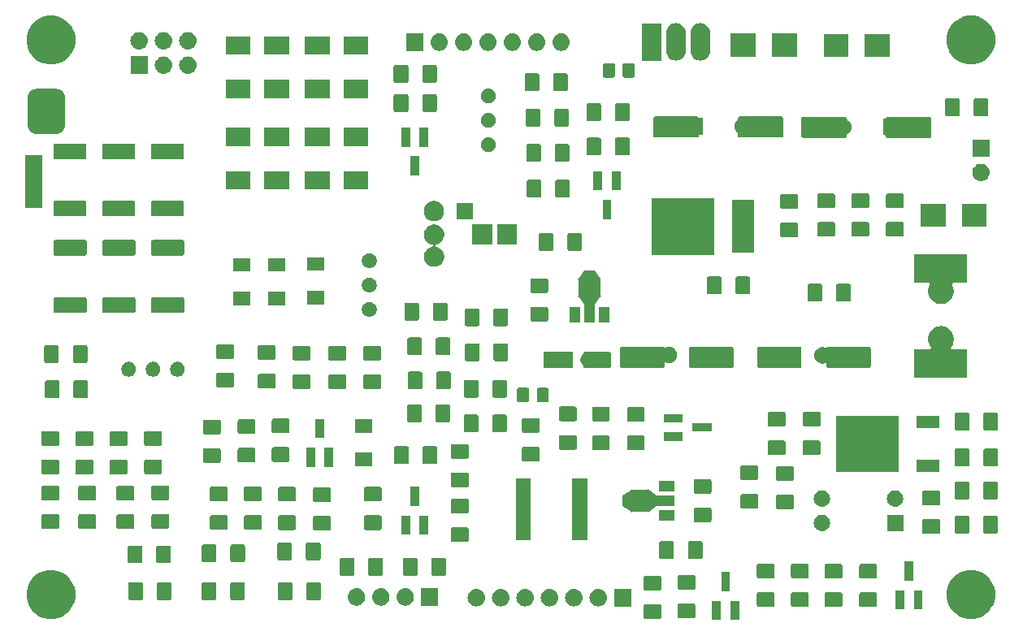
<source format=gbr>
%TF.GenerationSoftware,KiCad,Pcbnew,(5.1.4-0-10_14)*%
%TF.CreationDate,2019-11-24T21:13:53+02:00*%
%TF.ProjectId,READY,52454144-592e-46b6-9963-61645f706362,3.0*%
%TF.SameCoordinates,Original*%
%TF.FileFunction,Soldermask,Top*%
%TF.FilePolarity,Negative*%
%FSLAX46Y46*%
G04 Gerber Fmt 4.6, Leading zero omitted, Abs format (unit mm)*
G04 Created by KiCad (PCBNEW (5.1.4-0-10_14)) date 2019-11-24 21:13:53*
%MOMM*%
%LPD*%
G04 APERTURE LIST*
%ADD10C,0.100000*%
%ADD11C,0.150000*%
G04 APERTURE END LIST*
D10*
G36*
X108864400Y-78638400D02*
G01*
X107137200Y-78638400D01*
X107137200Y-73253600D01*
X108864400Y-73253600D01*
X108864400Y-78638400D01*
G37*
X108864400Y-78638400D02*
X107137200Y-78638400D01*
X107137200Y-73253600D01*
X108864400Y-73253600D01*
X108864400Y-78638400D01*
D11*
G36*
X181553000Y-121715000D02*
G01*
X180651000Y-121715000D01*
X180651000Y-119713000D01*
X181553000Y-119713000D01*
X181553000Y-121715000D01*
X181553000Y-121715000D01*
G37*
G36*
X179653000Y-121715000D02*
G01*
X178751000Y-121715000D01*
X178751000Y-119713000D01*
X179653000Y-119713000D01*
X179653000Y-121715000D01*
X179653000Y-121715000D01*
G37*
G36*
X206451098Y-116586033D02*
G01*
X206915350Y-116778332D01*
X206915352Y-116778333D01*
X207333168Y-117057509D01*
X207688491Y-117412832D01*
X207964646Y-117826127D01*
X207967668Y-117830650D01*
X208159967Y-118294902D01*
X208258000Y-118787747D01*
X208258000Y-119290253D01*
X208159967Y-119783098D01*
X207969909Y-120241939D01*
X207967667Y-120247352D01*
X207688491Y-120665168D01*
X207333168Y-121020491D01*
X206915352Y-121299667D01*
X206915351Y-121299668D01*
X206915350Y-121299668D01*
X206451098Y-121491967D01*
X205958253Y-121590000D01*
X205455747Y-121590000D01*
X204962902Y-121491967D01*
X204498650Y-121299668D01*
X204498649Y-121299668D01*
X204498648Y-121299667D01*
X204080832Y-121020491D01*
X203725509Y-120665168D01*
X203446333Y-120247352D01*
X203444091Y-120241939D01*
X203254033Y-119783098D01*
X203156000Y-119290253D01*
X203156000Y-118787747D01*
X203254033Y-118294902D01*
X203446332Y-117830650D01*
X203449354Y-117826127D01*
X203725509Y-117412832D01*
X204080832Y-117057509D01*
X204498648Y-116778333D01*
X204498650Y-116778332D01*
X204962902Y-116586033D01*
X205455747Y-116488000D01*
X205958253Y-116488000D01*
X206451098Y-116586033D01*
X206451098Y-116586033D01*
G37*
G36*
X110599098Y-116586033D02*
G01*
X111063350Y-116778332D01*
X111063352Y-116778333D01*
X111481168Y-117057509D01*
X111836491Y-117412832D01*
X112112646Y-117826127D01*
X112115668Y-117830650D01*
X112307967Y-118294902D01*
X112406000Y-118787747D01*
X112406000Y-119290253D01*
X112307967Y-119783098D01*
X112117909Y-120241939D01*
X112115667Y-120247352D01*
X111836491Y-120665168D01*
X111481168Y-121020491D01*
X111063352Y-121299667D01*
X111063351Y-121299668D01*
X111063350Y-121299668D01*
X110599098Y-121491967D01*
X110106253Y-121590000D01*
X109603747Y-121590000D01*
X109110902Y-121491967D01*
X108646650Y-121299668D01*
X108646649Y-121299668D01*
X108646648Y-121299667D01*
X108228832Y-121020491D01*
X107873509Y-120665168D01*
X107594333Y-120247352D01*
X107592091Y-120241939D01*
X107402033Y-119783098D01*
X107304000Y-119290253D01*
X107304000Y-118787747D01*
X107402033Y-118294902D01*
X107594332Y-117830650D01*
X107597354Y-117826127D01*
X107873509Y-117412832D01*
X108228832Y-117057509D01*
X108646648Y-116778333D01*
X108646650Y-116778332D01*
X109110902Y-116586033D01*
X109603747Y-116488000D01*
X110106253Y-116488000D01*
X110599098Y-116586033D01*
X110599098Y-116586033D01*
G37*
G36*
X173305562Y-120044181D02*
G01*
X173340481Y-120054774D01*
X173372663Y-120071976D01*
X173400873Y-120095127D01*
X173424024Y-120123337D01*
X173441226Y-120155519D01*
X173451819Y-120190438D01*
X173456000Y-120232895D01*
X173456000Y-121374105D01*
X173451819Y-121416562D01*
X173441226Y-121451481D01*
X173424024Y-121483663D01*
X173400873Y-121511873D01*
X173372663Y-121535024D01*
X173340481Y-121552226D01*
X173305562Y-121562819D01*
X173263105Y-121567000D01*
X171796895Y-121567000D01*
X171754438Y-121562819D01*
X171719519Y-121552226D01*
X171687337Y-121535024D01*
X171659127Y-121511873D01*
X171635976Y-121483663D01*
X171618774Y-121451481D01*
X171608181Y-121416562D01*
X171604000Y-121374105D01*
X171604000Y-120232895D01*
X171608181Y-120190438D01*
X171618774Y-120155519D01*
X171635976Y-120123337D01*
X171659127Y-120095127D01*
X171687337Y-120071976D01*
X171719519Y-120054774D01*
X171754438Y-120044181D01*
X171796895Y-120040000D01*
X173263105Y-120040000D01*
X173305562Y-120044181D01*
X173305562Y-120044181D01*
G37*
G36*
X176861562Y-120008181D02*
G01*
X176896481Y-120018774D01*
X176928663Y-120035976D01*
X176956873Y-120059127D01*
X176980024Y-120087337D01*
X176997226Y-120119519D01*
X177007819Y-120154438D01*
X177012000Y-120196895D01*
X177012000Y-121338105D01*
X177007819Y-121380562D01*
X176997226Y-121415481D01*
X176980024Y-121447663D01*
X176956873Y-121475873D01*
X176928663Y-121499024D01*
X176896481Y-121516226D01*
X176861562Y-121526819D01*
X176819105Y-121531000D01*
X175352895Y-121531000D01*
X175310438Y-121526819D01*
X175275519Y-121516226D01*
X175243337Y-121499024D01*
X175215127Y-121475873D01*
X175191976Y-121447663D01*
X175174774Y-121415481D01*
X175164181Y-121380562D01*
X175160000Y-121338105D01*
X175160000Y-120196895D01*
X175164181Y-120154438D01*
X175174774Y-120119519D01*
X175191976Y-120087337D01*
X175215127Y-120059127D01*
X175243337Y-120035976D01*
X175275519Y-120018774D01*
X175310438Y-120008181D01*
X175352895Y-120004000D01*
X176819105Y-120004000D01*
X176861562Y-120008181D01*
X176861562Y-120008181D01*
G37*
G36*
X200664000Y-120611000D02*
G01*
X199762000Y-120611000D01*
X199762000Y-118609000D01*
X200664000Y-118609000D01*
X200664000Y-120611000D01*
X200664000Y-120611000D01*
G37*
G36*
X198764000Y-120611000D02*
G01*
X197862000Y-120611000D01*
X197862000Y-118609000D01*
X198764000Y-118609000D01*
X198764000Y-120611000D01*
X198764000Y-120611000D01*
G37*
G36*
X195783562Y-118838181D02*
G01*
X195818481Y-118848774D01*
X195850663Y-118865976D01*
X195878873Y-118889127D01*
X195902024Y-118917337D01*
X195919226Y-118949519D01*
X195929819Y-118984438D01*
X195934000Y-119026895D01*
X195934000Y-120168105D01*
X195929819Y-120210562D01*
X195919226Y-120245481D01*
X195902024Y-120277663D01*
X195878873Y-120305873D01*
X195850663Y-120329024D01*
X195818481Y-120346226D01*
X195783562Y-120356819D01*
X195741105Y-120361000D01*
X194274895Y-120361000D01*
X194232438Y-120356819D01*
X194197519Y-120346226D01*
X194165337Y-120329024D01*
X194137127Y-120305873D01*
X194113976Y-120277663D01*
X194096774Y-120245481D01*
X194086181Y-120210562D01*
X194082000Y-120168105D01*
X194082000Y-119026895D01*
X194086181Y-118984438D01*
X194096774Y-118949519D01*
X194113976Y-118917337D01*
X194137127Y-118889127D01*
X194165337Y-118865976D01*
X194197519Y-118848774D01*
X194232438Y-118838181D01*
X194274895Y-118834000D01*
X195741105Y-118834000D01*
X195783562Y-118838181D01*
X195783562Y-118838181D01*
G37*
G36*
X192164562Y-118827181D02*
G01*
X192199481Y-118837774D01*
X192231663Y-118854976D01*
X192259873Y-118878127D01*
X192283024Y-118906337D01*
X192300226Y-118938519D01*
X192310819Y-118973438D01*
X192315000Y-119015895D01*
X192315000Y-120157105D01*
X192310819Y-120199562D01*
X192300226Y-120234481D01*
X192283024Y-120266663D01*
X192259873Y-120294873D01*
X192231663Y-120318024D01*
X192199481Y-120335226D01*
X192164562Y-120345819D01*
X192122105Y-120350000D01*
X190655895Y-120350000D01*
X190613438Y-120345819D01*
X190578519Y-120335226D01*
X190546337Y-120318024D01*
X190518127Y-120294873D01*
X190494976Y-120266663D01*
X190477774Y-120234481D01*
X190467181Y-120199562D01*
X190463000Y-120157105D01*
X190463000Y-119015895D01*
X190467181Y-118973438D01*
X190477774Y-118938519D01*
X190494976Y-118906337D01*
X190518127Y-118878127D01*
X190546337Y-118854976D01*
X190578519Y-118837774D01*
X190613438Y-118827181D01*
X190655895Y-118823000D01*
X192122105Y-118823000D01*
X192164562Y-118827181D01*
X192164562Y-118827181D01*
G37*
G36*
X188671562Y-118814181D02*
G01*
X188706481Y-118824774D01*
X188738663Y-118841976D01*
X188766873Y-118865127D01*
X188790024Y-118893337D01*
X188807226Y-118925519D01*
X188817819Y-118960438D01*
X188822000Y-119002895D01*
X188822000Y-120144105D01*
X188817819Y-120186562D01*
X188807226Y-120221481D01*
X188790024Y-120253663D01*
X188766873Y-120281873D01*
X188738663Y-120305024D01*
X188706481Y-120322226D01*
X188671562Y-120332819D01*
X188629105Y-120337000D01*
X187162895Y-120337000D01*
X187120438Y-120332819D01*
X187085519Y-120322226D01*
X187053337Y-120305024D01*
X187025127Y-120281873D01*
X187001976Y-120253663D01*
X186984774Y-120221481D01*
X186974181Y-120186562D01*
X186970000Y-120144105D01*
X186970000Y-119002895D01*
X186974181Y-118960438D01*
X186984774Y-118925519D01*
X187001976Y-118893337D01*
X187025127Y-118865127D01*
X187053337Y-118841976D01*
X187085519Y-118824774D01*
X187120438Y-118814181D01*
X187162895Y-118810000D01*
X188629105Y-118810000D01*
X188671562Y-118814181D01*
X188671562Y-118814181D01*
G37*
G36*
X185115562Y-118811181D02*
G01*
X185150481Y-118821774D01*
X185182663Y-118838976D01*
X185210873Y-118862127D01*
X185234024Y-118890337D01*
X185251226Y-118922519D01*
X185261819Y-118957438D01*
X185266000Y-118999895D01*
X185266000Y-120141105D01*
X185261819Y-120183562D01*
X185251226Y-120218481D01*
X185234024Y-120250663D01*
X185210873Y-120278873D01*
X185182663Y-120302024D01*
X185150481Y-120319226D01*
X185115562Y-120329819D01*
X185073105Y-120334000D01*
X183606895Y-120334000D01*
X183564438Y-120329819D01*
X183529519Y-120319226D01*
X183497337Y-120302024D01*
X183469127Y-120278873D01*
X183445976Y-120250663D01*
X183428774Y-120218481D01*
X183418181Y-120183562D01*
X183414000Y-120141105D01*
X183414000Y-118999895D01*
X183418181Y-118957438D01*
X183428774Y-118922519D01*
X183445976Y-118890337D01*
X183469127Y-118862127D01*
X183497337Y-118838976D01*
X183529519Y-118821774D01*
X183564438Y-118811181D01*
X183606895Y-118807000D01*
X185073105Y-118807000D01*
X185115562Y-118811181D01*
X185115562Y-118811181D01*
G37*
G36*
X170319000Y-120281000D02*
G01*
X168517000Y-120281000D01*
X168517000Y-118479000D01*
X170319000Y-118479000D01*
X170319000Y-120281000D01*
X170319000Y-120281000D01*
G37*
G36*
X166988442Y-118485518D02*
G01*
X167054627Y-118492037D01*
X167224466Y-118543557D01*
X167224468Y-118543558D01*
X167238114Y-118550852D01*
X167380991Y-118627222D01*
X167416729Y-118656552D01*
X167518186Y-118739814D01*
X167599565Y-118838976D01*
X167630778Y-118877009D01*
X167714443Y-119033534D01*
X167765963Y-119203373D01*
X167783359Y-119380000D01*
X167765963Y-119556627D01*
X167714443Y-119726466D01*
X167630778Y-119882991D01*
X167601448Y-119918729D01*
X167518186Y-120020186D01*
X167426869Y-120095127D01*
X167380991Y-120132778D01*
X167380989Y-120132779D01*
X167235469Y-120210562D01*
X167224466Y-120216443D01*
X167054627Y-120267963D01*
X166988442Y-120274482D01*
X166922260Y-120281000D01*
X166833740Y-120281000D01*
X166767558Y-120274482D01*
X166701373Y-120267963D01*
X166531534Y-120216443D01*
X166520532Y-120210562D01*
X166375011Y-120132779D01*
X166375009Y-120132778D01*
X166329131Y-120095127D01*
X166237814Y-120020186D01*
X166154552Y-119918729D01*
X166125222Y-119882991D01*
X166041557Y-119726466D01*
X165990037Y-119556627D01*
X165972641Y-119380000D01*
X165990037Y-119203373D01*
X166041557Y-119033534D01*
X166125222Y-118877009D01*
X166156435Y-118838976D01*
X166237814Y-118739814D01*
X166339271Y-118656552D01*
X166375009Y-118627222D01*
X166517886Y-118550852D01*
X166531532Y-118543558D01*
X166531534Y-118543557D01*
X166701373Y-118492037D01*
X166767558Y-118485518D01*
X166833740Y-118479000D01*
X166922260Y-118479000D01*
X166988442Y-118485518D01*
X166988442Y-118485518D01*
G37*
G36*
X164448442Y-118485518D02*
G01*
X164514627Y-118492037D01*
X164684466Y-118543557D01*
X164684468Y-118543558D01*
X164698114Y-118550852D01*
X164840991Y-118627222D01*
X164876729Y-118656552D01*
X164978186Y-118739814D01*
X165059565Y-118838976D01*
X165090778Y-118877009D01*
X165174443Y-119033534D01*
X165225963Y-119203373D01*
X165243359Y-119380000D01*
X165225963Y-119556627D01*
X165174443Y-119726466D01*
X165090778Y-119882991D01*
X165061448Y-119918729D01*
X164978186Y-120020186D01*
X164886869Y-120095127D01*
X164840991Y-120132778D01*
X164840989Y-120132779D01*
X164695469Y-120210562D01*
X164684466Y-120216443D01*
X164514627Y-120267963D01*
X164448442Y-120274482D01*
X164382260Y-120281000D01*
X164293740Y-120281000D01*
X164227558Y-120274482D01*
X164161373Y-120267963D01*
X163991534Y-120216443D01*
X163980532Y-120210562D01*
X163835011Y-120132779D01*
X163835009Y-120132778D01*
X163789131Y-120095127D01*
X163697814Y-120020186D01*
X163614552Y-119918729D01*
X163585222Y-119882991D01*
X163501557Y-119726466D01*
X163450037Y-119556627D01*
X163432641Y-119380000D01*
X163450037Y-119203373D01*
X163501557Y-119033534D01*
X163585222Y-118877009D01*
X163616435Y-118838976D01*
X163697814Y-118739814D01*
X163799271Y-118656552D01*
X163835009Y-118627222D01*
X163977886Y-118550852D01*
X163991532Y-118543558D01*
X163991534Y-118543557D01*
X164161373Y-118492037D01*
X164227558Y-118485518D01*
X164293740Y-118479000D01*
X164382260Y-118479000D01*
X164448442Y-118485518D01*
X164448442Y-118485518D01*
G37*
G36*
X161908442Y-118485518D02*
G01*
X161974627Y-118492037D01*
X162144466Y-118543557D01*
X162144468Y-118543558D01*
X162158114Y-118550852D01*
X162300991Y-118627222D01*
X162336729Y-118656552D01*
X162438186Y-118739814D01*
X162519565Y-118838976D01*
X162550778Y-118877009D01*
X162634443Y-119033534D01*
X162685963Y-119203373D01*
X162703359Y-119380000D01*
X162685963Y-119556627D01*
X162634443Y-119726466D01*
X162550778Y-119882991D01*
X162521448Y-119918729D01*
X162438186Y-120020186D01*
X162346869Y-120095127D01*
X162300991Y-120132778D01*
X162300989Y-120132779D01*
X162155469Y-120210562D01*
X162144466Y-120216443D01*
X161974627Y-120267963D01*
X161908442Y-120274482D01*
X161842260Y-120281000D01*
X161753740Y-120281000D01*
X161687558Y-120274482D01*
X161621373Y-120267963D01*
X161451534Y-120216443D01*
X161440532Y-120210562D01*
X161295011Y-120132779D01*
X161295009Y-120132778D01*
X161249131Y-120095127D01*
X161157814Y-120020186D01*
X161074552Y-119918729D01*
X161045222Y-119882991D01*
X160961557Y-119726466D01*
X160910037Y-119556627D01*
X160892641Y-119380000D01*
X160910037Y-119203373D01*
X160961557Y-119033534D01*
X161045222Y-118877009D01*
X161076435Y-118838976D01*
X161157814Y-118739814D01*
X161259271Y-118656552D01*
X161295009Y-118627222D01*
X161437886Y-118550852D01*
X161451532Y-118543558D01*
X161451534Y-118543557D01*
X161621373Y-118492037D01*
X161687558Y-118485518D01*
X161753740Y-118479000D01*
X161842260Y-118479000D01*
X161908442Y-118485518D01*
X161908442Y-118485518D01*
G37*
G36*
X159368442Y-118485518D02*
G01*
X159434627Y-118492037D01*
X159604466Y-118543557D01*
X159604468Y-118543558D01*
X159618114Y-118550852D01*
X159760991Y-118627222D01*
X159796729Y-118656552D01*
X159898186Y-118739814D01*
X159979565Y-118838976D01*
X160010778Y-118877009D01*
X160094443Y-119033534D01*
X160145963Y-119203373D01*
X160163359Y-119380000D01*
X160145963Y-119556627D01*
X160094443Y-119726466D01*
X160010778Y-119882991D01*
X159981448Y-119918729D01*
X159898186Y-120020186D01*
X159806869Y-120095127D01*
X159760991Y-120132778D01*
X159760989Y-120132779D01*
X159615469Y-120210562D01*
X159604466Y-120216443D01*
X159434627Y-120267963D01*
X159368442Y-120274482D01*
X159302260Y-120281000D01*
X159213740Y-120281000D01*
X159147558Y-120274482D01*
X159081373Y-120267963D01*
X158911534Y-120216443D01*
X158900532Y-120210562D01*
X158755011Y-120132779D01*
X158755009Y-120132778D01*
X158709131Y-120095127D01*
X158617814Y-120020186D01*
X158534552Y-119918729D01*
X158505222Y-119882991D01*
X158421557Y-119726466D01*
X158370037Y-119556627D01*
X158352641Y-119380000D01*
X158370037Y-119203373D01*
X158421557Y-119033534D01*
X158505222Y-118877009D01*
X158536435Y-118838976D01*
X158617814Y-118739814D01*
X158719271Y-118656552D01*
X158755009Y-118627222D01*
X158897886Y-118550852D01*
X158911532Y-118543558D01*
X158911534Y-118543557D01*
X159081373Y-118492037D01*
X159147558Y-118485518D01*
X159213740Y-118479000D01*
X159302260Y-118479000D01*
X159368442Y-118485518D01*
X159368442Y-118485518D01*
G37*
G36*
X156828442Y-118485518D02*
G01*
X156894627Y-118492037D01*
X157064466Y-118543557D01*
X157064468Y-118543558D01*
X157078114Y-118550852D01*
X157220991Y-118627222D01*
X157256729Y-118656552D01*
X157358186Y-118739814D01*
X157439565Y-118838976D01*
X157470778Y-118877009D01*
X157554443Y-119033534D01*
X157605963Y-119203373D01*
X157623359Y-119380000D01*
X157605963Y-119556627D01*
X157554443Y-119726466D01*
X157470778Y-119882991D01*
X157441448Y-119918729D01*
X157358186Y-120020186D01*
X157266869Y-120095127D01*
X157220991Y-120132778D01*
X157220989Y-120132779D01*
X157075469Y-120210562D01*
X157064466Y-120216443D01*
X156894627Y-120267963D01*
X156828442Y-120274482D01*
X156762260Y-120281000D01*
X156673740Y-120281000D01*
X156607558Y-120274482D01*
X156541373Y-120267963D01*
X156371534Y-120216443D01*
X156360532Y-120210562D01*
X156215011Y-120132779D01*
X156215009Y-120132778D01*
X156169131Y-120095127D01*
X156077814Y-120020186D01*
X155994552Y-119918729D01*
X155965222Y-119882991D01*
X155881557Y-119726466D01*
X155830037Y-119556627D01*
X155812641Y-119380000D01*
X155830037Y-119203373D01*
X155881557Y-119033534D01*
X155965222Y-118877009D01*
X155996435Y-118838976D01*
X156077814Y-118739814D01*
X156179271Y-118656552D01*
X156215009Y-118627222D01*
X156357886Y-118550852D01*
X156371532Y-118543558D01*
X156371534Y-118543557D01*
X156541373Y-118492037D01*
X156607558Y-118485518D01*
X156673740Y-118479000D01*
X156762260Y-118479000D01*
X156828442Y-118485518D01*
X156828442Y-118485518D01*
G37*
G36*
X154288442Y-118485518D02*
G01*
X154354627Y-118492037D01*
X154524466Y-118543557D01*
X154524468Y-118543558D01*
X154538114Y-118550852D01*
X154680991Y-118627222D01*
X154716729Y-118656552D01*
X154818186Y-118739814D01*
X154899565Y-118838976D01*
X154930778Y-118877009D01*
X155014443Y-119033534D01*
X155065963Y-119203373D01*
X155083359Y-119380000D01*
X155065963Y-119556627D01*
X155014443Y-119726466D01*
X154930778Y-119882991D01*
X154901448Y-119918729D01*
X154818186Y-120020186D01*
X154726869Y-120095127D01*
X154680991Y-120132778D01*
X154680989Y-120132779D01*
X154535469Y-120210562D01*
X154524466Y-120216443D01*
X154354627Y-120267963D01*
X154288442Y-120274482D01*
X154222260Y-120281000D01*
X154133740Y-120281000D01*
X154067558Y-120274482D01*
X154001373Y-120267963D01*
X153831534Y-120216443D01*
X153820532Y-120210562D01*
X153675011Y-120132779D01*
X153675009Y-120132778D01*
X153629131Y-120095127D01*
X153537814Y-120020186D01*
X153454552Y-119918729D01*
X153425222Y-119882991D01*
X153341557Y-119726466D01*
X153290037Y-119556627D01*
X153272641Y-119380000D01*
X153290037Y-119203373D01*
X153341557Y-119033534D01*
X153425222Y-118877009D01*
X153456435Y-118838976D01*
X153537814Y-118739814D01*
X153639271Y-118656552D01*
X153675009Y-118627222D01*
X153817886Y-118550852D01*
X153831532Y-118543558D01*
X153831534Y-118543557D01*
X154001373Y-118492037D01*
X154067558Y-118485518D01*
X154133740Y-118479000D01*
X154222260Y-118479000D01*
X154288442Y-118485518D01*
X154288442Y-118485518D01*
G37*
G36*
X150215000Y-120205000D02*
G01*
X148413000Y-120205000D01*
X148413000Y-118403000D01*
X150215000Y-118403000D01*
X150215000Y-120205000D01*
X150215000Y-120205000D01*
G37*
G36*
X146884442Y-118409518D02*
G01*
X146950627Y-118416037D01*
X147120466Y-118467557D01*
X147276991Y-118551222D01*
X147287716Y-118560024D01*
X147414186Y-118663814D01*
X147476557Y-118739815D01*
X147526778Y-118801009D01*
X147561050Y-118865127D01*
X147602173Y-118942061D01*
X147610443Y-118957534D01*
X147661963Y-119127373D01*
X147679359Y-119304000D01*
X147661963Y-119480627D01*
X147610443Y-119650466D01*
X147526778Y-119806991D01*
X147497448Y-119842729D01*
X147414186Y-119944186D01*
X147321578Y-120020186D01*
X147276991Y-120056778D01*
X147120466Y-120140443D01*
X146950627Y-120191963D01*
X146884442Y-120198482D01*
X146818260Y-120205000D01*
X146729740Y-120205000D01*
X146663558Y-120198482D01*
X146597373Y-120191963D01*
X146427534Y-120140443D01*
X146271009Y-120056778D01*
X146226422Y-120020186D01*
X146133814Y-119944186D01*
X146050552Y-119842729D01*
X146021222Y-119806991D01*
X145937557Y-119650466D01*
X145886037Y-119480627D01*
X145868641Y-119304000D01*
X145886037Y-119127373D01*
X145937557Y-118957534D01*
X145945828Y-118942061D01*
X145986950Y-118865127D01*
X146021222Y-118801009D01*
X146071443Y-118739815D01*
X146133814Y-118663814D01*
X146260284Y-118560024D01*
X146271009Y-118551222D01*
X146427534Y-118467557D01*
X146597373Y-118416037D01*
X146663558Y-118409518D01*
X146729740Y-118403000D01*
X146818260Y-118403000D01*
X146884442Y-118409518D01*
X146884442Y-118409518D01*
G37*
G36*
X144344442Y-118409518D02*
G01*
X144410627Y-118416037D01*
X144580466Y-118467557D01*
X144736991Y-118551222D01*
X144747716Y-118560024D01*
X144874186Y-118663814D01*
X144936557Y-118739815D01*
X144986778Y-118801009D01*
X145021050Y-118865127D01*
X145062173Y-118942061D01*
X145070443Y-118957534D01*
X145121963Y-119127373D01*
X145139359Y-119304000D01*
X145121963Y-119480627D01*
X145070443Y-119650466D01*
X144986778Y-119806991D01*
X144957448Y-119842729D01*
X144874186Y-119944186D01*
X144781578Y-120020186D01*
X144736991Y-120056778D01*
X144580466Y-120140443D01*
X144410627Y-120191963D01*
X144344442Y-120198482D01*
X144278260Y-120205000D01*
X144189740Y-120205000D01*
X144123558Y-120198482D01*
X144057373Y-120191963D01*
X143887534Y-120140443D01*
X143731009Y-120056778D01*
X143686422Y-120020186D01*
X143593814Y-119944186D01*
X143510552Y-119842729D01*
X143481222Y-119806991D01*
X143397557Y-119650466D01*
X143346037Y-119480627D01*
X143328641Y-119304000D01*
X143346037Y-119127373D01*
X143397557Y-118957534D01*
X143405828Y-118942061D01*
X143446950Y-118865127D01*
X143481222Y-118801009D01*
X143531443Y-118739815D01*
X143593814Y-118663814D01*
X143720284Y-118560024D01*
X143731009Y-118551222D01*
X143887534Y-118467557D01*
X144057373Y-118416037D01*
X144123558Y-118409518D01*
X144189740Y-118403000D01*
X144278260Y-118403000D01*
X144344442Y-118409518D01*
X144344442Y-118409518D01*
G37*
G36*
X141804442Y-118409518D02*
G01*
X141870627Y-118416037D01*
X142040466Y-118467557D01*
X142196991Y-118551222D01*
X142207716Y-118560024D01*
X142334186Y-118663814D01*
X142396557Y-118739815D01*
X142446778Y-118801009D01*
X142481050Y-118865127D01*
X142522173Y-118942061D01*
X142530443Y-118957534D01*
X142581963Y-119127373D01*
X142599359Y-119304000D01*
X142581963Y-119480627D01*
X142530443Y-119650466D01*
X142446778Y-119806991D01*
X142417448Y-119842729D01*
X142334186Y-119944186D01*
X142241578Y-120020186D01*
X142196991Y-120056778D01*
X142040466Y-120140443D01*
X141870627Y-120191963D01*
X141804442Y-120198482D01*
X141738260Y-120205000D01*
X141649740Y-120205000D01*
X141583558Y-120198482D01*
X141517373Y-120191963D01*
X141347534Y-120140443D01*
X141191009Y-120056778D01*
X141146422Y-120020186D01*
X141053814Y-119944186D01*
X140970552Y-119842729D01*
X140941222Y-119806991D01*
X140857557Y-119650466D01*
X140806037Y-119480627D01*
X140788641Y-119304000D01*
X140806037Y-119127373D01*
X140857557Y-118957534D01*
X140865828Y-118942061D01*
X140906950Y-118865127D01*
X140941222Y-118801009D01*
X140991443Y-118739815D01*
X141053814Y-118663814D01*
X141180284Y-118560024D01*
X141191009Y-118551222D01*
X141347534Y-118467557D01*
X141517373Y-118416037D01*
X141583558Y-118409518D01*
X141649740Y-118403000D01*
X141738260Y-118403000D01*
X141804442Y-118409518D01*
X141804442Y-118409518D01*
G37*
G36*
X134860562Y-117775181D02*
G01*
X134895481Y-117785774D01*
X134927663Y-117802976D01*
X134955873Y-117826127D01*
X134979024Y-117854337D01*
X134996226Y-117886519D01*
X135006819Y-117921438D01*
X135011000Y-117963895D01*
X135011000Y-119430105D01*
X135006819Y-119472562D01*
X134996226Y-119507481D01*
X134979024Y-119539663D01*
X134955873Y-119567873D01*
X134927663Y-119591024D01*
X134895481Y-119608226D01*
X134860562Y-119618819D01*
X134818105Y-119623000D01*
X133676895Y-119623000D01*
X133634438Y-119618819D01*
X133599519Y-119608226D01*
X133567337Y-119591024D01*
X133539127Y-119567873D01*
X133515976Y-119539663D01*
X133498774Y-119507481D01*
X133488181Y-119472562D01*
X133484000Y-119430105D01*
X133484000Y-117963895D01*
X133488181Y-117921438D01*
X133498774Y-117886519D01*
X133515976Y-117854337D01*
X133539127Y-117826127D01*
X133567337Y-117802976D01*
X133599519Y-117785774D01*
X133634438Y-117775181D01*
X133676895Y-117771000D01*
X134818105Y-117771000D01*
X134860562Y-117775181D01*
X134860562Y-117775181D01*
G37*
G36*
X137835562Y-117775181D02*
G01*
X137870481Y-117785774D01*
X137902663Y-117802976D01*
X137930873Y-117826127D01*
X137954024Y-117854337D01*
X137971226Y-117886519D01*
X137981819Y-117921438D01*
X137986000Y-117963895D01*
X137986000Y-119430105D01*
X137981819Y-119472562D01*
X137971226Y-119507481D01*
X137954024Y-119539663D01*
X137930873Y-119567873D01*
X137902663Y-119591024D01*
X137870481Y-119608226D01*
X137835562Y-119618819D01*
X137793105Y-119623000D01*
X136651895Y-119623000D01*
X136609438Y-119618819D01*
X136574519Y-119608226D01*
X136542337Y-119591024D01*
X136514127Y-119567873D01*
X136490976Y-119539663D01*
X136473774Y-119507481D01*
X136463181Y-119472562D01*
X136459000Y-119430105D01*
X136459000Y-117963895D01*
X136463181Y-117921438D01*
X136473774Y-117886519D01*
X136490976Y-117854337D01*
X136514127Y-117826127D01*
X136542337Y-117802976D01*
X136574519Y-117785774D01*
X136609438Y-117775181D01*
X136651895Y-117771000D01*
X137793105Y-117771000D01*
X137835562Y-117775181D01*
X137835562Y-117775181D01*
G37*
G36*
X126938562Y-117772181D02*
G01*
X126973481Y-117782774D01*
X127005663Y-117799976D01*
X127033873Y-117823127D01*
X127057024Y-117851337D01*
X127074226Y-117883519D01*
X127084819Y-117918438D01*
X127089000Y-117960895D01*
X127089000Y-119427105D01*
X127084819Y-119469562D01*
X127074226Y-119504481D01*
X127057024Y-119536663D01*
X127033873Y-119564873D01*
X127005663Y-119588024D01*
X126973481Y-119605226D01*
X126938562Y-119615819D01*
X126896105Y-119620000D01*
X125754895Y-119620000D01*
X125712438Y-119615819D01*
X125677519Y-119605226D01*
X125645337Y-119588024D01*
X125617127Y-119564873D01*
X125593976Y-119536663D01*
X125576774Y-119504481D01*
X125566181Y-119469562D01*
X125562000Y-119427105D01*
X125562000Y-117960895D01*
X125566181Y-117918438D01*
X125576774Y-117883519D01*
X125593976Y-117851337D01*
X125617127Y-117823127D01*
X125645337Y-117799976D01*
X125677519Y-117782774D01*
X125712438Y-117772181D01*
X125754895Y-117768000D01*
X126896105Y-117768000D01*
X126938562Y-117772181D01*
X126938562Y-117772181D01*
G37*
G36*
X129913562Y-117772181D02*
G01*
X129948481Y-117782774D01*
X129980663Y-117799976D01*
X130008873Y-117823127D01*
X130032024Y-117851337D01*
X130049226Y-117883519D01*
X130059819Y-117918438D01*
X130064000Y-117960895D01*
X130064000Y-119427105D01*
X130059819Y-119469562D01*
X130049226Y-119504481D01*
X130032024Y-119536663D01*
X130008873Y-119564873D01*
X129980663Y-119588024D01*
X129948481Y-119605226D01*
X129913562Y-119615819D01*
X129871105Y-119620000D01*
X128729895Y-119620000D01*
X128687438Y-119615819D01*
X128652519Y-119605226D01*
X128620337Y-119588024D01*
X128592127Y-119564873D01*
X128568976Y-119536663D01*
X128551774Y-119504481D01*
X128541181Y-119469562D01*
X128537000Y-119427105D01*
X128537000Y-117960895D01*
X128541181Y-117918438D01*
X128551774Y-117883519D01*
X128568976Y-117851337D01*
X128592127Y-117823127D01*
X128620337Y-117799976D01*
X128652519Y-117782774D01*
X128687438Y-117772181D01*
X128729895Y-117768000D01*
X129871105Y-117768000D01*
X129913562Y-117772181D01*
X129913562Y-117772181D01*
G37*
G36*
X122256562Y-117772181D02*
G01*
X122291481Y-117782774D01*
X122323663Y-117799976D01*
X122351873Y-117823127D01*
X122375024Y-117851337D01*
X122392226Y-117883519D01*
X122402819Y-117918438D01*
X122407000Y-117960895D01*
X122407000Y-119427105D01*
X122402819Y-119469562D01*
X122392226Y-119504481D01*
X122375024Y-119536663D01*
X122351873Y-119564873D01*
X122323663Y-119588024D01*
X122291481Y-119605226D01*
X122256562Y-119615819D01*
X122214105Y-119620000D01*
X121072895Y-119620000D01*
X121030438Y-119615819D01*
X120995519Y-119605226D01*
X120963337Y-119588024D01*
X120935127Y-119564873D01*
X120911976Y-119536663D01*
X120894774Y-119504481D01*
X120884181Y-119469562D01*
X120880000Y-119427105D01*
X120880000Y-117960895D01*
X120884181Y-117918438D01*
X120894774Y-117883519D01*
X120911976Y-117851337D01*
X120935127Y-117823127D01*
X120963337Y-117799976D01*
X120995519Y-117782774D01*
X121030438Y-117772181D01*
X121072895Y-117768000D01*
X122214105Y-117768000D01*
X122256562Y-117772181D01*
X122256562Y-117772181D01*
G37*
G36*
X119281562Y-117772181D02*
G01*
X119316481Y-117782774D01*
X119348663Y-117799976D01*
X119376873Y-117823127D01*
X119400024Y-117851337D01*
X119417226Y-117883519D01*
X119427819Y-117918438D01*
X119432000Y-117960895D01*
X119432000Y-119427105D01*
X119427819Y-119469562D01*
X119417226Y-119504481D01*
X119400024Y-119536663D01*
X119376873Y-119564873D01*
X119348663Y-119588024D01*
X119316481Y-119605226D01*
X119281562Y-119615819D01*
X119239105Y-119620000D01*
X118097895Y-119620000D01*
X118055438Y-119615819D01*
X118020519Y-119605226D01*
X117988337Y-119588024D01*
X117960127Y-119564873D01*
X117936976Y-119536663D01*
X117919774Y-119504481D01*
X117909181Y-119469562D01*
X117905000Y-119427105D01*
X117905000Y-117960895D01*
X117909181Y-117918438D01*
X117919774Y-117883519D01*
X117936976Y-117851337D01*
X117960127Y-117823127D01*
X117988337Y-117799976D01*
X118020519Y-117782774D01*
X118055438Y-117772181D01*
X118097895Y-117768000D01*
X119239105Y-117768000D01*
X119281562Y-117772181D01*
X119281562Y-117772181D01*
G37*
G36*
X180603000Y-118715000D02*
G01*
X179701000Y-118715000D01*
X179701000Y-116713000D01*
X180603000Y-116713000D01*
X180603000Y-118715000D01*
X180603000Y-118715000D01*
G37*
G36*
X173305562Y-117069181D02*
G01*
X173340481Y-117079774D01*
X173372663Y-117096976D01*
X173400873Y-117120127D01*
X173424024Y-117148337D01*
X173441226Y-117180519D01*
X173451819Y-117215438D01*
X173456000Y-117257895D01*
X173456000Y-118399105D01*
X173451819Y-118441562D01*
X173441226Y-118476481D01*
X173424024Y-118508663D01*
X173400873Y-118536873D01*
X173372663Y-118560024D01*
X173340481Y-118577226D01*
X173305562Y-118587819D01*
X173263105Y-118592000D01*
X171796895Y-118592000D01*
X171754438Y-118587819D01*
X171719519Y-118577226D01*
X171687337Y-118560024D01*
X171659127Y-118536873D01*
X171635976Y-118508663D01*
X171618774Y-118476481D01*
X171608181Y-118441562D01*
X171604000Y-118399105D01*
X171604000Y-117257895D01*
X171608181Y-117215438D01*
X171618774Y-117180519D01*
X171635976Y-117148337D01*
X171659127Y-117120127D01*
X171687337Y-117096976D01*
X171719519Y-117079774D01*
X171754438Y-117069181D01*
X171796895Y-117065000D01*
X173263105Y-117065000D01*
X173305562Y-117069181D01*
X173305562Y-117069181D01*
G37*
G36*
X176861562Y-117033181D02*
G01*
X176896481Y-117043774D01*
X176928663Y-117060976D01*
X176956873Y-117084127D01*
X176980024Y-117112337D01*
X176997226Y-117144519D01*
X177007819Y-117179438D01*
X177012000Y-117221895D01*
X177012000Y-118363105D01*
X177007819Y-118405562D01*
X176997226Y-118440481D01*
X176980024Y-118472663D01*
X176956873Y-118500873D01*
X176928663Y-118524024D01*
X176896481Y-118541226D01*
X176861562Y-118551819D01*
X176819105Y-118556000D01*
X175352895Y-118556000D01*
X175310438Y-118551819D01*
X175275519Y-118541226D01*
X175243337Y-118524024D01*
X175215127Y-118500873D01*
X175191976Y-118472663D01*
X175174774Y-118440481D01*
X175164181Y-118405562D01*
X175160000Y-118363105D01*
X175160000Y-117221895D01*
X175164181Y-117179438D01*
X175174774Y-117144519D01*
X175191976Y-117112337D01*
X175215127Y-117084127D01*
X175243337Y-117060976D01*
X175275519Y-117043774D01*
X175310438Y-117033181D01*
X175352895Y-117029000D01*
X176819105Y-117029000D01*
X176861562Y-117033181D01*
X176861562Y-117033181D01*
G37*
G36*
X199714000Y-117611000D02*
G01*
X198812000Y-117611000D01*
X198812000Y-115609000D01*
X199714000Y-115609000D01*
X199714000Y-117611000D01*
X199714000Y-117611000D01*
G37*
G36*
X195783562Y-115863181D02*
G01*
X195818481Y-115873774D01*
X195850663Y-115890976D01*
X195878873Y-115914127D01*
X195902024Y-115942337D01*
X195919226Y-115974519D01*
X195929819Y-116009438D01*
X195934000Y-116051895D01*
X195934000Y-117193105D01*
X195929819Y-117235562D01*
X195919226Y-117270481D01*
X195902024Y-117302663D01*
X195878873Y-117330873D01*
X195850663Y-117354024D01*
X195818481Y-117371226D01*
X195783562Y-117381819D01*
X195741105Y-117386000D01*
X194274895Y-117386000D01*
X194232438Y-117381819D01*
X194197519Y-117371226D01*
X194165337Y-117354024D01*
X194137127Y-117330873D01*
X194113976Y-117302663D01*
X194096774Y-117270481D01*
X194086181Y-117235562D01*
X194082000Y-117193105D01*
X194082000Y-116051895D01*
X194086181Y-116009438D01*
X194096774Y-115974519D01*
X194113976Y-115942337D01*
X194137127Y-115914127D01*
X194165337Y-115890976D01*
X194197519Y-115873774D01*
X194232438Y-115863181D01*
X194274895Y-115859000D01*
X195741105Y-115859000D01*
X195783562Y-115863181D01*
X195783562Y-115863181D01*
G37*
G36*
X192164562Y-115852181D02*
G01*
X192199481Y-115862774D01*
X192231663Y-115879976D01*
X192259873Y-115903127D01*
X192283024Y-115931337D01*
X192300226Y-115963519D01*
X192310819Y-115998438D01*
X192315000Y-116040895D01*
X192315000Y-117182105D01*
X192310819Y-117224562D01*
X192300226Y-117259481D01*
X192283024Y-117291663D01*
X192259873Y-117319873D01*
X192231663Y-117343024D01*
X192199481Y-117360226D01*
X192164562Y-117370819D01*
X192122105Y-117375000D01*
X190655895Y-117375000D01*
X190613438Y-117370819D01*
X190578519Y-117360226D01*
X190546337Y-117343024D01*
X190518127Y-117319873D01*
X190494976Y-117291663D01*
X190477774Y-117259481D01*
X190467181Y-117224562D01*
X190463000Y-117182105D01*
X190463000Y-116040895D01*
X190467181Y-115998438D01*
X190477774Y-115963519D01*
X190494976Y-115931337D01*
X190518127Y-115903127D01*
X190546337Y-115879976D01*
X190578519Y-115862774D01*
X190613438Y-115852181D01*
X190655895Y-115848000D01*
X192122105Y-115848000D01*
X192164562Y-115852181D01*
X192164562Y-115852181D01*
G37*
G36*
X188671562Y-115839181D02*
G01*
X188706481Y-115849774D01*
X188738663Y-115866976D01*
X188766873Y-115890127D01*
X188790024Y-115918337D01*
X188807226Y-115950519D01*
X188817819Y-115985438D01*
X188822000Y-116027895D01*
X188822000Y-117169105D01*
X188817819Y-117211562D01*
X188807226Y-117246481D01*
X188790024Y-117278663D01*
X188766873Y-117306873D01*
X188738663Y-117330024D01*
X188706481Y-117347226D01*
X188671562Y-117357819D01*
X188629105Y-117362000D01*
X187162895Y-117362000D01*
X187120438Y-117357819D01*
X187085519Y-117347226D01*
X187053337Y-117330024D01*
X187025127Y-117306873D01*
X187001976Y-117278663D01*
X186984774Y-117246481D01*
X186974181Y-117211562D01*
X186970000Y-117169105D01*
X186970000Y-116027895D01*
X186974181Y-115985438D01*
X186984774Y-115950519D01*
X187001976Y-115918337D01*
X187025127Y-115890127D01*
X187053337Y-115866976D01*
X187085519Y-115849774D01*
X187120438Y-115839181D01*
X187162895Y-115835000D01*
X188629105Y-115835000D01*
X188671562Y-115839181D01*
X188671562Y-115839181D01*
G37*
G36*
X185115562Y-115836181D02*
G01*
X185150481Y-115846774D01*
X185182663Y-115863976D01*
X185210873Y-115887127D01*
X185234024Y-115915337D01*
X185251226Y-115947519D01*
X185261819Y-115982438D01*
X185266000Y-116024895D01*
X185266000Y-117166105D01*
X185261819Y-117208562D01*
X185251226Y-117243481D01*
X185234024Y-117275663D01*
X185210873Y-117303873D01*
X185182663Y-117327024D01*
X185150481Y-117344226D01*
X185115562Y-117354819D01*
X185073105Y-117359000D01*
X183606895Y-117359000D01*
X183564438Y-117354819D01*
X183529519Y-117344226D01*
X183497337Y-117327024D01*
X183469127Y-117303873D01*
X183445976Y-117275663D01*
X183428774Y-117243481D01*
X183418181Y-117208562D01*
X183414000Y-117166105D01*
X183414000Y-116024895D01*
X183418181Y-115982438D01*
X183428774Y-115947519D01*
X183445976Y-115915337D01*
X183469127Y-115887127D01*
X183497337Y-115863976D01*
X183529519Y-115846774D01*
X183564438Y-115836181D01*
X183606895Y-115832000D01*
X185073105Y-115832000D01*
X185115562Y-115836181D01*
X185115562Y-115836181D01*
G37*
G36*
X141327562Y-115232181D02*
G01*
X141362481Y-115242774D01*
X141394663Y-115259976D01*
X141422873Y-115283127D01*
X141446024Y-115311337D01*
X141463226Y-115343519D01*
X141473819Y-115378438D01*
X141478000Y-115420895D01*
X141478000Y-116887105D01*
X141473819Y-116929562D01*
X141463226Y-116964481D01*
X141446024Y-116996663D01*
X141422873Y-117024873D01*
X141394663Y-117048024D01*
X141362481Y-117065226D01*
X141327562Y-117075819D01*
X141285105Y-117080000D01*
X140143895Y-117080000D01*
X140101438Y-117075819D01*
X140066519Y-117065226D01*
X140034337Y-117048024D01*
X140006127Y-117024873D01*
X139982976Y-116996663D01*
X139965774Y-116964481D01*
X139955181Y-116929562D01*
X139951000Y-116887105D01*
X139951000Y-115420895D01*
X139955181Y-115378438D01*
X139965774Y-115343519D01*
X139982976Y-115311337D01*
X140006127Y-115283127D01*
X140034337Y-115259976D01*
X140066519Y-115242774D01*
X140101438Y-115232181D01*
X140143895Y-115228000D01*
X141285105Y-115228000D01*
X141327562Y-115232181D01*
X141327562Y-115232181D01*
G37*
G36*
X144302562Y-115232181D02*
G01*
X144337481Y-115242774D01*
X144369663Y-115259976D01*
X144397873Y-115283127D01*
X144421024Y-115311337D01*
X144438226Y-115343519D01*
X144448819Y-115378438D01*
X144453000Y-115420895D01*
X144453000Y-116887105D01*
X144448819Y-116929562D01*
X144438226Y-116964481D01*
X144421024Y-116996663D01*
X144397873Y-117024873D01*
X144369663Y-117048024D01*
X144337481Y-117065226D01*
X144302562Y-117075819D01*
X144260105Y-117080000D01*
X143118895Y-117080000D01*
X143076438Y-117075819D01*
X143041519Y-117065226D01*
X143009337Y-117048024D01*
X142981127Y-117024873D01*
X142957976Y-116996663D01*
X142940774Y-116964481D01*
X142930181Y-116929562D01*
X142926000Y-116887105D01*
X142926000Y-115420895D01*
X142930181Y-115378438D01*
X142940774Y-115343519D01*
X142957976Y-115311337D01*
X142981127Y-115283127D01*
X143009337Y-115259976D01*
X143041519Y-115242774D01*
X143076438Y-115232181D01*
X143118895Y-115228000D01*
X144260105Y-115228000D01*
X144302562Y-115232181D01*
X144302562Y-115232181D01*
G37*
G36*
X150869562Y-115232181D02*
G01*
X150904481Y-115242774D01*
X150936663Y-115259976D01*
X150964873Y-115283127D01*
X150988024Y-115311337D01*
X151005226Y-115343519D01*
X151015819Y-115378438D01*
X151020000Y-115420895D01*
X151020000Y-116887105D01*
X151015819Y-116929562D01*
X151005226Y-116964481D01*
X150988024Y-116996663D01*
X150964873Y-117024873D01*
X150936663Y-117048024D01*
X150904481Y-117065226D01*
X150869562Y-117075819D01*
X150827105Y-117080000D01*
X149685895Y-117080000D01*
X149643438Y-117075819D01*
X149608519Y-117065226D01*
X149576337Y-117048024D01*
X149548127Y-117024873D01*
X149524976Y-116996663D01*
X149507774Y-116964481D01*
X149497181Y-116929562D01*
X149493000Y-116887105D01*
X149493000Y-115420895D01*
X149497181Y-115378438D01*
X149507774Y-115343519D01*
X149524976Y-115311337D01*
X149548127Y-115283127D01*
X149576337Y-115259976D01*
X149608519Y-115242774D01*
X149643438Y-115232181D01*
X149685895Y-115228000D01*
X150827105Y-115228000D01*
X150869562Y-115232181D01*
X150869562Y-115232181D01*
G37*
G36*
X147894562Y-115232181D02*
G01*
X147929481Y-115242774D01*
X147961663Y-115259976D01*
X147989873Y-115283127D01*
X148013024Y-115311337D01*
X148030226Y-115343519D01*
X148040819Y-115378438D01*
X148045000Y-115420895D01*
X148045000Y-116887105D01*
X148040819Y-116929562D01*
X148030226Y-116964481D01*
X148013024Y-116996663D01*
X147989873Y-117024873D01*
X147961663Y-117048024D01*
X147929481Y-117065226D01*
X147894562Y-117075819D01*
X147852105Y-117080000D01*
X146710895Y-117080000D01*
X146668438Y-117075819D01*
X146633519Y-117065226D01*
X146601337Y-117048024D01*
X146573127Y-117024873D01*
X146549976Y-116996663D01*
X146532774Y-116964481D01*
X146522181Y-116929562D01*
X146518000Y-116887105D01*
X146518000Y-115420895D01*
X146522181Y-115378438D01*
X146532774Y-115343519D01*
X146549976Y-115311337D01*
X146573127Y-115283127D01*
X146601337Y-115259976D01*
X146633519Y-115242774D01*
X146668438Y-115232181D01*
X146710895Y-115228000D01*
X147852105Y-115228000D01*
X147894562Y-115232181D01*
X147894562Y-115232181D01*
G37*
G36*
X119227562Y-113937181D02*
G01*
X119262481Y-113947774D01*
X119294663Y-113964976D01*
X119322873Y-113988127D01*
X119346024Y-114016337D01*
X119363226Y-114048519D01*
X119373819Y-114083438D01*
X119378000Y-114125895D01*
X119378000Y-115592105D01*
X119373819Y-115634562D01*
X119363226Y-115669481D01*
X119346024Y-115701663D01*
X119322873Y-115729873D01*
X119294663Y-115753024D01*
X119262481Y-115770226D01*
X119227562Y-115780819D01*
X119185105Y-115785000D01*
X118043895Y-115785000D01*
X118001438Y-115780819D01*
X117966519Y-115770226D01*
X117934337Y-115753024D01*
X117906127Y-115729873D01*
X117882976Y-115701663D01*
X117865774Y-115669481D01*
X117855181Y-115634562D01*
X117851000Y-115592105D01*
X117851000Y-114125895D01*
X117855181Y-114083438D01*
X117865774Y-114048519D01*
X117882976Y-114016337D01*
X117906127Y-113988127D01*
X117934337Y-113964976D01*
X117966519Y-113947774D01*
X118001438Y-113937181D01*
X118043895Y-113933000D01*
X119185105Y-113933000D01*
X119227562Y-113937181D01*
X119227562Y-113937181D01*
G37*
G36*
X122202562Y-113937181D02*
G01*
X122237481Y-113947774D01*
X122269663Y-113964976D01*
X122297873Y-113988127D01*
X122321024Y-114016337D01*
X122338226Y-114048519D01*
X122348819Y-114083438D01*
X122353000Y-114125895D01*
X122353000Y-115592105D01*
X122348819Y-115634562D01*
X122338226Y-115669481D01*
X122321024Y-115701663D01*
X122297873Y-115729873D01*
X122269663Y-115753024D01*
X122237481Y-115770226D01*
X122202562Y-115780819D01*
X122160105Y-115785000D01*
X121018895Y-115785000D01*
X120976438Y-115780819D01*
X120941519Y-115770226D01*
X120909337Y-115753024D01*
X120881127Y-115729873D01*
X120857976Y-115701663D01*
X120840774Y-115669481D01*
X120830181Y-115634562D01*
X120826000Y-115592105D01*
X120826000Y-114125895D01*
X120830181Y-114083438D01*
X120840774Y-114048519D01*
X120857976Y-114016337D01*
X120881127Y-113988127D01*
X120909337Y-113964976D01*
X120941519Y-113947774D01*
X120976438Y-113937181D01*
X121018895Y-113933000D01*
X122160105Y-113933000D01*
X122202562Y-113937181D01*
X122202562Y-113937181D01*
G37*
G36*
X126952562Y-113835181D02*
G01*
X126987481Y-113845774D01*
X127019663Y-113862976D01*
X127047873Y-113886127D01*
X127071024Y-113914337D01*
X127088226Y-113946519D01*
X127098819Y-113981438D01*
X127103000Y-114023895D01*
X127103000Y-115490105D01*
X127098819Y-115532562D01*
X127088226Y-115567481D01*
X127071024Y-115599663D01*
X127047873Y-115627873D01*
X127019663Y-115651024D01*
X126987481Y-115668226D01*
X126952562Y-115678819D01*
X126910105Y-115683000D01*
X125768895Y-115683000D01*
X125726438Y-115678819D01*
X125691519Y-115668226D01*
X125659337Y-115651024D01*
X125631127Y-115627873D01*
X125607976Y-115599663D01*
X125590774Y-115567481D01*
X125580181Y-115532562D01*
X125576000Y-115490105D01*
X125576000Y-114023895D01*
X125580181Y-113981438D01*
X125590774Y-113946519D01*
X125607976Y-113914337D01*
X125631127Y-113886127D01*
X125659337Y-113862976D01*
X125691519Y-113845774D01*
X125726438Y-113835181D01*
X125768895Y-113831000D01*
X126910105Y-113831000D01*
X126952562Y-113835181D01*
X126952562Y-113835181D01*
G37*
G36*
X129927562Y-113835181D02*
G01*
X129962481Y-113845774D01*
X129994663Y-113862976D01*
X130022873Y-113886127D01*
X130046024Y-113914337D01*
X130063226Y-113946519D01*
X130073819Y-113981438D01*
X130078000Y-114023895D01*
X130078000Y-115490105D01*
X130073819Y-115532562D01*
X130063226Y-115567481D01*
X130046024Y-115599663D01*
X130022873Y-115627873D01*
X129994663Y-115651024D01*
X129962481Y-115668226D01*
X129927562Y-115678819D01*
X129885105Y-115683000D01*
X128743895Y-115683000D01*
X128701438Y-115678819D01*
X128666519Y-115668226D01*
X128634337Y-115651024D01*
X128606127Y-115627873D01*
X128582976Y-115599663D01*
X128565774Y-115567481D01*
X128555181Y-115532562D01*
X128551000Y-115490105D01*
X128551000Y-114023895D01*
X128555181Y-113981438D01*
X128565774Y-113946519D01*
X128582976Y-113914337D01*
X128606127Y-113886127D01*
X128634337Y-113862976D01*
X128666519Y-113845774D01*
X128701438Y-113835181D01*
X128743895Y-113831000D01*
X129885105Y-113831000D01*
X129927562Y-113835181D01*
X129927562Y-113835181D01*
G37*
G36*
X134826562Y-113632181D02*
G01*
X134861481Y-113642774D01*
X134893663Y-113659976D01*
X134921873Y-113683127D01*
X134945024Y-113711337D01*
X134962226Y-113743519D01*
X134972819Y-113778438D01*
X134977000Y-113820895D01*
X134977000Y-115287105D01*
X134972819Y-115329562D01*
X134962226Y-115364481D01*
X134945024Y-115396663D01*
X134921873Y-115424873D01*
X134893663Y-115448024D01*
X134861481Y-115465226D01*
X134826562Y-115475819D01*
X134784105Y-115480000D01*
X133642895Y-115480000D01*
X133600438Y-115475819D01*
X133565519Y-115465226D01*
X133533337Y-115448024D01*
X133505127Y-115424873D01*
X133481976Y-115396663D01*
X133464774Y-115364481D01*
X133454181Y-115329562D01*
X133450000Y-115287105D01*
X133450000Y-113820895D01*
X133454181Y-113778438D01*
X133464774Y-113743519D01*
X133481976Y-113711337D01*
X133505127Y-113683127D01*
X133533337Y-113659976D01*
X133565519Y-113642774D01*
X133600438Y-113632181D01*
X133642895Y-113628000D01*
X134784105Y-113628000D01*
X134826562Y-113632181D01*
X134826562Y-113632181D01*
G37*
G36*
X137801562Y-113632181D02*
G01*
X137836481Y-113642774D01*
X137868663Y-113659976D01*
X137896873Y-113683127D01*
X137920024Y-113711337D01*
X137937226Y-113743519D01*
X137947819Y-113778438D01*
X137952000Y-113820895D01*
X137952000Y-115287105D01*
X137947819Y-115329562D01*
X137937226Y-115364481D01*
X137920024Y-115396663D01*
X137896873Y-115424873D01*
X137868663Y-115448024D01*
X137836481Y-115465226D01*
X137801562Y-115475819D01*
X137759105Y-115480000D01*
X136617895Y-115480000D01*
X136575438Y-115475819D01*
X136540519Y-115465226D01*
X136508337Y-115448024D01*
X136480127Y-115424873D01*
X136456976Y-115396663D01*
X136439774Y-115364481D01*
X136429181Y-115329562D01*
X136425000Y-115287105D01*
X136425000Y-113820895D01*
X136429181Y-113778438D01*
X136439774Y-113743519D01*
X136456976Y-113711337D01*
X136480127Y-113683127D01*
X136508337Y-113659976D01*
X136540519Y-113642774D01*
X136575438Y-113632181D01*
X136617895Y-113628000D01*
X137759105Y-113628000D01*
X137801562Y-113632181D01*
X137801562Y-113632181D01*
G37*
G36*
X177600562Y-113480181D02*
G01*
X177635481Y-113490774D01*
X177667663Y-113507976D01*
X177695873Y-113531127D01*
X177719024Y-113559337D01*
X177736226Y-113591519D01*
X177746819Y-113626438D01*
X177751000Y-113668895D01*
X177751000Y-115135105D01*
X177746819Y-115177562D01*
X177736226Y-115212481D01*
X177719024Y-115244663D01*
X177695873Y-115272873D01*
X177667663Y-115296024D01*
X177635481Y-115313226D01*
X177600562Y-115323819D01*
X177558105Y-115328000D01*
X176416895Y-115328000D01*
X176374438Y-115323819D01*
X176339519Y-115313226D01*
X176307337Y-115296024D01*
X176279127Y-115272873D01*
X176255976Y-115244663D01*
X176238774Y-115212481D01*
X176228181Y-115177562D01*
X176224000Y-115135105D01*
X176224000Y-113668895D01*
X176228181Y-113626438D01*
X176238774Y-113591519D01*
X176255976Y-113559337D01*
X176279127Y-113531127D01*
X176307337Y-113507976D01*
X176339519Y-113490774D01*
X176374438Y-113480181D01*
X176416895Y-113476000D01*
X177558105Y-113476000D01*
X177600562Y-113480181D01*
X177600562Y-113480181D01*
G37*
G36*
X174625562Y-113480181D02*
G01*
X174660481Y-113490774D01*
X174692663Y-113507976D01*
X174720873Y-113531127D01*
X174744024Y-113559337D01*
X174761226Y-113591519D01*
X174771819Y-113626438D01*
X174776000Y-113668895D01*
X174776000Y-115135105D01*
X174771819Y-115177562D01*
X174761226Y-115212481D01*
X174744024Y-115244663D01*
X174720873Y-115272873D01*
X174692663Y-115296024D01*
X174660481Y-115313226D01*
X174625562Y-115323819D01*
X174583105Y-115328000D01*
X173441895Y-115328000D01*
X173399438Y-115323819D01*
X173364519Y-115313226D01*
X173332337Y-115296024D01*
X173304127Y-115272873D01*
X173280976Y-115244663D01*
X173263774Y-115212481D01*
X173253181Y-115177562D01*
X173249000Y-115135105D01*
X173249000Y-113668895D01*
X173253181Y-113626438D01*
X173263774Y-113591519D01*
X173280976Y-113559337D01*
X173304127Y-113531127D01*
X173332337Y-113507976D01*
X173364519Y-113490774D01*
X173399438Y-113480181D01*
X173441895Y-113476000D01*
X174583105Y-113476000D01*
X174625562Y-113480181D01*
X174625562Y-113480181D01*
G37*
G36*
X153226562Y-112045181D02*
G01*
X153261481Y-112055774D01*
X153293663Y-112072976D01*
X153321873Y-112096127D01*
X153345024Y-112124337D01*
X153362226Y-112156519D01*
X153372819Y-112191438D01*
X153377000Y-112233895D01*
X153377000Y-113375105D01*
X153372819Y-113417562D01*
X153362226Y-113452481D01*
X153345024Y-113484663D01*
X153321873Y-113512873D01*
X153293663Y-113536024D01*
X153261481Y-113553226D01*
X153226562Y-113563819D01*
X153184105Y-113568000D01*
X151717895Y-113568000D01*
X151675438Y-113563819D01*
X151640519Y-113553226D01*
X151608337Y-113536024D01*
X151580127Y-113512873D01*
X151556976Y-113484663D01*
X151539774Y-113452481D01*
X151529181Y-113417562D01*
X151525000Y-113375105D01*
X151525000Y-112233895D01*
X151529181Y-112191438D01*
X151539774Y-112156519D01*
X151556976Y-112124337D01*
X151580127Y-112096127D01*
X151608337Y-112072976D01*
X151640519Y-112055774D01*
X151675438Y-112045181D01*
X151717895Y-112041000D01*
X153184105Y-112041000D01*
X153226562Y-112045181D01*
X153226562Y-112045181D01*
G37*
G36*
X165724000Y-113366000D02*
G01*
X164172000Y-113366000D01*
X164172000Y-106964000D01*
X165724000Y-106964000D01*
X165724000Y-113366000D01*
X165724000Y-113366000D01*
G37*
G36*
X159824000Y-113366000D02*
G01*
X158272000Y-113366000D01*
X158272000Y-106964000D01*
X159824000Y-106964000D01*
X159824000Y-113366000D01*
X159824000Y-113366000D01*
G37*
G36*
X147268000Y-112825000D02*
G01*
X146366000Y-112825000D01*
X146366000Y-110823000D01*
X147268000Y-110823000D01*
X147268000Y-112825000D01*
X147268000Y-112825000D01*
G37*
G36*
X149168000Y-112825000D02*
G01*
X148266000Y-112825000D01*
X148266000Y-110823000D01*
X149168000Y-110823000D01*
X149168000Y-112825000D01*
X149168000Y-112825000D01*
G37*
G36*
X202349562Y-111207181D02*
G01*
X202384481Y-111217774D01*
X202416663Y-111234976D01*
X202444873Y-111258127D01*
X202468024Y-111286337D01*
X202485226Y-111318519D01*
X202495819Y-111353438D01*
X202500000Y-111395895D01*
X202500000Y-112537105D01*
X202495819Y-112579562D01*
X202485226Y-112614481D01*
X202468024Y-112646663D01*
X202444873Y-112674873D01*
X202416663Y-112698024D01*
X202384481Y-112715226D01*
X202349562Y-112725819D01*
X202307105Y-112730000D01*
X200840895Y-112730000D01*
X200798438Y-112725819D01*
X200763519Y-112715226D01*
X200731337Y-112698024D01*
X200703127Y-112674873D01*
X200679976Y-112646663D01*
X200662774Y-112614481D01*
X200652181Y-112579562D01*
X200648000Y-112537105D01*
X200648000Y-111395895D01*
X200652181Y-111353438D01*
X200662774Y-111318519D01*
X200679976Y-111286337D01*
X200703127Y-111258127D01*
X200731337Y-111234976D01*
X200763519Y-111217774D01*
X200798438Y-111207181D01*
X200840895Y-111203000D01*
X202307105Y-111203000D01*
X202349562Y-111207181D01*
X202349562Y-111207181D01*
G37*
G36*
X208384562Y-110838181D02*
G01*
X208419481Y-110848774D01*
X208451663Y-110865976D01*
X208479873Y-110889127D01*
X208503024Y-110917337D01*
X208520226Y-110949519D01*
X208530819Y-110984438D01*
X208535000Y-111026895D01*
X208535000Y-112493105D01*
X208530819Y-112535562D01*
X208520226Y-112570481D01*
X208503024Y-112602663D01*
X208479873Y-112630873D01*
X208451663Y-112654024D01*
X208419481Y-112671226D01*
X208384562Y-112681819D01*
X208342105Y-112686000D01*
X207200895Y-112686000D01*
X207158438Y-112681819D01*
X207123519Y-112671226D01*
X207091337Y-112654024D01*
X207063127Y-112630873D01*
X207039976Y-112602663D01*
X207022774Y-112570481D01*
X207012181Y-112535562D01*
X207008000Y-112493105D01*
X207008000Y-111026895D01*
X207012181Y-110984438D01*
X207022774Y-110949519D01*
X207039976Y-110917337D01*
X207063127Y-110889127D01*
X207091337Y-110865976D01*
X207123519Y-110848774D01*
X207158438Y-110838181D01*
X207200895Y-110834000D01*
X208342105Y-110834000D01*
X208384562Y-110838181D01*
X208384562Y-110838181D01*
G37*
G36*
X205409562Y-110838181D02*
G01*
X205444481Y-110848774D01*
X205476663Y-110865976D01*
X205504873Y-110889127D01*
X205528024Y-110917337D01*
X205545226Y-110949519D01*
X205555819Y-110984438D01*
X205560000Y-111026895D01*
X205560000Y-112493105D01*
X205555819Y-112535562D01*
X205545226Y-112570481D01*
X205528024Y-112602663D01*
X205504873Y-112630873D01*
X205476663Y-112654024D01*
X205444481Y-112671226D01*
X205409562Y-112681819D01*
X205367105Y-112686000D01*
X204225895Y-112686000D01*
X204183438Y-112681819D01*
X204148519Y-112671226D01*
X204116337Y-112654024D01*
X204088127Y-112630873D01*
X204064976Y-112602663D01*
X204047774Y-112570481D01*
X204037181Y-112535562D01*
X204033000Y-112493105D01*
X204033000Y-111026895D01*
X204037181Y-110984438D01*
X204047774Y-110949519D01*
X204064976Y-110917337D01*
X204088127Y-110889127D01*
X204116337Y-110865976D01*
X204148519Y-110848774D01*
X204183438Y-110838181D01*
X204225895Y-110834000D01*
X205367105Y-110834000D01*
X205409562Y-110838181D01*
X205409562Y-110838181D01*
G37*
G36*
X190361823Y-110743313D02*
G01*
X190522242Y-110791976D01*
X190639014Y-110854392D01*
X190670078Y-110870996D01*
X190799659Y-110977341D01*
X190906004Y-111106922D01*
X190906005Y-111106924D01*
X190985024Y-111254758D01*
X191033687Y-111415177D01*
X191050117Y-111582000D01*
X191033687Y-111748823D01*
X190985024Y-111909242D01*
X190919609Y-112031624D01*
X190906004Y-112057078D01*
X190799659Y-112186659D01*
X190670078Y-112293004D01*
X190670076Y-112293005D01*
X190522242Y-112372024D01*
X190361823Y-112420687D01*
X190236804Y-112433000D01*
X190153196Y-112433000D01*
X190028177Y-112420687D01*
X189867758Y-112372024D01*
X189719924Y-112293005D01*
X189719922Y-112293004D01*
X189590341Y-112186659D01*
X189483996Y-112057078D01*
X189470391Y-112031624D01*
X189404976Y-111909242D01*
X189356313Y-111748823D01*
X189339883Y-111582000D01*
X189356313Y-111415177D01*
X189404976Y-111254758D01*
X189483995Y-111106924D01*
X189483996Y-111106922D01*
X189590341Y-110977341D01*
X189719922Y-110870996D01*
X189750986Y-110854392D01*
X189867758Y-110791976D01*
X190028177Y-110743313D01*
X190153196Y-110731000D01*
X190236804Y-110731000D01*
X190361823Y-110743313D01*
X190361823Y-110743313D01*
G37*
G36*
X198666000Y-112433000D02*
G01*
X196964000Y-112433000D01*
X196964000Y-110731000D01*
X198666000Y-110731000D01*
X198666000Y-112433000D01*
X198666000Y-112433000D01*
G37*
G36*
X138875562Y-110848181D02*
G01*
X138910481Y-110858774D01*
X138942663Y-110875976D01*
X138970873Y-110899127D01*
X138994024Y-110927337D01*
X139011226Y-110959519D01*
X139021819Y-110994438D01*
X139026000Y-111036895D01*
X139026000Y-112178105D01*
X139021819Y-112220562D01*
X139011226Y-112255481D01*
X138994024Y-112287663D01*
X138970873Y-112315873D01*
X138942663Y-112339024D01*
X138910481Y-112356226D01*
X138875562Y-112366819D01*
X138833105Y-112371000D01*
X137366895Y-112371000D01*
X137324438Y-112366819D01*
X137289519Y-112356226D01*
X137257337Y-112339024D01*
X137229127Y-112315873D01*
X137205976Y-112287663D01*
X137188774Y-112255481D01*
X137178181Y-112220562D01*
X137174000Y-112178105D01*
X137174000Y-111036895D01*
X137178181Y-110994438D01*
X137188774Y-110959519D01*
X137205976Y-110927337D01*
X137229127Y-110899127D01*
X137257337Y-110875976D01*
X137289519Y-110858774D01*
X137324438Y-110848181D01*
X137366895Y-110844000D01*
X138833105Y-110844000D01*
X138875562Y-110848181D01*
X138875562Y-110848181D01*
G37*
G36*
X135217562Y-110800181D02*
G01*
X135252481Y-110810774D01*
X135284663Y-110827976D01*
X135312873Y-110851127D01*
X135336024Y-110879337D01*
X135353226Y-110911519D01*
X135363819Y-110946438D01*
X135368000Y-110988895D01*
X135368000Y-112130105D01*
X135363819Y-112172562D01*
X135353226Y-112207481D01*
X135336024Y-112239663D01*
X135312873Y-112267873D01*
X135284663Y-112291024D01*
X135252481Y-112308226D01*
X135217562Y-112318819D01*
X135175105Y-112323000D01*
X133708895Y-112323000D01*
X133666438Y-112318819D01*
X133631519Y-112308226D01*
X133599337Y-112291024D01*
X133571127Y-112267873D01*
X133547976Y-112239663D01*
X133530774Y-112207481D01*
X133520181Y-112172562D01*
X133516000Y-112130105D01*
X133516000Y-110988895D01*
X133520181Y-110946438D01*
X133530774Y-110911519D01*
X133547976Y-110879337D01*
X133571127Y-110851127D01*
X133599337Y-110827976D01*
X133631519Y-110810774D01*
X133666438Y-110800181D01*
X133708895Y-110796000D01*
X135175105Y-110796000D01*
X135217562Y-110800181D01*
X135217562Y-110800181D01*
G37*
G36*
X144158562Y-110800181D02*
G01*
X144193481Y-110810774D01*
X144225663Y-110827976D01*
X144253873Y-110851127D01*
X144277024Y-110879337D01*
X144294226Y-110911519D01*
X144304819Y-110946438D01*
X144309000Y-110988895D01*
X144309000Y-112130105D01*
X144304819Y-112172562D01*
X144294226Y-112207481D01*
X144277024Y-112239663D01*
X144253873Y-112267873D01*
X144225663Y-112291024D01*
X144193481Y-112308226D01*
X144158562Y-112318819D01*
X144116105Y-112323000D01*
X142649895Y-112323000D01*
X142607438Y-112318819D01*
X142572519Y-112308226D01*
X142540337Y-112291024D01*
X142512127Y-112267873D01*
X142488976Y-112239663D01*
X142471774Y-112207481D01*
X142461181Y-112172562D01*
X142457000Y-112130105D01*
X142457000Y-110988895D01*
X142461181Y-110946438D01*
X142471774Y-110911519D01*
X142488976Y-110879337D01*
X142512127Y-110851127D01*
X142540337Y-110827976D01*
X142572519Y-110810774D01*
X142607438Y-110800181D01*
X142649895Y-110796000D01*
X144116105Y-110796000D01*
X144158562Y-110800181D01*
X144158562Y-110800181D01*
G37*
G36*
X131661562Y-110772181D02*
G01*
X131696481Y-110782774D01*
X131728663Y-110799976D01*
X131756873Y-110823127D01*
X131780024Y-110851337D01*
X131797226Y-110883519D01*
X131807819Y-110918438D01*
X131812000Y-110960895D01*
X131812000Y-112102105D01*
X131807819Y-112144562D01*
X131797226Y-112179481D01*
X131780024Y-112211663D01*
X131756873Y-112239873D01*
X131728663Y-112263024D01*
X131696481Y-112280226D01*
X131661562Y-112290819D01*
X131619105Y-112295000D01*
X130152895Y-112295000D01*
X130110438Y-112290819D01*
X130075519Y-112280226D01*
X130043337Y-112263024D01*
X130015127Y-112239873D01*
X129991976Y-112211663D01*
X129974774Y-112179481D01*
X129964181Y-112144562D01*
X129960000Y-112102105D01*
X129960000Y-110960895D01*
X129964181Y-110918438D01*
X129974774Y-110883519D01*
X129991976Y-110851337D01*
X130015127Y-110823127D01*
X130043337Y-110799976D01*
X130075519Y-110782774D01*
X130110438Y-110772181D01*
X130152895Y-110768000D01*
X131619105Y-110768000D01*
X131661562Y-110772181D01*
X131661562Y-110772181D01*
G37*
G36*
X128131562Y-110772181D02*
G01*
X128166481Y-110782774D01*
X128198663Y-110799976D01*
X128226873Y-110823127D01*
X128250024Y-110851337D01*
X128267226Y-110883519D01*
X128277819Y-110918438D01*
X128282000Y-110960895D01*
X128282000Y-112102105D01*
X128277819Y-112144562D01*
X128267226Y-112179481D01*
X128250024Y-112211663D01*
X128226873Y-112239873D01*
X128198663Y-112263024D01*
X128166481Y-112280226D01*
X128131562Y-112290819D01*
X128089105Y-112295000D01*
X126622895Y-112295000D01*
X126580438Y-112290819D01*
X126545519Y-112280226D01*
X126513337Y-112263024D01*
X126485127Y-112239873D01*
X126461976Y-112211663D01*
X126444774Y-112179481D01*
X126434181Y-112144562D01*
X126430000Y-112102105D01*
X126430000Y-110960895D01*
X126434181Y-110918438D01*
X126444774Y-110883519D01*
X126461976Y-110851337D01*
X126485127Y-110823127D01*
X126513337Y-110799976D01*
X126545519Y-110782774D01*
X126580438Y-110772181D01*
X126622895Y-110768000D01*
X128089105Y-110768000D01*
X128131562Y-110772181D01*
X128131562Y-110772181D01*
G37*
G36*
X118377562Y-110696181D02*
G01*
X118412481Y-110706774D01*
X118444663Y-110723976D01*
X118472873Y-110747127D01*
X118496024Y-110775337D01*
X118513226Y-110807519D01*
X118523819Y-110842438D01*
X118528000Y-110884895D01*
X118528000Y-112026105D01*
X118523819Y-112068562D01*
X118513226Y-112103481D01*
X118496024Y-112135663D01*
X118472873Y-112163873D01*
X118444663Y-112187024D01*
X118412481Y-112204226D01*
X118377562Y-112214819D01*
X118335105Y-112219000D01*
X116868895Y-112219000D01*
X116826438Y-112214819D01*
X116791519Y-112204226D01*
X116759337Y-112187024D01*
X116731127Y-112163873D01*
X116707976Y-112135663D01*
X116690774Y-112103481D01*
X116680181Y-112068562D01*
X116676000Y-112026105D01*
X116676000Y-110884895D01*
X116680181Y-110842438D01*
X116690774Y-110807519D01*
X116707976Y-110775337D01*
X116731127Y-110747127D01*
X116759337Y-110723976D01*
X116791519Y-110706774D01*
X116826438Y-110696181D01*
X116868895Y-110692000D01*
X118335105Y-110692000D01*
X118377562Y-110696181D01*
X118377562Y-110696181D01*
G37*
G36*
X110554562Y-110674181D02*
G01*
X110589481Y-110684774D01*
X110621663Y-110701976D01*
X110649873Y-110725127D01*
X110673024Y-110753337D01*
X110690226Y-110785519D01*
X110700819Y-110820438D01*
X110705000Y-110862895D01*
X110705000Y-112004105D01*
X110700819Y-112046562D01*
X110690226Y-112081481D01*
X110673024Y-112113663D01*
X110649873Y-112141873D01*
X110621663Y-112165024D01*
X110589481Y-112182226D01*
X110554562Y-112192819D01*
X110512105Y-112197000D01*
X109045895Y-112197000D01*
X109003438Y-112192819D01*
X108968519Y-112182226D01*
X108936337Y-112165024D01*
X108908127Y-112141873D01*
X108884976Y-112113663D01*
X108867774Y-112081481D01*
X108857181Y-112046562D01*
X108853000Y-112004105D01*
X108853000Y-110862895D01*
X108857181Y-110820438D01*
X108867774Y-110785519D01*
X108884976Y-110753337D01*
X108908127Y-110725127D01*
X108936337Y-110701976D01*
X108968519Y-110684774D01*
X109003438Y-110674181D01*
X109045895Y-110670000D01*
X110512105Y-110670000D01*
X110554562Y-110674181D01*
X110554562Y-110674181D01*
G37*
G36*
X114415562Y-110674181D02*
G01*
X114450481Y-110684774D01*
X114482663Y-110701976D01*
X114510873Y-110725127D01*
X114534024Y-110753337D01*
X114551226Y-110785519D01*
X114561819Y-110820438D01*
X114566000Y-110862895D01*
X114566000Y-112004105D01*
X114561819Y-112046562D01*
X114551226Y-112081481D01*
X114534024Y-112113663D01*
X114510873Y-112141873D01*
X114482663Y-112165024D01*
X114450481Y-112182226D01*
X114415562Y-112192819D01*
X114373105Y-112197000D01*
X112906895Y-112197000D01*
X112864438Y-112192819D01*
X112829519Y-112182226D01*
X112797337Y-112165024D01*
X112769127Y-112141873D01*
X112745976Y-112113663D01*
X112728774Y-112081481D01*
X112718181Y-112046562D01*
X112714000Y-112004105D01*
X112714000Y-110862895D01*
X112718181Y-110820438D01*
X112728774Y-110785519D01*
X112745976Y-110753337D01*
X112769127Y-110725127D01*
X112797337Y-110701976D01*
X112829519Y-110684774D01*
X112864438Y-110674181D01*
X112906895Y-110670000D01*
X114373105Y-110670000D01*
X114415562Y-110674181D01*
X114415562Y-110674181D01*
G37*
G36*
X122035562Y-110659181D02*
G01*
X122070481Y-110669774D01*
X122102663Y-110686976D01*
X122130873Y-110710127D01*
X122154024Y-110738337D01*
X122171226Y-110770519D01*
X122181819Y-110805438D01*
X122186000Y-110847895D01*
X122186000Y-111989105D01*
X122181819Y-112031562D01*
X122171226Y-112066481D01*
X122154024Y-112098663D01*
X122130873Y-112126873D01*
X122102663Y-112150024D01*
X122070481Y-112167226D01*
X122035562Y-112177819D01*
X121993105Y-112182000D01*
X120526895Y-112182000D01*
X120484438Y-112177819D01*
X120449519Y-112167226D01*
X120417337Y-112150024D01*
X120389127Y-112126873D01*
X120365976Y-112098663D01*
X120348774Y-112066481D01*
X120338181Y-112031562D01*
X120334000Y-111989105D01*
X120334000Y-110847895D01*
X120338181Y-110805438D01*
X120348774Y-110770519D01*
X120365976Y-110738337D01*
X120389127Y-110710127D01*
X120417337Y-110686976D01*
X120449519Y-110669774D01*
X120484438Y-110659181D01*
X120526895Y-110655000D01*
X121993105Y-110655000D01*
X122035562Y-110659181D01*
X122035562Y-110659181D01*
G37*
G36*
X178524562Y-109984181D02*
G01*
X178559481Y-109994774D01*
X178591663Y-110011976D01*
X178619873Y-110035127D01*
X178643024Y-110063337D01*
X178660226Y-110095519D01*
X178670819Y-110130438D01*
X178675000Y-110172895D01*
X178675000Y-111314105D01*
X178670819Y-111356562D01*
X178660226Y-111391481D01*
X178643024Y-111423663D01*
X178619873Y-111451873D01*
X178591663Y-111475024D01*
X178559481Y-111492226D01*
X178524562Y-111502819D01*
X178482105Y-111507000D01*
X177015895Y-111507000D01*
X176973438Y-111502819D01*
X176938519Y-111492226D01*
X176906337Y-111475024D01*
X176878127Y-111451873D01*
X176854976Y-111423663D01*
X176837774Y-111391481D01*
X176827181Y-111356562D01*
X176823000Y-111314105D01*
X176823000Y-110172895D01*
X176827181Y-110130438D01*
X176837774Y-110095519D01*
X176854976Y-110063337D01*
X176878127Y-110035127D01*
X176906337Y-110011976D01*
X176938519Y-109994774D01*
X176973438Y-109984181D01*
X177015895Y-109980000D01*
X178482105Y-109980000D01*
X178524562Y-109984181D01*
X178524562Y-109984181D01*
G37*
G36*
X174849000Y-111322000D02*
G01*
X173247000Y-111322000D01*
X173247000Y-110220000D01*
X174849000Y-110220000D01*
X174849000Y-111322000D01*
X174849000Y-111322000D01*
G37*
G36*
X153226562Y-109070181D02*
G01*
X153261481Y-109080774D01*
X153293663Y-109097976D01*
X153321873Y-109121127D01*
X153345024Y-109149337D01*
X153362226Y-109181519D01*
X153372819Y-109216438D01*
X153377000Y-109258895D01*
X153377000Y-110400105D01*
X153372819Y-110442562D01*
X153362226Y-110477481D01*
X153345024Y-110509663D01*
X153321873Y-110537873D01*
X153293663Y-110561024D01*
X153261481Y-110578226D01*
X153226562Y-110588819D01*
X153184105Y-110593000D01*
X151717895Y-110593000D01*
X151675438Y-110588819D01*
X151640519Y-110578226D01*
X151608337Y-110561024D01*
X151580127Y-110537873D01*
X151556976Y-110509663D01*
X151539774Y-110477481D01*
X151529181Y-110442562D01*
X151525000Y-110400105D01*
X151525000Y-109258895D01*
X151529181Y-109216438D01*
X151539774Y-109181519D01*
X151556976Y-109149337D01*
X151580127Y-109121127D01*
X151608337Y-109097976D01*
X151640519Y-109080774D01*
X151675438Y-109070181D01*
X151717895Y-109066000D01*
X153184105Y-109066000D01*
X153226562Y-109070181D01*
X153226562Y-109070181D01*
G37*
G36*
X170398066Y-108064447D02*
G01*
X170413611Y-108083389D01*
X170432553Y-108098934D01*
X170454164Y-108110485D01*
X170477613Y-108117598D01*
X170501999Y-108120000D01*
X171968201Y-108120000D01*
X171992587Y-108117598D01*
X172016036Y-108110485D01*
X172037647Y-108098934D01*
X172056589Y-108083389D01*
X172072134Y-108064447D01*
X172074525Y-108059974D01*
X172127996Y-108097404D01*
X172149351Y-108109421D01*
X172172640Y-108117041D01*
X172199678Y-108120000D01*
X172210644Y-108120000D01*
X172215015Y-108134410D01*
X172226566Y-108156021D01*
X172242111Y-108174963D01*
X172258817Y-108188978D01*
X172985140Y-108697404D01*
X173006495Y-108709421D01*
X173029784Y-108717041D01*
X173056822Y-108720000D01*
X174852500Y-108720000D01*
X174852500Y-109822000D01*
X173056822Y-109822000D01*
X173032436Y-109824402D01*
X173008987Y-109831515D01*
X172985140Y-109844596D01*
X172258817Y-110353022D01*
X172240216Y-110368974D01*
X172225085Y-110388248D01*
X172214005Y-110410104D01*
X172210676Y-110422000D01*
X172199678Y-110422000D01*
X172175292Y-110424402D01*
X172151843Y-110431515D01*
X172127996Y-110444596D01*
X172074525Y-110482026D01*
X172072134Y-110477553D01*
X172056589Y-110458611D01*
X172037647Y-110443066D01*
X172016036Y-110431515D01*
X171992587Y-110424402D01*
X171968201Y-110422000D01*
X170501999Y-110422000D01*
X170477613Y-110424402D01*
X170454164Y-110431515D01*
X170432553Y-110443066D01*
X170413611Y-110458611D01*
X170398066Y-110477553D01*
X170395449Y-110482450D01*
X170342224Y-110444879D01*
X170320916Y-110432778D01*
X170297657Y-110425067D01*
X170270139Y-110422000D01*
X170258765Y-110422000D01*
X170253985Y-110406243D01*
X170242434Y-110384632D01*
X170226889Y-110365690D01*
X170210586Y-110351958D01*
X169425000Y-109797426D01*
X169425000Y-108744574D01*
X170210586Y-108190042D01*
X170229123Y-108174017D01*
X170244178Y-108154683D01*
X170255172Y-108132784D01*
X170258695Y-108120000D01*
X170270139Y-108120000D01*
X170294525Y-108117598D01*
X170317974Y-108110485D01*
X170342224Y-108097121D01*
X170395449Y-108059550D01*
X170398066Y-108064447D01*
X170398066Y-108064447D01*
G37*
G36*
X187109562Y-108642181D02*
G01*
X187144481Y-108652774D01*
X187176663Y-108669976D01*
X187204873Y-108693127D01*
X187228024Y-108721337D01*
X187245226Y-108753519D01*
X187255819Y-108788438D01*
X187260000Y-108830895D01*
X187260000Y-109972105D01*
X187255819Y-110014562D01*
X187245226Y-110049481D01*
X187228024Y-110081663D01*
X187204873Y-110109873D01*
X187176663Y-110133024D01*
X187144481Y-110150226D01*
X187109562Y-110160819D01*
X187067105Y-110165000D01*
X185600895Y-110165000D01*
X185558438Y-110160819D01*
X185523519Y-110150226D01*
X185491337Y-110133024D01*
X185463127Y-110109873D01*
X185439976Y-110081663D01*
X185422774Y-110049481D01*
X185412181Y-110014562D01*
X185408000Y-109972105D01*
X185408000Y-108830895D01*
X185412181Y-108788438D01*
X185422774Y-108753519D01*
X185439976Y-108721337D01*
X185463127Y-108693127D01*
X185491337Y-108669976D01*
X185523519Y-108652774D01*
X185558438Y-108642181D01*
X185600895Y-108638000D01*
X187067105Y-108638000D01*
X187109562Y-108642181D01*
X187109562Y-108642181D01*
G37*
G36*
X183401562Y-108576181D02*
G01*
X183436481Y-108586774D01*
X183468663Y-108603976D01*
X183496873Y-108627127D01*
X183520024Y-108655337D01*
X183537226Y-108687519D01*
X183547819Y-108722438D01*
X183552000Y-108764895D01*
X183552000Y-109906105D01*
X183547819Y-109948562D01*
X183537226Y-109983481D01*
X183520024Y-110015663D01*
X183496873Y-110043873D01*
X183468663Y-110067024D01*
X183436481Y-110084226D01*
X183401562Y-110094819D01*
X183359105Y-110099000D01*
X181892895Y-110099000D01*
X181850438Y-110094819D01*
X181815519Y-110084226D01*
X181783337Y-110067024D01*
X181755127Y-110043873D01*
X181731976Y-110015663D01*
X181714774Y-109983481D01*
X181704181Y-109948562D01*
X181700000Y-109906105D01*
X181700000Y-108764895D01*
X181704181Y-108722438D01*
X181714774Y-108687519D01*
X181731976Y-108655337D01*
X181755127Y-108627127D01*
X181783337Y-108603976D01*
X181815519Y-108586774D01*
X181850438Y-108576181D01*
X181892895Y-108572000D01*
X183359105Y-108572000D01*
X183401562Y-108576181D01*
X183401562Y-108576181D01*
G37*
G36*
X190361823Y-108203313D02*
G01*
X190522242Y-108251976D01*
X190642713Y-108316369D01*
X190670078Y-108330996D01*
X190799659Y-108437341D01*
X190906004Y-108566922D01*
X190906005Y-108566924D01*
X190985024Y-108714758D01*
X191033687Y-108875177D01*
X191050117Y-109042000D01*
X191033687Y-109208823D01*
X190985024Y-109369242D01*
X190933306Y-109466000D01*
X190906004Y-109517078D01*
X190799659Y-109646659D01*
X190670078Y-109753004D01*
X190670076Y-109753005D01*
X190522242Y-109832024D01*
X190361823Y-109880687D01*
X190236804Y-109893000D01*
X190153196Y-109893000D01*
X190028177Y-109880687D01*
X189867758Y-109832024D01*
X189719924Y-109753005D01*
X189719922Y-109753004D01*
X189590341Y-109646659D01*
X189483996Y-109517078D01*
X189456694Y-109466000D01*
X189404976Y-109369242D01*
X189356313Y-109208823D01*
X189339883Y-109042000D01*
X189356313Y-108875177D01*
X189404976Y-108714758D01*
X189483995Y-108566924D01*
X189483996Y-108566922D01*
X189590341Y-108437341D01*
X189719922Y-108330996D01*
X189747287Y-108316369D01*
X189867758Y-108251976D01*
X190028177Y-108203313D01*
X190153196Y-108191000D01*
X190236804Y-108191000D01*
X190361823Y-108203313D01*
X190361823Y-108203313D01*
G37*
G36*
X197981823Y-108203313D02*
G01*
X198142242Y-108251976D01*
X198262713Y-108316369D01*
X198290078Y-108330996D01*
X198419659Y-108437341D01*
X198526004Y-108566922D01*
X198526005Y-108566924D01*
X198605024Y-108714758D01*
X198653687Y-108875177D01*
X198670117Y-109042000D01*
X198653687Y-109208823D01*
X198605024Y-109369242D01*
X198553306Y-109466000D01*
X198526004Y-109517078D01*
X198419659Y-109646659D01*
X198290078Y-109753004D01*
X198290076Y-109753005D01*
X198142242Y-109832024D01*
X197981823Y-109880687D01*
X197856804Y-109893000D01*
X197773196Y-109893000D01*
X197648177Y-109880687D01*
X197487758Y-109832024D01*
X197339924Y-109753005D01*
X197339922Y-109753004D01*
X197210341Y-109646659D01*
X197103996Y-109517078D01*
X197076694Y-109466000D01*
X197024976Y-109369242D01*
X196976313Y-109208823D01*
X196959883Y-109042000D01*
X196976313Y-108875177D01*
X197024976Y-108714758D01*
X197103995Y-108566924D01*
X197103996Y-108566922D01*
X197210341Y-108437341D01*
X197339922Y-108330996D01*
X197367287Y-108316369D01*
X197487758Y-108251976D01*
X197648177Y-108203313D01*
X197773196Y-108191000D01*
X197856804Y-108191000D01*
X197981823Y-108203313D01*
X197981823Y-108203313D01*
G37*
G36*
X148218000Y-109825000D02*
G01*
X147316000Y-109825000D01*
X147316000Y-107823000D01*
X148218000Y-107823000D01*
X148218000Y-109825000D01*
X148218000Y-109825000D01*
G37*
G36*
X202349562Y-108232181D02*
G01*
X202384481Y-108242774D01*
X202416663Y-108259976D01*
X202444873Y-108283127D01*
X202468024Y-108311337D01*
X202485226Y-108343519D01*
X202495819Y-108378438D01*
X202500000Y-108420895D01*
X202500000Y-109562105D01*
X202495819Y-109604562D01*
X202485226Y-109639481D01*
X202468024Y-109671663D01*
X202444873Y-109699873D01*
X202416663Y-109723024D01*
X202384481Y-109740226D01*
X202349562Y-109750819D01*
X202307105Y-109755000D01*
X200840895Y-109755000D01*
X200798438Y-109750819D01*
X200763519Y-109740226D01*
X200731337Y-109723024D01*
X200703127Y-109699873D01*
X200679976Y-109671663D01*
X200662774Y-109639481D01*
X200652181Y-109604562D01*
X200648000Y-109562105D01*
X200648000Y-108420895D01*
X200652181Y-108378438D01*
X200662774Y-108343519D01*
X200679976Y-108311337D01*
X200703127Y-108283127D01*
X200731337Y-108259976D01*
X200763519Y-108242774D01*
X200798438Y-108232181D01*
X200840895Y-108228000D01*
X202307105Y-108228000D01*
X202349562Y-108232181D01*
X202349562Y-108232181D01*
G37*
G36*
X138875562Y-107873181D02*
G01*
X138910481Y-107883774D01*
X138942663Y-107900976D01*
X138970873Y-107924127D01*
X138994024Y-107952337D01*
X139011226Y-107984519D01*
X139021819Y-108019438D01*
X139026000Y-108061895D01*
X139026000Y-109203105D01*
X139021819Y-109245562D01*
X139011226Y-109280481D01*
X138994024Y-109312663D01*
X138970873Y-109340873D01*
X138942663Y-109364024D01*
X138910481Y-109381226D01*
X138875562Y-109391819D01*
X138833105Y-109396000D01*
X137366895Y-109396000D01*
X137324438Y-109391819D01*
X137289519Y-109381226D01*
X137257337Y-109364024D01*
X137229127Y-109340873D01*
X137205976Y-109312663D01*
X137188774Y-109280481D01*
X137178181Y-109245562D01*
X137174000Y-109203105D01*
X137174000Y-108061895D01*
X137178181Y-108019438D01*
X137188774Y-107984519D01*
X137205976Y-107952337D01*
X137229127Y-107924127D01*
X137257337Y-107900976D01*
X137289519Y-107883774D01*
X137324438Y-107873181D01*
X137366895Y-107869000D01*
X138833105Y-107869000D01*
X138875562Y-107873181D01*
X138875562Y-107873181D01*
G37*
G36*
X135217562Y-107825181D02*
G01*
X135252481Y-107835774D01*
X135284663Y-107852976D01*
X135312873Y-107876127D01*
X135336024Y-107904337D01*
X135353226Y-107936519D01*
X135363819Y-107971438D01*
X135368000Y-108013895D01*
X135368000Y-109155105D01*
X135363819Y-109197562D01*
X135353226Y-109232481D01*
X135336024Y-109264663D01*
X135312873Y-109292873D01*
X135284663Y-109316024D01*
X135252481Y-109333226D01*
X135217562Y-109343819D01*
X135175105Y-109348000D01*
X133708895Y-109348000D01*
X133666438Y-109343819D01*
X133631519Y-109333226D01*
X133599337Y-109316024D01*
X133571127Y-109292873D01*
X133547976Y-109264663D01*
X133530774Y-109232481D01*
X133520181Y-109197562D01*
X133516000Y-109155105D01*
X133516000Y-108013895D01*
X133520181Y-107971438D01*
X133530774Y-107936519D01*
X133547976Y-107904337D01*
X133571127Y-107876127D01*
X133599337Y-107852976D01*
X133631519Y-107835774D01*
X133666438Y-107825181D01*
X133708895Y-107821000D01*
X135175105Y-107821000D01*
X135217562Y-107825181D01*
X135217562Y-107825181D01*
G37*
G36*
X144158562Y-107825181D02*
G01*
X144193481Y-107835774D01*
X144225663Y-107852976D01*
X144253873Y-107876127D01*
X144277024Y-107904337D01*
X144294226Y-107936519D01*
X144304819Y-107971438D01*
X144309000Y-108013895D01*
X144309000Y-109155105D01*
X144304819Y-109197562D01*
X144294226Y-109232481D01*
X144277024Y-109264663D01*
X144253873Y-109292873D01*
X144225663Y-109316024D01*
X144193481Y-109333226D01*
X144158562Y-109343819D01*
X144116105Y-109348000D01*
X142649895Y-109348000D01*
X142607438Y-109343819D01*
X142572519Y-109333226D01*
X142540337Y-109316024D01*
X142512127Y-109292873D01*
X142488976Y-109264663D01*
X142471774Y-109232481D01*
X142461181Y-109197562D01*
X142457000Y-109155105D01*
X142457000Y-108013895D01*
X142461181Y-107971438D01*
X142471774Y-107936519D01*
X142488976Y-107904337D01*
X142512127Y-107876127D01*
X142540337Y-107852976D01*
X142572519Y-107835774D01*
X142607438Y-107825181D01*
X142649895Y-107821000D01*
X144116105Y-107821000D01*
X144158562Y-107825181D01*
X144158562Y-107825181D01*
G37*
G36*
X131661562Y-107797181D02*
G01*
X131696481Y-107807774D01*
X131728663Y-107824976D01*
X131756873Y-107848127D01*
X131780024Y-107876337D01*
X131797226Y-107908519D01*
X131807819Y-107943438D01*
X131812000Y-107985895D01*
X131812000Y-109127105D01*
X131807819Y-109169562D01*
X131797226Y-109204481D01*
X131780024Y-109236663D01*
X131756873Y-109264873D01*
X131728663Y-109288024D01*
X131696481Y-109305226D01*
X131661562Y-109315819D01*
X131619105Y-109320000D01*
X130152895Y-109320000D01*
X130110438Y-109315819D01*
X130075519Y-109305226D01*
X130043337Y-109288024D01*
X130015127Y-109264873D01*
X129991976Y-109236663D01*
X129974774Y-109204481D01*
X129964181Y-109169562D01*
X129960000Y-109127105D01*
X129960000Y-107985895D01*
X129964181Y-107943438D01*
X129974774Y-107908519D01*
X129991976Y-107876337D01*
X130015127Y-107848127D01*
X130043337Y-107824976D01*
X130075519Y-107807774D01*
X130110438Y-107797181D01*
X130152895Y-107793000D01*
X131619105Y-107793000D01*
X131661562Y-107797181D01*
X131661562Y-107797181D01*
G37*
G36*
X128131562Y-107797181D02*
G01*
X128166481Y-107807774D01*
X128198663Y-107824976D01*
X128226873Y-107848127D01*
X128250024Y-107876337D01*
X128267226Y-107908519D01*
X128277819Y-107943438D01*
X128282000Y-107985895D01*
X128282000Y-109127105D01*
X128277819Y-109169562D01*
X128267226Y-109204481D01*
X128250024Y-109236663D01*
X128226873Y-109264873D01*
X128198663Y-109288024D01*
X128166481Y-109305226D01*
X128131562Y-109315819D01*
X128089105Y-109320000D01*
X126622895Y-109320000D01*
X126580438Y-109315819D01*
X126545519Y-109305226D01*
X126513337Y-109288024D01*
X126485127Y-109264873D01*
X126461976Y-109236663D01*
X126444774Y-109204481D01*
X126434181Y-109169562D01*
X126430000Y-109127105D01*
X126430000Y-107985895D01*
X126434181Y-107943438D01*
X126444774Y-107908519D01*
X126461976Y-107876337D01*
X126485127Y-107848127D01*
X126513337Y-107824976D01*
X126545519Y-107807774D01*
X126580438Y-107797181D01*
X126622895Y-107793000D01*
X128089105Y-107793000D01*
X128131562Y-107797181D01*
X128131562Y-107797181D01*
G37*
G36*
X118377562Y-107721181D02*
G01*
X118412481Y-107731774D01*
X118444663Y-107748976D01*
X118472873Y-107772127D01*
X118496024Y-107800337D01*
X118513226Y-107832519D01*
X118523819Y-107867438D01*
X118528000Y-107909895D01*
X118528000Y-109051105D01*
X118523819Y-109093562D01*
X118513226Y-109128481D01*
X118496024Y-109160663D01*
X118472873Y-109188873D01*
X118444663Y-109212024D01*
X118412481Y-109229226D01*
X118377562Y-109239819D01*
X118335105Y-109244000D01*
X116868895Y-109244000D01*
X116826438Y-109239819D01*
X116791519Y-109229226D01*
X116759337Y-109212024D01*
X116731127Y-109188873D01*
X116707976Y-109160663D01*
X116690774Y-109128481D01*
X116680181Y-109093562D01*
X116676000Y-109051105D01*
X116676000Y-107909895D01*
X116680181Y-107867438D01*
X116690774Y-107832519D01*
X116707976Y-107800337D01*
X116731127Y-107772127D01*
X116759337Y-107748976D01*
X116791519Y-107731774D01*
X116826438Y-107721181D01*
X116868895Y-107717000D01*
X118335105Y-107717000D01*
X118377562Y-107721181D01*
X118377562Y-107721181D01*
G37*
G36*
X114415562Y-107699181D02*
G01*
X114450481Y-107709774D01*
X114482663Y-107726976D01*
X114510873Y-107750127D01*
X114534024Y-107778337D01*
X114551226Y-107810519D01*
X114561819Y-107845438D01*
X114566000Y-107887895D01*
X114566000Y-109029105D01*
X114561819Y-109071562D01*
X114551226Y-109106481D01*
X114534024Y-109138663D01*
X114510873Y-109166873D01*
X114482663Y-109190024D01*
X114450481Y-109207226D01*
X114415562Y-109217819D01*
X114373105Y-109222000D01*
X112906895Y-109222000D01*
X112864438Y-109217819D01*
X112829519Y-109207226D01*
X112797337Y-109190024D01*
X112769127Y-109166873D01*
X112745976Y-109138663D01*
X112728774Y-109106481D01*
X112718181Y-109071562D01*
X112714000Y-109029105D01*
X112714000Y-107887895D01*
X112718181Y-107845438D01*
X112728774Y-107810519D01*
X112745976Y-107778337D01*
X112769127Y-107750127D01*
X112797337Y-107726976D01*
X112829519Y-107709774D01*
X112864438Y-107699181D01*
X112906895Y-107695000D01*
X114373105Y-107695000D01*
X114415562Y-107699181D01*
X114415562Y-107699181D01*
G37*
G36*
X110554562Y-107699181D02*
G01*
X110589481Y-107709774D01*
X110621663Y-107726976D01*
X110649873Y-107750127D01*
X110673024Y-107778337D01*
X110690226Y-107810519D01*
X110700819Y-107845438D01*
X110705000Y-107887895D01*
X110705000Y-109029105D01*
X110700819Y-109071562D01*
X110690226Y-109106481D01*
X110673024Y-109138663D01*
X110649873Y-109166873D01*
X110621663Y-109190024D01*
X110589481Y-109207226D01*
X110554562Y-109217819D01*
X110512105Y-109222000D01*
X109045895Y-109222000D01*
X109003438Y-109217819D01*
X108968519Y-109207226D01*
X108936337Y-109190024D01*
X108908127Y-109166873D01*
X108884976Y-109138663D01*
X108867774Y-109106481D01*
X108857181Y-109071562D01*
X108853000Y-109029105D01*
X108853000Y-107887895D01*
X108857181Y-107845438D01*
X108867774Y-107810519D01*
X108884976Y-107778337D01*
X108908127Y-107750127D01*
X108936337Y-107726976D01*
X108968519Y-107709774D01*
X109003438Y-107699181D01*
X109045895Y-107695000D01*
X110512105Y-107695000D01*
X110554562Y-107699181D01*
X110554562Y-107699181D01*
G37*
G36*
X122035562Y-107684181D02*
G01*
X122070481Y-107694774D01*
X122102663Y-107711976D01*
X122130873Y-107735127D01*
X122154024Y-107763337D01*
X122171226Y-107795519D01*
X122181819Y-107830438D01*
X122186000Y-107872895D01*
X122186000Y-109014105D01*
X122181819Y-109056562D01*
X122171226Y-109091481D01*
X122154024Y-109123663D01*
X122130873Y-109151873D01*
X122102663Y-109175024D01*
X122070481Y-109192226D01*
X122035562Y-109202819D01*
X121993105Y-109207000D01*
X120526895Y-109207000D01*
X120484438Y-109202819D01*
X120449519Y-109192226D01*
X120417337Y-109175024D01*
X120389127Y-109151873D01*
X120365976Y-109123663D01*
X120348774Y-109091481D01*
X120338181Y-109056562D01*
X120334000Y-109014105D01*
X120334000Y-107872895D01*
X120338181Y-107830438D01*
X120348774Y-107795519D01*
X120365976Y-107763337D01*
X120389127Y-107735127D01*
X120417337Y-107711976D01*
X120449519Y-107694774D01*
X120484438Y-107684181D01*
X120526895Y-107680000D01*
X121993105Y-107680000D01*
X122035562Y-107684181D01*
X122035562Y-107684181D01*
G37*
G36*
X208384562Y-107282181D02*
G01*
X208419481Y-107292774D01*
X208451663Y-107309976D01*
X208479873Y-107333127D01*
X208503024Y-107361337D01*
X208520226Y-107393519D01*
X208530819Y-107428438D01*
X208535000Y-107470895D01*
X208535000Y-108937105D01*
X208530819Y-108979562D01*
X208520226Y-109014481D01*
X208503024Y-109046663D01*
X208479873Y-109074873D01*
X208451663Y-109098024D01*
X208419481Y-109115226D01*
X208384562Y-109125819D01*
X208342105Y-109130000D01*
X207200895Y-109130000D01*
X207158438Y-109125819D01*
X207123519Y-109115226D01*
X207091337Y-109098024D01*
X207063127Y-109074873D01*
X207039976Y-109046663D01*
X207022774Y-109014481D01*
X207012181Y-108979562D01*
X207008000Y-108937105D01*
X207008000Y-107470895D01*
X207012181Y-107428438D01*
X207022774Y-107393519D01*
X207039976Y-107361337D01*
X207063127Y-107333127D01*
X207091337Y-107309976D01*
X207123519Y-107292774D01*
X207158438Y-107282181D01*
X207200895Y-107278000D01*
X208342105Y-107278000D01*
X208384562Y-107282181D01*
X208384562Y-107282181D01*
G37*
G36*
X205409562Y-107282181D02*
G01*
X205444481Y-107292774D01*
X205476663Y-107309976D01*
X205504873Y-107333127D01*
X205528024Y-107361337D01*
X205545226Y-107393519D01*
X205555819Y-107428438D01*
X205560000Y-107470895D01*
X205560000Y-108937105D01*
X205555819Y-108979562D01*
X205545226Y-109014481D01*
X205528024Y-109046663D01*
X205504873Y-109074873D01*
X205476663Y-109098024D01*
X205444481Y-109115226D01*
X205409562Y-109125819D01*
X205367105Y-109130000D01*
X204225895Y-109130000D01*
X204183438Y-109125819D01*
X204148519Y-109115226D01*
X204116337Y-109098024D01*
X204088127Y-109074873D01*
X204064976Y-109046663D01*
X204047774Y-109014481D01*
X204037181Y-108979562D01*
X204033000Y-108937105D01*
X204033000Y-107470895D01*
X204037181Y-107428438D01*
X204047774Y-107393519D01*
X204064976Y-107361337D01*
X204088127Y-107333127D01*
X204116337Y-107309976D01*
X204148519Y-107292774D01*
X204183438Y-107282181D01*
X204225895Y-107278000D01*
X205367105Y-107278000D01*
X205409562Y-107282181D01*
X205409562Y-107282181D01*
G37*
G36*
X178524562Y-107009181D02*
G01*
X178559481Y-107019774D01*
X178591663Y-107036976D01*
X178619873Y-107060127D01*
X178643024Y-107088337D01*
X178660226Y-107120519D01*
X178670819Y-107155438D01*
X178675000Y-107197895D01*
X178675000Y-108339105D01*
X178670819Y-108381562D01*
X178660226Y-108416481D01*
X178643024Y-108448663D01*
X178619873Y-108476873D01*
X178591663Y-108500024D01*
X178559481Y-108517226D01*
X178524562Y-108527819D01*
X178482105Y-108532000D01*
X177015895Y-108532000D01*
X176973438Y-108527819D01*
X176938519Y-108517226D01*
X176906337Y-108500024D01*
X176878127Y-108476873D01*
X176854976Y-108448663D01*
X176837774Y-108416481D01*
X176827181Y-108381562D01*
X176823000Y-108339105D01*
X176823000Y-107197895D01*
X176827181Y-107155438D01*
X176837774Y-107120519D01*
X176854976Y-107088337D01*
X176878127Y-107060127D01*
X176906337Y-107036976D01*
X176938519Y-107019774D01*
X176973438Y-107009181D01*
X177015895Y-107005000D01*
X178482105Y-107005000D01*
X178524562Y-107009181D01*
X178524562Y-107009181D01*
G37*
G36*
X174849000Y-108322000D02*
G01*
X173247000Y-108322000D01*
X173247000Y-107220000D01*
X174849000Y-107220000D01*
X174849000Y-108322000D01*
X174849000Y-108322000D01*
G37*
G36*
X153226562Y-106327181D02*
G01*
X153261481Y-106337774D01*
X153293663Y-106354976D01*
X153321873Y-106378127D01*
X153345024Y-106406337D01*
X153362226Y-106438519D01*
X153372819Y-106473438D01*
X153377000Y-106515895D01*
X153377000Y-107657105D01*
X153372819Y-107699562D01*
X153362226Y-107734481D01*
X153345024Y-107766663D01*
X153321873Y-107794873D01*
X153293663Y-107818024D01*
X153261481Y-107835226D01*
X153226562Y-107845819D01*
X153184105Y-107850000D01*
X151717895Y-107850000D01*
X151675438Y-107845819D01*
X151640519Y-107835226D01*
X151608337Y-107818024D01*
X151580127Y-107794873D01*
X151556976Y-107766663D01*
X151539774Y-107734481D01*
X151529181Y-107699562D01*
X151525000Y-107657105D01*
X151525000Y-106515895D01*
X151529181Y-106473438D01*
X151539774Y-106438519D01*
X151556976Y-106406337D01*
X151580127Y-106378127D01*
X151608337Y-106354976D01*
X151640519Y-106337774D01*
X151675438Y-106327181D01*
X151717895Y-106323000D01*
X153184105Y-106323000D01*
X153226562Y-106327181D01*
X153226562Y-106327181D01*
G37*
G36*
X187109562Y-105667181D02*
G01*
X187144481Y-105677774D01*
X187176663Y-105694976D01*
X187204873Y-105718127D01*
X187228024Y-105746337D01*
X187245226Y-105778519D01*
X187255819Y-105813438D01*
X187260000Y-105855895D01*
X187260000Y-106997105D01*
X187255819Y-107039562D01*
X187245226Y-107074481D01*
X187228024Y-107106663D01*
X187204873Y-107134873D01*
X187176663Y-107158024D01*
X187144481Y-107175226D01*
X187109562Y-107185819D01*
X187067105Y-107190000D01*
X185600895Y-107190000D01*
X185558438Y-107185819D01*
X185523519Y-107175226D01*
X185491337Y-107158024D01*
X185463127Y-107134873D01*
X185439976Y-107106663D01*
X185422774Y-107074481D01*
X185412181Y-107039562D01*
X185408000Y-106997105D01*
X185408000Y-105855895D01*
X185412181Y-105813438D01*
X185422774Y-105778519D01*
X185439976Y-105746337D01*
X185463127Y-105718127D01*
X185491337Y-105694976D01*
X185523519Y-105677774D01*
X185558438Y-105667181D01*
X185600895Y-105663000D01*
X187067105Y-105663000D01*
X187109562Y-105667181D01*
X187109562Y-105667181D01*
G37*
G36*
X183401562Y-105601181D02*
G01*
X183436481Y-105611774D01*
X183468663Y-105628976D01*
X183496873Y-105652127D01*
X183520024Y-105680337D01*
X183537226Y-105712519D01*
X183547819Y-105747438D01*
X183552000Y-105789895D01*
X183552000Y-106931105D01*
X183547819Y-106973562D01*
X183537226Y-107008481D01*
X183520024Y-107040663D01*
X183496873Y-107068873D01*
X183468663Y-107092024D01*
X183436481Y-107109226D01*
X183401562Y-107119819D01*
X183359105Y-107124000D01*
X181892895Y-107124000D01*
X181850438Y-107119819D01*
X181815519Y-107109226D01*
X181783337Y-107092024D01*
X181755127Y-107068873D01*
X181731976Y-107040663D01*
X181714774Y-107008481D01*
X181704181Y-106973562D01*
X181700000Y-106931105D01*
X181700000Y-105789895D01*
X181704181Y-105747438D01*
X181714774Y-105712519D01*
X181731976Y-105680337D01*
X181755127Y-105652127D01*
X181783337Y-105628976D01*
X181815519Y-105611774D01*
X181850438Y-105601181D01*
X181892895Y-105597000D01*
X183359105Y-105597000D01*
X183401562Y-105601181D01*
X183401562Y-105601181D01*
G37*
G36*
X117666562Y-105006181D02*
G01*
X117701481Y-105016774D01*
X117733663Y-105033976D01*
X117761873Y-105057127D01*
X117785024Y-105085337D01*
X117802226Y-105117519D01*
X117812819Y-105152438D01*
X117817000Y-105194895D01*
X117817000Y-106336105D01*
X117812819Y-106378562D01*
X117802226Y-106413481D01*
X117785024Y-106445663D01*
X117761873Y-106473873D01*
X117733663Y-106497024D01*
X117701481Y-106514226D01*
X117666562Y-106524819D01*
X117624105Y-106529000D01*
X116157895Y-106529000D01*
X116115438Y-106524819D01*
X116080519Y-106514226D01*
X116048337Y-106497024D01*
X116020127Y-106473873D01*
X115996976Y-106445663D01*
X115979774Y-106413481D01*
X115969181Y-106378562D01*
X115965000Y-106336105D01*
X115965000Y-105194895D01*
X115969181Y-105152438D01*
X115979774Y-105117519D01*
X115996976Y-105085337D01*
X116020127Y-105057127D01*
X116048337Y-105033976D01*
X116080519Y-105016774D01*
X116115438Y-105006181D01*
X116157895Y-105002000D01*
X117624105Y-105002000D01*
X117666562Y-105006181D01*
X117666562Y-105006181D01*
G37*
G36*
X114110562Y-105006181D02*
G01*
X114145481Y-105016774D01*
X114177663Y-105033976D01*
X114205873Y-105057127D01*
X114229024Y-105085337D01*
X114246226Y-105117519D01*
X114256819Y-105152438D01*
X114261000Y-105194895D01*
X114261000Y-106336105D01*
X114256819Y-106378562D01*
X114246226Y-106413481D01*
X114229024Y-106445663D01*
X114205873Y-106473873D01*
X114177663Y-106497024D01*
X114145481Y-106514226D01*
X114110562Y-106524819D01*
X114068105Y-106529000D01*
X112601895Y-106529000D01*
X112559438Y-106524819D01*
X112524519Y-106514226D01*
X112492337Y-106497024D01*
X112464127Y-106473873D01*
X112440976Y-106445663D01*
X112423774Y-106413481D01*
X112413181Y-106378562D01*
X112409000Y-106336105D01*
X112409000Y-105194895D01*
X112413181Y-105152438D01*
X112423774Y-105117519D01*
X112440976Y-105085337D01*
X112464127Y-105057127D01*
X112492337Y-105033976D01*
X112524519Y-105016774D01*
X112559438Y-105006181D01*
X112601895Y-105002000D01*
X114068105Y-105002000D01*
X114110562Y-105006181D01*
X114110562Y-105006181D01*
G37*
G36*
X121273562Y-104984181D02*
G01*
X121308481Y-104994774D01*
X121340663Y-105011976D01*
X121368873Y-105035127D01*
X121392024Y-105063337D01*
X121409226Y-105095519D01*
X121419819Y-105130438D01*
X121424000Y-105172895D01*
X121424000Y-106314105D01*
X121419819Y-106356562D01*
X121409226Y-106391481D01*
X121392024Y-106423663D01*
X121368873Y-106451873D01*
X121340663Y-106475024D01*
X121308481Y-106492226D01*
X121273562Y-106502819D01*
X121231105Y-106507000D01*
X119764895Y-106507000D01*
X119722438Y-106502819D01*
X119687519Y-106492226D01*
X119655337Y-106475024D01*
X119627127Y-106451873D01*
X119603976Y-106423663D01*
X119586774Y-106391481D01*
X119576181Y-106356562D01*
X119572000Y-106314105D01*
X119572000Y-105172895D01*
X119576181Y-105130438D01*
X119586774Y-105095519D01*
X119603976Y-105063337D01*
X119627127Y-105035127D01*
X119655337Y-105011976D01*
X119687519Y-104994774D01*
X119722438Y-104984181D01*
X119764895Y-104980000D01*
X121231105Y-104980000D01*
X121273562Y-104984181D01*
X121273562Y-104984181D01*
G37*
G36*
X110554562Y-104984181D02*
G01*
X110589481Y-104994774D01*
X110621663Y-105011976D01*
X110649873Y-105035127D01*
X110673024Y-105063337D01*
X110690226Y-105095519D01*
X110700819Y-105130438D01*
X110705000Y-105172895D01*
X110705000Y-106314105D01*
X110700819Y-106356562D01*
X110690226Y-106391481D01*
X110673024Y-106423663D01*
X110649873Y-106451873D01*
X110621663Y-106475024D01*
X110589481Y-106492226D01*
X110554562Y-106502819D01*
X110512105Y-106507000D01*
X109045895Y-106507000D01*
X109003438Y-106502819D01*
X108968519Y-106492226D01*
X108936337Y-106475024D01*
X108908127Y-106451873D01*
X108884976Y-106423663D01*
X108867774Y-106391481D01*
X108857181Y-106356562D01*
X108853000Y-106314105D01*
X108853000Y-105172895D01*
X108857181Y-105130438D01*
X108867774Y-105095519D01*
X108884976Y-105063337D01*
X108908127Y-105035127D01*
X108936337Y-105011976D01*
X108968519Y-104994774D01*
X109003438Y-104984181D01*
X109045895Y-104980000D01*
X110512105Y-104980000D01*
X110554562Y-104984181D01*
X110554562Y-104984181D01*
G37*
G36*
X198183000Y-106298000D02*
G01*
X191681000Y-106298000D01*
X191681000Y-100396000D01*
X198183000Y-100396000D01*
X198183000Y-106298000D01*
X198183000Y-106298000D01*
G37*
G36*
X202383000Y-106278000D02*
G01*
X200081000Y-106278000D01*
X200081000Y-104976000D01*
X202383000Y-104976000D01*
X202383000Y-106278000D01*
X202383000Y-106278000D01*
G37*
G36*
X139259000Y-105752000D02*
G01*
X138357000Y-105752000D01*
X138357000Y-103750000D01*
X139259000Y-103750000D01*
X139259000Y-105752000D01*
X139259000Y-105752000D01*
G37*
G36*
X137359000Y-105752000D02*
G01*
X136457000Y-105752000D01*
X136457000Y-103750000D01*
X137359000Y-103750000D01*
X137359000Y-105752000D01*
X137359000Y-105752000D01*
G37*
G36*
X208386562Y-103840181D02*
G01*
X208421481Y-103850774D01*
X208453663Y-103867976D01*
X208481873Y-103891127D01*
X208505024Y-103919337D01*
X208522226Y-103951519D01*
X208532819Y-103986438D01*
X208537000Y-104028895D01*
X208537000Y-105495105D01*
X208532819Y-105537562D01*
X208522226Y-105572481D01*
X208505024Y-105604663D01*
X208481873Y-105632873D01*
X208453663Y-105656024D01*
X208421481Y-105673226D01*
X208386562Y-105683819D01*
X208344105Y-105688000D01*
X207202895Y-105688000D01*
X207160438Y-105683819D01*
X207125519Y-105673226D01*
X207093337Y-105656024D01*
X207065127Y-105632873D01*
X207041976Y-105604663D01*
X207024774Y-105572481D01*
X207014181Y-105537562D01*
X207010000Y-105495105D01*
X207010000Y-104028895D01*
X207014181Y-103986438D01*
X207024774Y-103951519D01*
X207041976Y-103919337D01*
X207065127Y-103891127D01*
X207093337Y-103867976D01*
X207125519Y-103850774D01*
X207160438Y-103840181D01*
X207202895Y-103836000D01*
X208344105Y-103836000D01*
X208386562Y-103840181D01*
X208386562Y-103840181D01*
G37*
G36*
X205411562Y-103840181D02*
G01*
X205446481Y-103850774D01*
X205478663Y-103867976D01*
X205506873Y-103891127D01*
X205530024Y-103919337D01*
X205547226Y-103951519D01*
X205557819Y-103986438D01*
X205562000Y-104028895D01*
X205562000Y-105495105D01*
X205557819Y-105537562D01*
X205547226Y-105572481D01*
X205530024Y-105604663D01*
X205506873Y-105632873D01*
X205478663Y-105656024D01*
X205446481Y-105673226D01*
X205411562Y-105683819D01*
X205369105Y-105688000D01*
X204227895Y-105688000D01*
X204185438Y-105683819D01*
X204150519Y-105673226D01*
X204118337Y-105656024D01*
X204090127Y-105632873D01*
X204066976Y-105604663D01*
X204049774Y-105572481D01*
X204039181Y-105537562D01*
X204035000Y-105495105D01*
X204035000Y-104028895D01*
X204039181Y-103986438D01*
X204049774Y-103951519D01*
X204066976Y-103919337D01*
X204090127Y-103891127D01*
X204118337Y-103867976D01*
X204150519Y-103850774D01*
X204185438Y-103840181D01*
X204227895Y-103836000D01*
X205369105Y-103836000D01*
X205411562Y-103840181D01*
X205411562Y-103840181D01*
G37*
G36*
X143331000Y-105674000D02*
G01*
X141529000Y-105674000D01*
X141529000Y-104272000D01*
X143331000Y-104272000D01*
X143331000Y-105674000D01*
X143331000Y-105674000D01*
G37*
G36*
X146980562Y-103599181D02*
G01*
X147015481Y-103609774D01*
X147047663Y-103626976D01*
X147075873Y-103650127D01*
X147099024Y-103678337D01*
X147116226Y-103710519D01*
X147126819Y-103745438D01*
X147131000Y-103787895D01*
X147131000Y-105254105D01*
X147126819Y-105296562D01*
X147116226Y-105331481D01*
X147099024Y-105363663D01*
X147075873Y-105391873D01*
X147047663Y-105415024D01*
X147015481Y-105432226D01*
X146980562Y-105442819D01*
X146938105Y-105447000D01*
X145796895Y-105447000D01*
X145754438Y-105442819D01*
X145719519Y-105432226D01*
X145687337Y-105415024D01*
X145659127Y-105391873D01*
X145635976Y-105363663D01*
X145618774Y-105331481D01*
X145608181Y-105296562D01*
X145604000Y-105254105D01*
X145604000Y-103787895D01*
X145608181Y-103745438D01*
X145618774Y-103710519D01*
X145635976Y-103678337D01*
X145659127Y-103650127D01*
X145687337Y-103626976D01*
X145719519Y-103609774D01*
X145754438Y-103599181D01*
X145796895Y-103595000D01*
X146938105Y-103595000D01*
X146980562Y-103599181D01*
X146980562Y-103599181D01*
G37*
G36*
X149955562Y-103599181D02*
G01*
X149990481Y-103609774D01*
X150022663Y-103626976D01*
X150050873Y-103650127D01*
X150074024Y-103678337D01*
X150091226Y-103710519D01*
X150101819Y-103745438D01*
X150106000Y-103787895D01*
X150106000Y-105254105D01*
X150101819Y-105296562D01*
X150091226Y-105331481D01*
X150074024Y-105363663D01*
X150050873Y-105391873D01*
X150022663Y-105415024D01*
X149990481Y-105432226D01*
X149955562Y-105442819D01*
X149913105Y-105447000D01*
X148771895Y-105447000D01*
X148729438Y-105442819D01*
X148694519Y-105432226D01*
X148662337Y-105415024D01*
X148634127Y-105391873D01*
X148610976Y-105363663D01*
X148593774Y-105331481D01*
X148583181Y-105296562D01*
X148579000Y-105254105D01*
X148579000Y-103787895D01*
X148583181Y-103745438D01*
X148593774Y-103710519D01*
X148610976Y-103678337D01*
X148634127Y-103650127D01*
X148662337Y-103626976D01*
X148694519Y-103609774D01*
X148729438Y-103599181D01*
X148771895Y-103595000D01*
X149913105Y-103595000D01*
X149955562Y-103599181D01*
X149955562Y-103599181D01*
G37*
G36*
X127394562Y-103801181D02*
G01*
X127429481Y-103811774D01*
X127461663Y-103828976D01*
X127489873Y-103852127D01*
X127513024Y-103880337D01*
X127530226Y-103912519D01*
X127540819Y-103947438D01*
X127545000Y-103989895D01*
X127545000Y-105131105D01*
X127540819Y-105173562D01*
X127530226Y-105208481D01*
X127513024Y-105240663D01*
X127489873Y-105268873D01*
X127461663Y-105292024D01*
X127429481Y-105309226D01*
X127394562Y-105319819D01*
X127352105Y-105324000D01*
X125885895Y-105324000D01*
X125843438Y-105319819D01*
X125808519Y-105309226D01*
X125776337Y-105292024D01*
X125748127Y-105268873D01*
X125724976Y-105240663D01*
X125707774Y-105208481D01*
X125697181Y-105173562D01*
X125693000Y-105131105D01*
X125693000Y-103989895D01*
X125697181Y-103947438D01*
X125707774Y-103912519D01*
X125724976Y-103880337D01*
X125748127Y-103852127D01*
X125776337Y-103828976D01*
X125808519Y-103811774D01*
X125843438Y-103801181D01*
X125885895Y-103797000D01*
X127352105Y-103797000D01*
X127394562Y-103801181D01*
X127394562Y-103801181D01*
G37*
G36*
X131013562Y-103762181D02*
G01*
X131048481Y-103772774D01*
X131080663Y-103789976D01*
X131108873Y-103813127D01*
X131132024Y-103841337D01*
X131149226Y-103873519D01*
X131159819Y-103908438D01*
X131164000Y-103950895D01*
X131164000Y-105092105D01*
X131159819Y-105134562D01*
X131149226Y-105169481D01*
X131132024Y-105201663D01*
X131108873Y-105229873D01*
X131080663Y-105253024D01*
X131048481Y-105270226D01*
X131013562Y-105280819D01*
X130971105Y-105285000D01*
X129504895Y-105285000D01*
X129462438Y-105280819D01*
X129427519Y-105270226D01*
X129395337Y-105253024D01*
X129367127Y-105229873D01*
X129343976Y-105201663D01*
X129326774Y-105169481D01*
X129316181Y-105134562D01*
X129312000Y-105092105D01*
X129312000Y-103950895D01*
X129316181Y-103908438D01*
X129326774Y-103873519D01*
X129343976Y-103841337D01*
X129367127Y-103813127D01*
X129395337Y-103789976D01*
X129427519Y-103772774D01*
X129462438Y-103762181D01*
X129504895Y-103758000D01*
X130971105Y-103758000D01*
X131013562Y-103762181D01*
X131013562Y-103762181D01*
G37*
G36*
X134569562Y-103688181D02*
G01*
X134604481Y-103698774D01*
X134636663Y-103715976D01*
X134664873Y-103739127D01*
X134688024Y-103767337D01*
X134705226Y-103799519D01*
X134715819Y-103834438D01*
X134720000Y-103876895D01*
X134720000Y-105018105D01*
X134715819Y-105060562D01*
X134705226Y-105095481D01*
X134688024Y-105127663D01*
X134664873Y-105155873D01*
X134636663Y-105179024D01*
X134604481Y-105196226D01*
X134569562Y-105206819D01*
X134527105Y-105211000D01*
X133060895Y-105211000D01*
X133018438Y-105206819D01*
X132983519Y-105196226D01*
X132951337Y-105179024D01*
X132923127Y-105155873D01*
X132899976Y-105127663D01*
X132882774Y-105095481D01*
X132872181Y-105060562D01*
X132868000Y-105018105D01*
X132868000Y-103876895D01*
X132872181Y-103834438D01*
X132882774Y-103799519D01*
X132899976Y-103767337D01*
X132923127Y-103739127D01*
X132951337Y-103715976D01*
X132983519Y-103698774D01*
X133018438Y-103688181D01*
X133060895Y-103684000D01*
X134527105Y-103684000D01*
X134569562Y-103688181D01*
X134569562Y-103688181D01*
G37*
G36*
X160643562Y-103634181D02*
G01*
X160678481Y-103644774D01*
X160710663Y-103661976D01*
X160738873Y-103685127D01*
X160762024Y-103713337D01*
X160779226Y-103745519D01*
X160789819Y-103780438D01*
X160794000Y-103822895D01*
X160794000Y-104964105D01*
X160789819Y-105006562D01*
X160779226Y-105041481D01*
X160762024Y-105073663D01*
X160738873Y-105101873D01*
X160710663Y-105125024D01*
X160678481Y-105142226D01*
X160643562Y-105152819D01*
X160601105Y-105157000D01*
X159134895Y-105157000D01*
X159092438Y-105152819D01*
X159057519Y-105142226D01*
X159025337Y-105125024D01*
X158997127Y-105101873D01*
X158973976Y-105073663D01*
X158956774Y-105041481D01*
X158946181Y-105006562D01*
X158942000Y-104964105D01*
X158942000Y-103822895D01*
X158946181Y-103780438D01*
X158956774Y-103745519D01*
X158973976Y-103713337D01*
X158997127Y-103685127D01*
X159025337Y-103661976D01*
X159057519Y-103644774D01*
X159092438Y-103634181D01*
X159134895Y-103630000D01*
X160601105Y-103630000D01*
X160643562Y-103634181D01*
X160643562Y-103634181D01*
G37*
G36*
X153226562Y-103352181D02*
G01*
X153261481Y-103362774D01*
X153293663Y-103379976D01*
X153321873Y-103403127D01*
X153345024Y-103431337D01*
X153362226Y-103463519D01*
X153372819Y-103498438D01*
X153377000Y-103540895D01*
X153377000Y-104682105D01*
X153372819Y-104724562D01*
X153362226Y-104759481D01*
X153345024Y-104791663D01*
X153321873Y-104819873D01*
X153293663Y-104843024D01*
X153261481Y-104860226D01*
X153226562Y-104870819D01*
X153184105Y-104875000D01*
X151717895Y-104875000D01*
X151675438Y-104870819D01*
X151640519Y-104860226D01*
X151608337Y-104843024D01*
X151580127Y-104819873D01*
X151556976Y-104791663D01*
X151539774Y-104759481D01*
X151529181Y-104724562D01*
X151525000Y-104682105D01*
X151525000Y-103540895D01*
X151529181Y-103498438D01*
X151539774Y-103463519D01*
X151556976Y-103431337D01*
X151580127Y-103403127D01*
X151608337Y-103379976D01*
X151640519Y-103362774D01*
X151675438Y-103352181D01*
X151717895Y-103348000D01*
X153184105Y-103348000D01*
X153226562Y-103352181D01*
X153226562Y-103352181D01*
G37*
G36*
X186233562Y-102987181D02*
G01*
X186268481Y-102997774D01*
X186300663Y-103014976D01*
X186328873Y-103038127D01*
X186352024Y-103066337D01*
X186369226Y-103098519D01*
X186379819Y-103133438D01*
X186384000Y-103175895D01*
X186384000Y-104317105D01*
X186379819Y-104359562D01*
X186369226Y-104394481D01*
X186352024Y-104426663D01*
X186328873Y-104454873D01*
X186300663Y-104478024D01*
X186268481Y-104495226D01*
X186233562Y-104505819D01*
X186191105Y-104510000D01*
X184724895Y-104510000D01*
X184682438Y-104505819D01*
X184647519Y-104495226D01*
X184615337Y-104478024D01*
X184587127Y-104454873D01*
X184563976Y-104426663D01*
X184546774Y-104394481D01*
X184536181Y-104359562D01*
X184532000Y-104317105D01*
X184532000Y-103175895D01*
X184536181Y-103133438D01*
X184546774Y-103098519D01*
X184563976Y-103066337D01*
X184587127Y-103038127D01*
X184615337Y-103014976D01*
X184647519Y-102997774D01*
X184682438Y-102987181D01*
X184724895Y-102983000D01*
X186191105Y-102983000D01*
X186233562Y-102987181D01*
X186233562Y-102987181D01*
G37*
G36*
X189891562Y-102987181D02*
G01*
X189926481Y-102997774D01*
X189958663Y-103014976D01*
X189986873Y-103038127D01*
X190010024Y-103066337D01*
X190027226Y-103098519D01*
X190037819Y-103133438D01*
X190042000Y-103175895D01*
X190042000Y-104317105D01*
X190037819Y-104359562D01*
X190027226Y-104394481D01*
X190010024Y-104426663D01*
X189986873Y-104454873D01*
X189958663Y-104478024D01*
X189926481Y-104495226D01*
X189891562Y-104505819D01*
X189849105Y-104510000D01*
X188382895Y-104510000D01*
X188340438Y-104505819D01*
X188305519Y-104495226D01*
X188273337Y-104478024D01*
X188245127Y-104454873D01*
X188221976Y-104426663D01*
X188204774Y-104394481D01*
X188194181Y-104359562D01*
X188190000Y-104317105D01*
X188190000Y-103175895D01*
X188194181Y-103133438D01*
X188204774Y-103098519D01*
X188221976Y-103066337D01*
X188245127Y-103038127D01*
X188273337Y-103014976D01*
X188305519Y-102997774D01*
X188340438Y-102987181D01*
X188382895Y-102983000D01*
X189849105Y-102983000D01*
X189891562Y-102987181D01*
X189891562Y-102987181D01*
G37*
G36*
X171577562Y-102479181D02*
G01*
X171612481Y-102489774D01*
X171644663Y-102506976D01*
X171672873Y-102530127D01*
X171696024Y-102558337D01*
X171713226Y-102590519D01*
X171723819Y-102625438D01*
X171728000Y-102667895D01*
X171728000Y-103809105D01*
X171723819Y-103851562D01*
X171713226Y-103886481D01*
X171696024Y-103918663D01*
X171672873Y-103946873D01*
X171644663Y-103970024D01*
X171612481Y-103987226D01*
X171577562Y-103997819D01*
X171535105Y-104002000D01*
X170068895Y-104002000D01*
X170026438Y-103997819D01*
X169991519Y-103987226D01*
X169959337Y-103970024D01*
X169931127Y-103946873D01*
X169907976Y-103918663D01*
X169890774Y-103886481D01*
X169880181Y-103851562D01*
X169876000Y-103809105D01*
X169876000Y-102667895D01*
X169880181Y-102625438D01*
X169890774Y-102590519D01*
X169907976Y-102558337D01*
X169931127Y-102530127D01*
X169959337Y-102506976D01*
X169991519Y-102489774D01*
X170026438Y-102479181D01*
X170068895Y-102475000D01*
X171535105Y-102475000D01*
X171577562Y-102479181D01*
X171577562Y-102479181D01*
G37*
G36*
X167932562Y-102453181D02*
G01*
X167967481Y-102463774D01*
X167999663Y-102480976D01*
X168027873Y-102504127D01*
X168051024Y-102532337D01*
X168068226Y-102564519D01*
X168078819Y-102599438D01*
X168083000Y-102641895D01*
X168083000Y-103783105D01*
X168078819Y-103825562D01*
X168068226Y-103860481D01*
X168051024Y-103892663D01*
X168027873Y-103920873D01*
X167999663Y-103944024D01*
X167967481Y-103961226D01*
X167932562Y-103971819D01*
X167890105Y-103976000D01*
X166423895Y-103976000D01*
X166381438Y-103971819D01*
X166346519Y-103961226D01*
X166314337Y-103944024D01*
X166286127Y-103920873D01*
X166262976Y-103892663D01*
X166245774Y-103860481D01*
X166235181Y-103825562D01*
X166231000Y-103783105D01*
X166231000Y-102641895D01*
X166235181Y-102599438D01*
X166245774Y-102564519D01*
X166262976Y-102532337D01*
X166286127Y-102504127D01*
X166314337Y-102480976D01*
X166346519Y-102463774D01*
X166381438Y-102453181D01*
X166423895Y-102449000D01*
X167890105Y-102449000D01*
X167932562Y-102453181D01*
X167932562Y-102453181D01*
G37*
G36*
X164486562Y-102429181D02*
G01*
X164521481Y-102439774D01*
X164553663Y-102456976D01*
X164581873Y-102480127D01*
X164605024Y-102508337D01*
X164622226Y-102540519D01*
X164632819Y-102575438D01*
X164637000Y-102617895D01*
X164637000Y-103759105D01*
X164632819Y-103801562D01*
X164622226Y-103836481D01*
X164605024Y-103868663D01*
X164581873Y-103896873D01*
X164553663Y-103920024D01*
X164521481Y-103937226D01*
X164486562Y-103947819D01*
X164444105Y-103952000D01*
X162977895Y-103952000D01*
X162935438Y-103947819D01*
X162900519Y-103937226D01*
X162868337Y-103920024D01*
X162840127Y-103896873D01*
X162816976Y-103868663D01*
X162799774Y-103836481D01*
X162789181Y-103801562D01*
X162785000Y-103759105D01*
X162785000Y-102617895D01*
X162789181Y-102575438D01*
X162799774Y-102540519D01*
X162816976Y-102508337D01*
X162840127Y-102480127D01*
X162868337Y-102456976D01*
X162900519Y-102439774D01*
X162935438Y-102429181D01*
X162977895Y-102425000D01*
X164444105Y-102425000D01*
X164486562Y-102429181D01*
X164486562Y-102429181D01*
G37*
G36*
X117666562Y-102031181D02*
G01*
X117701481Y-102041774D01*
X117733663Y-102058976D01*
X117761873Y-102082127D01*
X117785024Y-102110337D01*
X117802226Y-102142519D01*
X117812819Y-102177438D01*
X117817000Y-102219895D01*
X117817000Y-103361105D01*
X117812819Y-103403562D01*
X117802226Y-103438481D01*
X117785024Y-103470663D01*
X117761873Y-103498873D01*
X117733663Y-103522024D01*
X117701481Y-103539226D01*
X117666562Y-103549819D01*
X117624105Y-103554000D01*
X116157895Y-103554000D01*
X116115438Y-103549819D01*
X116080519Y-103539226D01*
X116048337Y-103522024D01*
X116020127Y-103498873D01*
X115996976Y-103470663D01*
X115979774Y-103438481D01*
X115969181Y-103403562D01*
X115965000Y-103361105D01*
X115965000Y-102219895D01*
X115969181Y-102177438D01*
X115979774Y-102142519D01*
X115996976Y-102110337D01*
X116020127Y-102082127D01*
X116048337Y-102058976D01*
X116080519Y-102041774D01*
X116115438Y-102031181D01*
X116157895Y-102027000D01*
X117624105Y-102027000D01*
X117666562Y-102031181D01*
X117666562Y-102031181D01*
G37*
G36*
X114110562Y-102031181D02*
G01*
X114145481Y-102041774D01*
X114177663Y-102058976D01*
X114205873Y-102082127D01*
X114229024Y-102110337D01*
X114246226Y-102142519D01*
X114256819Y-102177438D01*
X114261000Y-102219895D01*
X114261000Y-103361105D01*
X114256819Y-103403562D01*
X114246226Y-103438481D01*
X114229024Y-103470663D01*
X114205873Y-103498873D01*
X114177663Y-103522024D01*
X114145481Y-103539226D01*
X114110562Y-103549819D01*
X114068105Y-103554000D01*
X112601895Y-103554000D01*
X112559438Y-103549819D01*
X112524519Y-103539226D01*
X112492337Y-103522024D01*
X112464127Y-103498873D01*
X112440976Y-103470663D01*
X112423774Y-103438481D01*
X112413181Y-103403562D01*
X112409000Y-103361105D01*
X112409000Y-102219895D01*
X112413181Y-102177438D01*
X112423774Y-102142519D01*
X112440976Y-102110337D01*
X112464127Y-102082127D01*
X112492337Y-102058976D01*
X112524519Y-102041774D01*
X112559438Y-102031181D01*
X112601895Y-102027000D01*
X114068105Y-102027000D01*
X114110562Y-102031181D01*
X114110562Y-102031181D01*
G37*
G36*
X121273562Y-102009181D02*
G01*
X121308481Y-102019774D01*
X121340663Y-102036976D01*
X121368873Y-102060127D01*
X121392024Y-102088337D01*
X121409226Y-102120519D01*
X121419819Y-102155438D01*
X121424000Y-102197895D01*
X121424000Y-103339105D01*
X121419819Y-103381562D01*
X121409226Y-103416481D01*
X121392024Y-103448663D01*
X121368873Y-103476873D01*
X121340663Y-103500024D01*
X121308481Y-103517226D01*
X121273562Y-103527819D01*
X121231105Y-103532000D01*
X119764895Y-103532000D01*
X119722438Y-103527819D01*
X119687519Y-103517226D01*
X119655337Y-103500024D01*
X119627127Y-103476873D01*
X119603976Y-103448663D01*
X119586774Y-103416481D01*
X119576181Y-103381562D01*
X119572000Y-103339105D01*
X119572000Y-102197895D01*
X119576181Y-102155438D01*
X119586774Y-102120519D01*
X119603976Y-102088337D01*
X119627127Y-102060127D01*
X119655337Y-102036976D01*
X119687519Y-102019774D01*
X119722438Y-102009181D01*
X119764895Y-102005000D01*
X121231105Y-102005000D01*
X121273562Y-102009181D01*
X121273562Y-102009181D01*
G37*
G36*
X110554562Y-102009181D02*
G01*
X110589481Y-102019774D01*
X110621663Y-102036976D01*
X110649873Y-102060127D01*
X110673024Y-102088337D01*
X110690226Y-102120519D01*
X110700819Y-102155438D01*
X110705000Y-102197895D01*
X110705000Y-103339105D01*
X110700819Y-103381562D01*
X110690226Y-103416481D01*
X110673024Y-103448663D01*
X110649873Y-103476873D01*
X110621663Y-103500024D01*
X110589481Y-103517226D01*
X110554562Y-103527819D01*
X110512105Y-103532000D01*
X109045895Y-103532000D01*
X109003438Y-103527819D01*
X108968519Y-103517226D01*
X108936337Y-103500024D01*
X108908127Y-103476873D01*
X108884976Y-103448663D01*
X108867774Y-103416481D01*
X108857181Y-103381562D01*
X108853000Y-103339105D01*
X108853000Y-102197895D01*
X108857181Y-102155438D01*
X108867774Y-102120519D01*
X108884976Y-102088337D01*
X108908127Y-102060127D01*
X108936337Y-102036976D01*
X108968519Y-102019774D01*
X109003438Y-102009181D01*
X109045895Y-102005000D01*
X110512105Y-102005000D01*
X110554562Y-102009181D01*
X110554562Y-102009181D01*
G37*
G36*
X175702000Y-103016000D02*
G01*
X173700000Y-103016000D01*
X173700000Y-102114000D01*
X175702000Y-102114000D01*
X175702000Y-103016000D01*
X175702000Y-103016000D01*
G37*
G36*
X138309000Y-102752000D02*
G01*
X137407000Y-102752000D01*
X137407000Y-100750000D01*
X138309000Y-100750000D01*
X138309000Y-102752000D01*
X138309000Y-102752000D01*
G37*
G36*
X127394562Y-100826181D02*
G01*
X127429481Y-100836774D01*
X127461663Y-100853976D01*
X127489873Y-100877127D01*
X127513024Y-100905337D01*
X127530226Y-100937519D01*
X127540819Y-100972438D01*
X127545000Y-101014895D01*
X127545000Y-102156105D01*
X127540819Y-102198562D01*
X127530226Y-102233481D01*
X127513024Y-102265663D01*
X127489873Y-102293873D01*
X127461663Y-102317024D01*
X127429481Y-102334226D01*
X127394562Y-102344819D01*
X127352105Y-102349000D01*
X125885895Y-102349000D01*
X125843438Y-102344819D01*
X125808519Y-102334226D01*
X125776337Y-102317024D01*
X125748127Y-102293873D01*
X125724976Y-102265663D01*
X125707774Y-102233481D01*
X125697181Y-102198562D01*
X125693000Y-102156105D01*
X125693000Y-101014895D01*
X125697181Y-100972438D01*
X125707774Y-100937519D01*
X125724976Y-100905337D01*
X125748127Y-100877127D01*
X125776337Y-100853976D01*
X125808519Y-100836774D01*
X125843438Y-100826181D01*
X125885895Y-100822000D01*
X127352105Y-100822000D01*
X127394562Y-100826181D01*
X127394562Y-100826181D01*
G37*
G36*
X131013562Y-100787181D02*
G01*
X131048481Y-100797774D01*
X131080663Y-100814976D01*
X131108873Y-100838127D01*
X131132024Y-100866337D01*
X131149226Y-100898519D01*
X131159819Y-100933438D01*
X131164000Y-100975895D01*
X131164000Y-102117105D01*
X131159819Y-102159562D01*
X131149226Y-102194481D01*
X131132024Y-102226663D01*
X131108873Y-102254873D01*
X131080663Y-102278024D01*
X131048481Y-102295226D01*
X131013562Y-102305819D01*
X130971105Y-102310000D01*
X129504895Y-102310000D01*
X129462438Y-102305819D01*
X129427519Y-102295226D01*
X129395337Y-102278024D01*
X129367127Y-102254873D01*
X129343976Y-102226663D01*
X129326774Y-102194481D01*
X129316181Y-102159562D01*
X129312000Y-102117105D01*
X129312000Y-100975895D01*
X129316181Y-100933438D01*
X129326774Y-100898519D01*
X129343976Y-100866337D01*
X129367127Y-100838127D01*
X129395337Y-100814976D01*
X129427519Y-100797774D01*
X129462438Y-100787181D01*
X129504895Y-100783000D01*
X130971105Y-100783000D01*
X131013562Y-100787181D01*
X131013562Y-100787181D01*
G37*
G36*
X134569562Y-100713181D02*
G01*
X134604481Y-100723774D01*
X134636663Y-100740976D01*
X134664873Y-100764127D01*
X134688024Y-100792337D01*
X134705226Y-100824519D01*
X134715819Y-100859438D01*
X134720000Y-100901895D01*
X134720000Y-102043105D01*
X134715819Y-102085562D01*
X134705226Y-102120481D01*
X134688024Y-102152663D01*
X134664873Y-102180873D01*
X134636663Y-102204024D01*
X134604481Y-102221226D01*
X134569562Y-102231819D01*
X134527105Y-102236000D01*
X133060895Y-102236000D01*
X133018438Y-102231819D01*
X132983519Y-102221226D01*
X132951337Y-102204024D01*
X132923127Y-102180873D01*
X132899976Y-102152663D01*
X132882774Y-102120481D01*
X132872181Y-102085562D01*
X132868000Y-102043105D01*
X132868000Y-100901895D01*
X132872181Y-100859438D01*
X132882774Y-100824519D01*
X132899976Y-100792337D01*
X132923127Y-100764127D01*
X132951337Y-100740976D01*
X132983519Y-100723774D01*
X133018438Y-100713181D01*
X133060895Y-100709000D01*
X134527105Y-100709000D01*
X134569562Y-100713181D01*
X134569562Y-100713181D01*
G37*
G36*
X160643562Y-100659181D02*
G01*
X160678481Y-100669774D01*
X160710663Y-100686976D01*
X160738873Y-100710127D01*
X160762024Y-100738337D01*
X160779226Y-100770519D01*
X160789819Y-100805438D01*
X160794000Y-100847895D01*
X160794000Y-101989105D01*
X160789819Y-102031562D01*
X160779226Y-102066481D01*
X160762024Y-102098663D01*
X160738873Y-102126873D01*
X160710663Y-102150024D01*
X160678481Y-102167226D01*
X160643562Y-102177819D01*
X160601105Y-102182000D01*
X159134895Y-102182000D01*
X159092438Y-102177819D01*
X159057519Y-102167226D01*
X159025337Y-102150024D01*
X158997127Y-102126873D01*
X158973976Y-102098663D01*
X158956774Y-102066481D01*
X158946181Y-102031562D01*
X158942000Y-101989105D01*
X158942000Y-100847895D01*
X158946181Y-100805438D01*
X158956774Y-100770519D01*
X158973976Y-100738337D01*
X158997127Y-100710127D01*
X159025337Y-100686976D01*
X159057519Y-100669774D01*
X159092438Y-100659181D01*
X159134895Y-100655000D01*
X160601105Y-100655000D01*
X160643562Y-100659181D01*
X160643562Y-100659181D01*
G37*
G36*
X143331000Y-102174000D02*
G01*
X141529000Y-102174000D01*
X141529000Y-100772000D01*
X143331000Y-100772000D01*
X143331000Y-102174000D01*
X143331000Y-102174000D01*
G37*
G36*
X157213562Y-100292181D02*
G01*
X157248481Y-100302774D01*
X157280663Y-100319976D01*
X157308873Y-100343127D01*
X157332024Y-100371337D01*
X157349226Y-100403519D01*
X157359819Y-100438438D01*
X157364000Y-100480895D01*
X157364000Y-101947105D01*
X157359819Y-101989562D01*
X157349226Y-102024481D01*
X157332024Y-102056663D01*
X157308873Y-102084873D01*
X157280663Y-102108024D01*
X157248481Y-102125226D01*
X157213562Y-102135819D01*
X157171105Y-102140000D01*
X156029895Y-102140000D01*
X155987438Y-102135819D01*
X155952519Y-102125226D01*
X155920337Y-102108024D01*
X155892127Y-102084873D01*
X155868976Y-102056663D01*
X155851774Y-102024481D01*
X155841181Y-101989562D01*
X155837000Y-101947105D01*
X155837000Y-100480895D01*
X155841181Y-100438438D01*
X155851774Y-100403519D01*
X155868976Y-100371337D01*
X155892127Y-100343127D01*
X155920337Y-100319976D01*
X155952519Y-100302774D01*
X155987438Y-100292181D01*
X156029895Y-100288000D01*
X157171105Y-100288000D01*
X157213562Y-100292181D01*
X157213562Y-100292181D01*
G37*
G36*
X154238562Y-100292181D02*
G01*
X154273481Y-100302774D01*
X154305663Y-100319976D01*
X154333873Y-100343127D01*
X154357024Y-100371337D01*
X154374226Y-100403519D01*
X154384819Y-100438438D01*
X154389000Y-100480895D01*
X154389000Y-101947105D01*
X154384819Y-101989562D01*
X154374226Y-102024481D01*
X154357024Y-102056663D01*
X154333873Y-102084873D01*
X154305663Y-102108024D01*
X154273481Y-102125226D01*
X154238562Y-102135819D01*
X154196105Y-102140000D01*
X153054895Y-102140000D01*
X153012438Y-102135819D01*
X152977519Y-102125226D01*
X152945337Y-102108024D01*
X152917127Y-102084873D01*
X152893976Y-102056663D01*
X152876774Y-102024481D01*
X152866181Y-101989562D01*
X152862000Y-101947105D01*
X152862000Y-100480895D01*
X152866181Y-100438438D01*
X152876774Y-100403519D01*
X152893976Y-100371337D01*
X152917127Y-100343127D01*
X152945337Y-100319976D01*
X152977519Y-100302774D01*
X153012438Y-100292181D01*
X153054895Y-100288000D01*
X154196105Y-100288000D01*
X154238562Y-100292181D01*
X154238562Y-100292181D01*
G37*
G36*
X178702000Y-102066000D02*
G01*
X176700000Y-102066000D01*
X176700000Y-101164000D01*
X178702000Y-101164000D01*
X178702000Y-102066000D01*
X178702000Y-102066000D01*
G37*
G36*
X205422562Y-100094181D02*
G01*
X205457481Y-100104774D01*
X205489663Y-100121976D01*
X205517873Y-100145127D01*
X205541024Y-100173337D01*
X205558226Y-100205519D01*
X205568819Y-100240438D01*
X205573000Y-100282895D01*
X205573000Y-101749105D01*
X205568819Y-101791562D01*
X205558226Y-101826481D01*
X205541024Y-101858663D01*
X205517873Y-101886873D01*
X205489663Y-101910024D01*
X205457481Y-101927226D01*
X205422562Y-101937819D01*
X205380105Y-101942000D01*
X204238895Y-101942000D01*
X204196438Y-101937819D01*
X204161519Y-101927226D01*
X204129337Y-101910024D01*
X204101127Y-101886873D01*
X204077976Y-101858663D01*
X204060774Y-101826481D01*
X204050181Y-101791562D01*
X204046000Y-101749105D01*
X204046000Y-100282895D01*
X204050181Y-100240438D01*
X204060774Y-100205519D01*
X204077976Y-100173337D01*
X204101127Y-100145127D01*
X204129337Y-100121976D01*
X204161519Y-100104774D01*
X204196438Y-100094181D01*
X204238895Y-100090000D01*
X205380105Y-100090000D01*
X205422562Y-100094181D01*
X205422562Y-100094181D01*
G37*
G36*
X208397562Y-100094181D02*
G01*
X208432481Y-100104774D01*
X208464663Y-100121976D01*
X208492873Y-100145127D01*
X208516024Y-100173337D01*
X208533226Y-100205519D01*
X208543819Y-100240438D01*
X208548000Y-100282895D01*
X208548000Y-101749105D01*
X208543819Y-101791562D01*
X208533226Y-101826481D01*
X208516024Y-101858663D01*
X208492873Y-101886873D01*
X208464663Y-101910024D01*
X208432481Y-101927226D01*
X208397562Y-101937819D01*
X208355105Y-101942000D01*
X207213895Y-101942000D01*
X207171438Y-101937819D01*
X207136519Y-101927226D01*
X207104337Y-101910024D01*
X207076127Y-101886873D01*
X207052976Y-101858663D01*
X207035774Y-101826481D01*
X207025181Y-101791562D01*
X207021000Y-101749105D01*
X207021000Y-100282895D01*
X207025181Y-100240438D01*
X207035774Y-100205519D01*
X207052976Y-100173337D01*
X207076127Y-100145127D01*
X207104337Y-100121976D01*
X207136519Y-100104774D01*
X207171438Y-100094181D01*
X207213895Y-100090000D01*
X208355105Y-100090000D01*
X208397562Y-100094181D01*
X208397562Y-100094181D01*
G37*
G36*
X202383000Y-101718000D02*
G01*
X200081000Y-101718000D01*
X200081000Y-100416000D01*
X202383000Y-100416000D01*
X202383000Y-101718000D01*
X202383000Y-101718000D01*
G37*
G36*
X189891562Y-100012181D02*
G01*
X189926481Y-100022774D01*
X189958663Y-100039976D01*
X189986873Y-100063127D01*
X190010024Y-100091337D01*
X190027226Y-100123519D01*
X190037819Y-100158438D01*
X190042000Y-100200895D01*
X190042000Y-101342105D01*
X190037819Y-101384562D01*
X190027226Y-101419481D01*
X190010024Y-101451663D01*
X189986873Y-101479873D01*
X189958663Y-101503024D01*
X189926481Y-101520226D01*
X189891562Y-101530819D01*
X189849105Y-101535000D01*
X188382895Y-101535000D01*
X188340438Y-101530819D01*
X188305519Y-101520226D01*
X188273337Y-101503024D01*
X188245127Y-101479873D01*
X188221976Y-101451663D01*
X188204774Y-101419481D01*
X188194181Y-101384562D01*
X188190000Y-101342105D01*
X188190000Y-100200895D01*
X188194181Y-100158438D01*
X188204774Y-100123519D01*
X188221976Y-100091337D01*
X188245127Y-100063127D01*
X188273337Y-100039976D01*
X188305519Y-100022774D01*
X188340438Y-100012181D01*
X188382895Y-100008000D01*
X189849105Y-100008000D01*
X189891562Y-100012181D01*
X189891562Y-100012181D01*
G37*
G36*
X186233562Y-100012181D02*
G01*
X186268481Y-100022774D01*
X186300663Y-100039976D01*
X186328873Y-100063127D01*
X186352024Y-100091337D01*
X186369226Y-100123519D01*
X186379819Y-100158438D01*
X186384000Y-100200895D01*
X186384000Y-101342105D01*
X186379819Y-101384562D01*
X186369226Y-101419481D01*
X186352024Y-101451663D01*
X186328873Y-101479873D01*
X186300663Y-101503024D01*
X186268481Y-101520226D01*
X186233562Y-101530819D01*
X186191105Y-101535000D01*
X184724895Y-101535000D01*
X184682438Y-101530819D01*
X184647519Y-101520226D01*
X184615337Y-101503024D01*
X184587127Y-101479873D01*
X184563976Y-101451663D01*
X184546774Y-101419481D01*
X184536181Y-101384562D01*
X184532000Y-101342105D01*
X184532000Y-100200895D01*
X184536181Y-100158438D01*
X184546774Y-100123519D01*
X184563976Y-100091337D01*
X184587127Y-100063127D01*
X184615337Y-100039976D01*
X184647519Y-100022774D01*
X184682438Y-100012181D01*
X184724895Y-100008000D01*
X186191105Y-100008000D01*
X186233562Y-100012181D01*
X186233562Y-100012181D01*
G37*
G36*
X175702000Y-101116000D02*
G01*
X173700000Y-101116000D01*
X173700000Y-100214000D01*
X175702000Y-100214000D01*
X175702000Y-101116000D01*
X175702000Y-101116000D01*
G37*
G36*
X151325562Y-99241181D02*
G01*
X151360481Y-99251774D01*
X151392663Y-99268976D01*
X151420873Y-99292127D01*
X151444024Y-99320337D01*
X151461226Y-99352519D01*
X151471819Y-99387438D01*
X151476000Y-99429895D01*
X151476000Y-100896105D01*
X151471819Y-100938562D01*
X151461226Y-100973481D01*
X151444024Y-101005663D01*
X151420873Y-101033873D01*
X151392663Y-101057024D01*
X151360481Y-101074226D01*
X151325562Y-101084819D01*
X151283105Y-101089000D01*
X150141895Y-101089000D01*
X150099438Y-101084819D01*
X150064519Y-101074226D01*
X150032337Y-101057024D01*
X150004127Y-101033873D01*
X149980976Y-101005663D01*
X149963774Y-100973481D01*
X149953181Y-100938562D01*
X149949000Y-100896105D01*
X149949000Y-99429895D01*
X149953181Y-99387438D01*
X149963774Y-99352519D01*
X149980976Y-99320337D01*
X150004127Y-99292127D01*
X150032337Y-99268976D01*
X150064519Y-99251774D01*
X150099438Y-99241181D01*
X150141895Y-99237000D01*
X151283105Y-99237000D01*
X151325562Y-99241181D01*
X151325562Y-99241181D01*
G37*
G36*
X148350562Y-99241181D02*
G01*
X148385481Y-99251774D01*
X148417663Y-99268976D01*
X148445873Y-99292127D01*
X148469024Y-99320337D01*
X148486226Y-99352519D01*
X148496819Y-99387438D01*
X148501000Y-99429895D01*
X148501000Y-100896105D01*
X148496819Y-100938562D01*
X148486226Y-100973481D01*
X148469024Y-101005663D01*
X148445873Y-101033873D01*
X148417663Y-101057024D01*
X148385481Y-101074226D01*
X148350562Y-101084819D01*
X148308105Y-101089000D01*
X147166895Y-101089000D01*
X147124438Y-101084819D01*
X147089519Y-101074226D01*
X147057337Y-101057024D01*
X147029127Y-101033873D01*
X147005976Y-101005663D01*
X146988774Y-100973481D01*
X146978181Y-100938562D01*
X146974000Y-100896105D01*
X146974000Y-99429895D01*
X146978181Y-99387438D01*
X146988774Y-99352519D01*
X147005976Y-99320337D01*
X147029127Y-99292127D01*
X147057337Y-99268976D01*
X147089519Y-99251774D01*
X147124438Y-99241181D01*
X147166895Y-99237000D01*
X148308105Y-99237000D01*
X148350562Y-99241181D01*
X148350562Y-99241181D01*
G37*
G36*
X171577562Y-99504181D02*
G01*
X171612481Y-99514774D01*
X171644663Y-99531976D01*
X171672873Y-99555127D01*
X171696024Y-99583337D01*
X171713226Y-99615519D01*
X171723819Y-99650438D01*
X171728000Y-99692895D01*
X171728000Y-100834105D01*
X171723819Y-100876562D01*
X171713226Y-100911481D01*
X171696024Y-100943663D01*
X171672873Y-100971873D01*
X171644663Y-100995024D01*
X171612481Y-101012226D01*
X171577562Y-101022819D01*
X171535105Y-101027000D01*
X170068895Y-101027000D01*
X170026438Y-101022819D01*
X169991519Y-101012226D01*
X169959337Y-100995024D01*
X169931127Y-100971873D01*
X169907976Y-100943663D01*
X169890774Y-100911481D01*
X169880181Y-100876562D01*
X169876000Y-100834105D01*
X169876000Y-99692895D01*
X169880181Y-99650438D01*
X169890774Y-99615519D01*
X169907976Y-99583337D01*
X169931127Y-99555127D01*
X169959337Y-99531976D01*
X169991519Y-99514774D01*
X170026438Y-99504181D01*
X170068895Y-99500000D01*
X171535105Y-99500000D01*
X171577562Y-99504181D01*
X171577562Y-99504181D01*
G37*
G36*
X167932562Y-99478181D02*
G01*
X167967481Y-99488774D01*
X167999663Y-99505976D01*
X168027873Y-99529127D01*
X168051024Y-99557337D01*
X168068226Y-99589519D01*
X168078819Y-99624438D01*
X168083000Y-99666895D01*
X168083000Y-100808105D01*
X168078819Y-100850562D01*
X168068226Y-100885481D01*
X168051024Y-100917663D01*
X168027873Y-100945873D01*
X167999663Y-100969024D01*
X167967481Y-100986226D01*
X167932562Y-100996819D01*
X167890105Y-101001000D01*
X166423895Y-101001000D01*
X166381438Y-100996819D01*
X166346519Y-100986226D01*
X166314337Y-100969024D01*
X166286127Y-100945873D01*
X166262976Y-100917663D01*
X166245774Y-100885481D01*
X166235181Y-100850562D01*
X166231000Y-100808105D01*
X166231000Y-99666895D01*
X166235181Y-99624438D01*
X166245774Y-99589519D01*
X166262976Y-99557337D01*
X166286127Y-99529127D01*
X166314337Y-99505976D01*
X166346519Y-99488774D01*
X166381438Y-99478181D01*
X166423895Y-99474000D01*
X167890105Y-99474000D01*
X167932562Y-99478181D01*
X167932562Y-99478181D01*
G37*
G36*
X164486562Y-99454181D02*
G01*
X164521481Y-99464774D01*
X164553663Y-99481976D01*
X164581873Y-99505127D01*
X164605024Y-99533337D01*
X164622226Y-99565519D01*
X164632819Y-99600438D01*
X164637000Y-99642895D01*
X164637000Y-100784105D01*
X164632819Y-100826562D01*
X164622226Y-100861481D01*
X164605024Y-100893663D01*
X164581873Y-100921873D01*
X164553663Y-100945024D01*
X164521481Y-100962226D01*
X164486562Y-100972819D01*
X164444105Y-100977000D01*
X162977895Y-100977000D01*
X162935438Y-100972819D01*
X162900519Y-100962226D01*
X162868337Y-100945024D01*
X162840127Y-100921873D01*
X162816976Y-100893663D01*
X162799774Y-100861481D01*
X162789181Y-100826562D01*
X162785000Y-100784105D01*
X162785000Y-99642895D01*
X162789181Y-99600438D01*
X162799774Y-99565519D01*
X162816976Y-99533337D01*
X162840127Y-99505127D01*
X162868337Y-99481976D01*
X162900519Y-99464774D01*
X162935438Y-99454181D01*
X162977895Y-99450000D01*
X164444105Y-99450000D01*
X164486562Y-99454181D01*
X164486562Y-99454181D01*
G37*
G36*
X159518674Y-97500665D02*
G01*
X159556367Y-97512099D01*
X159591103Y-97530666D01*
X159621548Y-97555652D01*
X159646534Y-97586097D01*
X159665101Y-97620833D01*
X159676535Y-97658526D01*
X159681000Y-97703861D01*
X159681000Y-98790539D01*
X159676535Y-98835874D01*
X159665101Y-98873567D01*
X159646534Y-98908303D01*
X159621548Y-98938748D01*
X159591103Y-98963734D01*
X159556367Y-98982301D01*
X159518674Y-98993735D01*
X159473339Y-98998200D01*
X158636661Y-98998200D01*
X158591326Y-98993735D01*
X158553633Y-98982301D01*
X158518897Y-98963734D01*
X158488452Y-98938748D01*
X158463466Y-98908303D01*
X158444899Y-98873567D01*
X158433465Y-98835874D01*
X158429000Y-98790539D01*
X158429000Y-97703861D01*
X158433465Y-97658526D01*
X158444899Y-97620833D01*
X158463466Y-97586097D01*
X158488452Y-97555652D01*
X158518897Y-97530666D01*
X158553633Y-97512099D01*
X158591326Y-97500665D01*
X158636661Y-97496200D01*
X159473339Y-97496200D01*
X159518674Y-97500665D01*
X159518674Y-97500665D01*
G37*
G36*
X161568674Y-97500665D02*
G01*
X161606367Y-97512099D01*
X161641103Y-97530666D01*
X161671548Y-97555652D01*
X161696534Y-97586097D01*
X161715101Y-97620833D01*
X161726535Y-97658526D01*
X161731000Y-97703861D01*
X161731000Y-98790539D01*
X161726535Y-98835874D01*
X161715101Y-98873567D01*
X161696534Y-98908303D01*
X161671548Y-98938748D01*
X161641103Y-98963734D01*
X161606367Y-98982301D01*
X161568674Y-98993735D01*
X161523339Y-98998200D01*
X160686661Y-98998200D01*
X160641326Y-98993735D01*
X160603633Y-98982301D01*
X160568897Y-98963734D01*
X160538452Y-98938748D01*
X160513466Y-98908303D01*
X160494899Y-98873567D01*
X160483465Y-98835874D01*
X160479000Y-98790539D01*
X160479000Y-97703861D01*
X160483465Y-97658526D01*
X160494899Y-97620833D01*
X160513466Y-97586097D01*
X160538452Y-97555652D01*
X160568897Y-97530666D01*
X160603633Y-97512099D01*
X160641326Y-97500665D01*
X160686661Y-97496200D01*
X161523339Y-97496200D01*
X161568674Y-97500665D01*
X161568674Y-97500665D01*
G37*
G36*
X110595562Y-96715781D02*
G01*
X110630481Y-96726374D01*
X110662663Y-96743576D01*
X110690873Y-96766727D01*
X110714024Y-96794937D01*
X110731226Y-96827119D01*
X110741819Y-96862038D01*
X110746000Y-96904495D01*
X110746000Y-98370705D01*
X110741819Y-98413162D01*
X110731226Y-98448081D01*
X110714024Y-98480263D01*
X110690873Y-98508473D01*
X110662663Y-98531624D01*
X110630481Y-98548826D01*
X110595562Y-98559419D01*
X110553105Y-98563600D01*
X109411895Y-98563600D01*
X109369438Y-98559419D01*
X109334519Y-98548826D01*
X109302337Y-98531624D01*
X109274127Y-98508473D01*
X109250976Y-98480263D01*
X109233774Y-98448081D01*
X109223181Y-98413162D01*
X109219000Y-98370705D01*
X109219000Y-96904495D01*
X109223181Y-96862038D01*
X109233774Y-96827119D01*
X109250976Y-96794937D01*
X109274127Y-96766727D01*
X109302337Y-96743576D01*
X109334519Y-96726374D01*
X109369438Y-96715781D01*
X109411895Y-96711600D01*
X110553105Y-96711600D01*
X110595562Y-96715781D01*
X110595562Y-96715781D01*
G37*
G36*
X113570562Y-96715781D02*
G01*
X113605481Y-96726374D01*
X113637663Y-96743576D01*
X113665873Y-96766727D01*
X113689024Y-96794937D01*
X113706226Y-96827119D01*
X113716819Y-96862038D01*
X113721000Y-96904495D01*
X113721000Y-98370705D01*
X113716819Y-98413162D01*
X113706226Y-98448081D01*
X113689024Y-98480263D01*
X113665873Y-98508473D01*
X113637663Y-98531624D01*
X113605481Y-98548826D01*
X113570562Y-98559419D01*
X113528105Y-98563600D01*
X112386895Y-98563600D01*
X112344438Y-98559419D01*
X112309519Y-98548826D01*
X112277337Y-98531624D01*
X112249127Y-98508473D01*
X112225976Y-98480263D01*
X112208774Y-98448081D01*
X112198181Y-98413162D01*
X112194000Y-98370705D01*
X112194000Y-96904495D01*
X112198181Y-96862038D01*
X112208774Y-96827119D01*
X112225976Y-96794937D01*
X112249127Y-96766727D01*
X112277337Y-96743576D01*
X112309519Y-96726374D01*
X112344438Y-96715781D01*
X112386895Y-96711600D01*
X113528105Y-96711600D01*
X113570562Y-96715781D01*
X113570562Y-96715781D01*
G37*
G36*
X154250562Y-96672581D02*
G01*
X154285481Y-96683174D01*
X154317663Y-96700376D01*
X154345873Y-96723527D01*
X154369024Y-96751737D01*
X154386226Y-96783919D01*
X154396819Y-96818838D01*
X154401000Y-96861295D01*
X154401000Y-98327505D01*
X154396819Y-98369962D01*
X154386226Y-98404881D01*
X154369024Y-98437063D01*
X154345873Y-98465273D01*
X154317663Y-98488424D01*
X154285481Y-98505626D01*
X154250562Y-98516219D01*
X154208105Y-98520400D01*
X153066895Y-98520400D01*
X153024438Y-98516219D01*
X152989519Y-98505626D01*
X152957337Y-98488424D01*
X152929127Y-98465273D01*
X152905976Y-98437063D01*
X152888774Y-98404881D01*
X152878181Y-98369962D01*
X152874000Y-98327505D01*
X152874000Y-96861295D01*
X152878181Y-96818838D01*
X152888774Y-96783919D01*
X152905976Y-96751737D01*
X152929127Y-96723527D01*
X152957337Y-96700376D01*
X152989519Y-96683174D01*
X153024438Y-96672581D01*
X153066895Y-96668400D01*
X154208105Y-96668400D01*
X154250562Y-96672581D01*
X154250562Y-96672581D01*
G37*
G36*
X157225562Y-96672581D02*
G01*
X157260481Y-96683174D01*
X157292663Y-96700376D01*
X157320873Y-96723527D01*
X157344024Y-96751737D01*
X157361226Y-96783919D01*
X157371819Y-96818838D01*
X157376000Y-96861295D01*
X157376000Y-98327505D01*
X157371819Y-98369962D01*
X157361226Y-98404881D01*
X157344024Y-98437063D01*
X157320873Y-98465273D01*
X157292663Y-98488424D01*
X157260481Y-98505626D01*
X157225562Y-98516219D01*
X157183105Y-98520400D01*
X156041895Y-98520400D01*
X155999438Y-98516219D01*
X155964519Y-98505626D01*
X155932337Y-98488424D01*
X155904127Y-98465273D01*
X155880976Y-98437063D01*
X155863774Y-98404881D01*
X155853181Y-98369962D01*
X155849000Y-98327505D01*
X155849000Y-96861295D01*
X155853181Y-96818838D01*
X155863774Y-96783919D01*
X155880976Y-96751737D01*
X155904127Y-96723527D01*
X155932337Y-96700376D01*
X155964519Y-96683174D01*
X155999438Y-96672581D01*
X156041895Y-96668400D01*
X157183105Y-96668400D01*
X157225562Y-96672581D01*
X157225562Y-96672581D01*
G37*
G36*
X148399562Y-95814081D02*
G01*
X148434481Y-95824674D01*
X148466663Y-95841876D01*
X148494873Y-95865027D01*
X148518024Y-95893237D01*
X148535226Y-95925419D01*
X148545819Y-95960338D01*
X148550000Y-96002795D01*
X148550000Y-97469005D01*
X148545819Y-97511462D01*
X148535226Y-97546381D01*
X148518024Y-97578563D01*
X148494873Y-97606773D01*
X148466663Y-97629924D01*
X148434481Y-97647126D01*
X148399562Y-97657719D01*
X148357105Y-97661900D01*
X147215895Y-97661900D01*
X147173438Y-97657719D01*
X147138519Y-97647126D01*
X147106337Y-97629924D01*
X147078127Y-97606773D01*
X147054976Y-97578563D01*
X147037774Y-97546381D01*
X147027181Y-97511462D01*
X147023000Y-97469005D01*
X147023000Y-96002795D01*
X147027181Y-95960338D01*
X147037774Y-95925419D01*
X147054976Y-95893237D01*
X147078127Y-95865027D01*
X147106337Y-95841876D01*
X147138519Y-95824674D01*
X147173438Y-95814081D01*
X147215895Y-95809900D01*
X148357105Y-95809900D01*
X148399562Y-95814081D01*
X148399562Y-95814081D01*
G37*
G36*
X151374562Y-95814081D02*
G01*
X151409481Y-95824674D01*
X151441663Y-95841876D01*
X151469873Y-95865027D01*
X151493024Y-95893237D01*
X151510226Y-95925419D01*
X151520819Y-95960338D01*
X151525000Y-96002795D01*
X151525000Y-97469005D01*
X151520819Y-97511462D01*
X151510226Y-97546381D01*
X151493024Y-97578563D01*
X151469873Y-97606773D01*
X151441663Y-97629924D01*
X151409481Y-97647126D01*
X151374562Y-97657719D01*
X151332105Y-97661900D01*
X150190895Y-97661900D01*
X150148438Y-97657719D01*
X150113519Y-97647126D01*
X150081337Y-97629924D01*
X150053127Y-97606773D01*
X150029976Y-97578563D01*
X150012774Y-97546381D01*
X150002181Y-97511462D01*
X149998000Y-97469005D01*
X149998000Y-96002795D01*
X150002181Y-95960338D01*
X150012774Y-95925419D01*
X150029976Y-95893237D01*
X150053127Y-95865027D01*
X150081337Y-95841876D01*
X150113519Y-95824674D01*
X150148438Y-95814081D01*
X150190895Y-95809900D01*
X151332105Y-95809900D01*
X151374562Y-95814081D01*
X151374562Y-95814081D01*
G37*
G36*
X140475562Y-96105181D02*
G01*
X140510481Y-96115774D01*
X140542663Y-96132976D01*
X140570873Y-96156127D01*
X140594024Y-96184337D01*
X140611226Y-96216519D01*
X140621819Y-96251438D01*
X140626000Y-96293895D01*
X140626000Y-97435105D01*
X140621819Y-97477562D01*
X140611226Y-97512481D01*
X140594024Y-97544663D01*
X140570873Y-97572873D01*
X140542663Y-97596024D01*
X140510481Y-97613226D01*
X140475562Y-97623819D01*
X140433105Y-97628000D01*
X138966895Y-97628000D01*
X138924438Y-97623819D01*
X138889519Y-97613226D01*
X138857337Y-97596024D01*
X138829127Y-97572873D01*
X138805976Y-97544663D01*
X138788774Y-97512481D01*
X138778181Y-97477562D01*
X138774000Y-97435105D01*
X138774000Y-96293895D01*
X138778181Y-96251438D01*
X138788774Y-96216519D01*
X138805976Y-96184337D01*
X138829127Y-96156127D01*
X138857337Y-96132976D01*
X138889519Y-96115774D01*
X138924438Y-96105181D01*
X138966895Y-96101000D01*
X140433105Y-96101000D01*
X140475562Y-96105181D01*
X140475562Y-96105181D01*
G37*
G36*
X144107562Y-96105181D02*
G01*
X144142481Y-96115774D01*
X144174663Y-96132976D01*
X144202873Y-96156127D01*
X144226024Y-96184337D01*
X144243226Y-96216519D01*
X144253819Y-96251438D01*
X144258000Y-96293895D01*
X144258000Y-97435105D01*
X144253819Y-97477562D01*
X144243226Y-97512481D01*
X144226024Y-97544663D01*
X144202873Y-97572873D01*
X144174663Y-97596024D01*
X144142481Y-97613226D01*
X144107562Y-97623819D01*
X144065105Y-97628000D01*
X142598895Y-97628000D01*
X142556438Y-97623819D01*
X142521519Y-97613226D01*
X142489337Y-97596024D01*
X142461127Y-97572873D01*
X142437976Y-97544663D01*
X142420774Y-97512481D01*
X142410181Y-97477562D01*
X142406000Y-97435105D01*
X142406000Y-96293895D01*
X142410181Y-96251438D01*
X142420774Y-96216519D01*
X142437976Y-96184337D01*
X142461127Y-96156127D01*
X142489337Y-96132976D01*
X142521519Y-96115774D01*
X142556438Y-96105181D01*
X142598895Y-96101000D01*
X144065105Y-96101000D01*
X144107562Y-96105181D01*
X144107562Y-96105181D01*
G37*
G36*
X136741562Y-96090881D02*
G01*
X136776481Y-96101474D01*
X136808663Y-96118676D01*
X136836873Y-96141827D01*
X136860024Y-96170037D01*
X136877226Y-96202219D01*
X136887819Y-96237138D01*
X136892000Y-96279595D01*
X136892000Y-97420805D01*
X136887819Y-97463262D01*
X136877226Y-97498181D01*
X136860024Y-97530363D01*
X136836873Y-97558573D01*
X136808663Y-97581724D01*
X136776481Y-97598926D01*
X136741562Y-97609519D01*
X136699105Y-97613700D01*
X135232895Y-97613700D01*
X135190438Y-97609519D01*
X135155519Y-97598926D01*
X135123337Y-97581724D01*
X135095127Y-97558573D01*
X135071976Y-97530363D01*
X135054774Y-97498181D01*
X135044181Y-97463262D01*
X135040000Y-97420805D01*
X135040000Y-96279595D01*
X135044181Y-96237138D01*
X135054774Y-96202219D01*
X135071976Y-96170037D01*
X135095127Y-96141827D01*
X135123337Y-96118676D01*
X135155519Y-96101474D01*
X135190438Y-96090881D01*
X135232895Y-96086700D01*
X136699105Y-96086700D01*
X136741562Y-96090881D01*
X136741562Y-96090881D01*
G37*
G36*
X133109562Y-96040081D02*
G01*
X133144481Y-96050674D01*
X133176663Y-96067876D01*
X133204873Y-96091027D01*
X133228024Y-96119237D01*
X133245226Y-96151419D01*
X133255819Y-96186338D01*
X133260000Y-96228795D01*
X133260000Y-97370005D01*
X133255819Y-97412462D01*
X133245226Y-97447381D01*
X133228024Y-97479563D01*
X133204873Y-97507773D01*
X133176663Y-97530924D01*
X133144481Y-97548126D01*
X133109562Y-97558719D01*
X133067105Y-97562900D01*
X131600895Y-97562900D01*
X131558438Y-97558719D01*
X131523519Y-97548126D01*
X131491337Y-97530924D01*
X131463127Y-97507773D01*
X131439976Y-97479563D01*
X131422774Y-97447381D01*
X131412181Y-97412462D01*
X131408000Y-97370005D01*
X131408000Y-96228795D01*
X131412181Y-96186338D01*
X131422774Y-96151419D01*
X131439976Y-96119237D01*
X131463127Y-96091027D01*
X131491337Y-96067876D01*
X131523519Y-96050674D01*
X131558438Y-96040081D01*
X131600895Y-96035900D01*
X133067105Y-96035900D01*
X133109562Y-96040081D01*
X133109562Y-96040081D01*
G37*
G36*
X128791562Y-95941681D02*
G01*
X128826481Y-95952274D01*
X128858663Y-95969476D01*
X128886873Y-95992627D01*
X128910024Y-96020837D01*
X128927226Y-96053019D01*
X128937819Y-96087938D01*
X128942000Y-96130395D01*
X128942000Y-97271605D01*
X128937819Y-97314062D01*
X128927226Y-97348981D01*
X128910024Y-97381163D01*
X128886873Y-97409373D01*
X128858663Y-97432524D01*
X128826481Y-97449726D01*
X128791562Y-97460319D01*
X128749105Y-97464500D01*
X127282895Y-97464500D01*
X127240438Y-97460319D01*
X127205519Y-97449726D01*
X127173337Y-97432524D01*
X127145127Y-97409373D01*
X127121976Y-97381163D01*
X127104774Y-97348981D01*
X127094181Y-97314062D01*
X127090000Y-97271605D01*
X127090000Y-96130395D01*
X127094181Y-96087938D01*
X127104774Y-96053019D01*
X127121976Y-96020837D01*
X127145127Y-95992627D01*
X127173337Y-95969476D01*
X127205519Y-95952274D01*
X127240438Y-95941681D01*
X127282895Y-95937500D01*
X128749105Y-95937500D01*
X128791562Y-95941681D01*
X128791562Y-95941681D01*
G37*
G36*
X202784336Y-91070600D02*
G01*
X202995072Y-91112518D01*
X203240939Y-91214359D01*
X203352328Y-91288787D01*
X203462211Y-91362209D01*
X203650391Y-91550389D01*
X203798242Y-91771663D01*
X203900082Y-92017528D01*
X203952000Y-92278537D01*
X203952000Y-92544663D01*
X203900082Y-92805672D01*
X203826676Y-92982892D01*
X203798241Y-93051539D01*
X203778181Y-93081561D01*
X203657645Y-93261955D01*
X203646094Y-93283566D01*
X203638981Y-93307015D01*
X203636579Y-93331401D01*
X203638981Y-93355787D01*
X203646094Y-93379236D01*
X203657645Y-93400847D01*
X203673190Y-93419789D01*
X203692132Y-93435334D01*
X203713743Y-93446885D01*
X203737192Y-93453998D01*
X203761578Y-93456400D01*
X205286000Y-93456400D01*
X205286000Y-96458400D01*
X199784000Y-96458400D01*
X199784000Y-93456400D01*
X201440422Y-93456400D01*
X201464808Y-93453998D01*
X201488257Y-93446885D01*
X201509868Y-93435334D01*
X201528810Y-93419789D01*
X201544355Y-93400847D01*
X201555906Y-93379236D01*
X201563019Y-93355787D01*
X201565421Y-93331401D01*
X201563019Y-93307015D01*
X201555906Y-93283566D01*
X201544355Y-93261955D01*
X201423819Y-93081561D01*
X201403759Y-93051539D01*
X201375325Y-92982892D01*
X201301918Y-92805672D01*
X201250000Y-92544663D01*
X201250000Y-92278537D01*
X201301918Y-92017528D01*
X201403758Y-91771663D01*
X201551609Y-91550389D01*
X201739789Y-91362209D01*
X201849672Y-91288787D01*
X201961061Y-91214359D01*
X202206928Y-91112518D01*
X202417664Y-91070600D01*
X202467937Y-91060600D01*
X202734063Y-91060600D01*
X202784336Y-91070600D01*
X202784336Y-91070600D01*
G37*
G36*
X120607525Y-94790481D02*
G01*
X120722893Y-94813429D01*
X120863206Y-94871548D01*
X120989484Y-94955925D01*
X121096875Y-95063316D01*
X121181252Y-95189594D01*
X121239371Y-95329907D01*
X121269000Y-95478863D01*
X121269000Y-95630737D01*
X121239371Y-95779693D01*
X121181252Y-95920006D01*
X121096875Y-96046284D01*
X120989484Y-96153675D01*
X120863206Y-96238052D01*
X120722893Y-96296171D01*
X120623589Y-96315924D01*
X120573938Y-96325800D01*
X120422062Y-96325800D01*
X120372411Y-96315924D01*
X120273107Y-96296171D01*
X120132794Y-96238052D01*
X120006516Y-96153675D01*
X119899125Y-96046284D01*
X119814748Y-95920006D01*
X119756629Y-95779693D01*
X119727000Y-95630737D01*
X119727000Y-95478863D01*
X119756629Y-95329907D01*
X119814748Y-95189594D01*
X119899125Y-95063316D01*
X120006516Y-94955925D01*
X120132794Y-94871548D01*
X120273107Y-94813429D01*
X120388475Y-94790481D01*
X120422062Y-94783800D01*
X120573938Y-94783800D01*
X120607525Y-94790481D01*
X120607525Y-94790481D01*
G37*
G36*
X118067525Y-94790481D02*
G01*
X118182893Y-94813429D01*
X118323206Y-94871548D01*
X118449484Y-94955925D01*
X118556875Y-95063316D01*
X118641252Y-95189594D01*
X118699371Y-95329907D01*
X118729000Y-95478863D01*
X118729000Y-95630737D01*
X118699371Y-95779693D01*
X118641252Y-95920006D01*
X118556875Y-96046284D01*
X118449484Y-96153675D01*
X118323206Y-96238052D01*
X118182893Y-96296171D01*
X118083589Y-96315924D01*
X118033938Y-96325800D01*
X117882062Y-96325800D01*
X117832411Y-96315924D01*
X117733107Y-96296171D01*
X117592794Y-96238052D01*
X117466516Y-96153675D01*
X117359125Y-96046284D01*
X117274748Y-95920006D01*
X117216629Y-95779693D01*
X117187000Y-95630737D01*
X117187000Y-95478863D01*
X117216629Y-95329907D01*
X117274748Y-95189594D01*
X117359125Y-95063316D01*
X117466516Y-94955925D01*
X117592794Y-94871548D01*
X117733107Y-94813429D01*
X117848475Y-94790481D01*
X117882062Y-94783800D01*
X118033938Y-94783800D01*
X118067525Y-94790481D01*
X118067525Y-94790481D01*
G37*
G36*
X123147525Y-94790481D02*
G01*
X123262893Y-94813429D01*
X123403206Y-94871548D01*
X123529484Y-94955925D01*
X123636875Y-95063316D01*
X123721252Y-95189594D01*
X123779371Y-95329907D01*
X123809000Y-95478863D01*
X123809000Y-95630737D01*
X123779371Y-95779693D01*
X123721252Y-95920006D01*
X123636875Y-96046284D01*
X123529484Y-96153675D01*
X123403206Y-96238052D01*
X123262893Y-96296171D01*
X123163589Y-96315924D01*
X123113938Y-96325800D01*
X122962062Y-96325800D01*
X122912411Y-96315924D01*
X122813107Y-96296171D01*
X122672794Y-96238052D01*
X122546516Y-96153675D01*
X122439125Y-96046284D01*
X122354748Y-95920006D01*
X122296629Y-95779693D01*
X122267000Y-95630737D01*
X122267000Y-95478863D01*
X122296629Y-95329907D01*
X122354748Y-95189594D01*
X122439125Y-95063316D01*
X122546516Y-94955925D01*
X122672794Y-94871548D01*
X122813107Y-94813429D01*
X122928475Y-94790481D01*
X122962062Y-94783800D01*
X123113938Y-94783800D01*
X123147525Y-94790481D01*
X123147525Y-94790481D01*
G37*
G36*
X164239000Y-95400000D02*
G01*
X164053322Y-95400000D01*
X164028936Y-95402402D01*
X164005487Y-95409515D01*
X163994398Y-95414760D01*
X163953652Y-95436539D01*
X163919997Y-95446749D01*
X163878862Y-95450800D01*
X161374138Y-95450800D01*
X161333003Y-95446749D01*
X161299348Y-95436539D01*
X161268335Y-95419962D01*
X161241149Y-95397651D01*
X161218838Y-95370465D01*
X161202261Y-95339452D01*
X161192051Y-95305797D01*
X161188000Y-95264662D01*
X161188000Y-93934938D01*
X161192051Y-93893803D01*
X161202261Y-93860148D01*
X161218838Y-93829135D01*
X161241149Y-93801949D01*
X161268335Y-93779638D01*
X161299348Y-93763061D01*
X161333003Y-93752851D01*
X161374138Y-93748800D01*
X162412001Y-93748800D01*
X162436387Y-93746398D01*
X162459836Y-93739285D01*
X162481447Y-93727734D01*
X162500389Y-93712189D01*
X162512033Y-93698000D01*
X164239000Y-93698000D01*
X164239000Y-95400000D01*
X164239000Y-95400000D01*
G37*
G36*
X166136228Y-93730703D02*
G01*
X166156957Y-93739289D01*
X166180392Y-93746398D01*
X166204778Y-93748800D01*
X168003862Y-93748800D01*
X168044997Y-93752851D01*
X168078652Y-93763061D01*
X168109665Y-93779638D01*
X168136851Y-93801949D01*
X168159162Y-93829135D01*
X168175739Y-93860148D01*
X168185949Y-93893803D01*
X168190000Y-93934938D01*
X168190000Y-95264662D01*
X168185949Y-95305797D01*
X168175739Y-95339452D01*
X168159162Y-95370465D01*
X168136851Y-95397651D01*
X168109665Y-95419962D01*
X168078652Y-95436539D01*
X168044997Y-95446749D01*
X168003862Y-95450800D01*
X165499138Y-95450800D01*
X165458003Y-95446749D01*
X165424348Y-95436539D01*
X165393335Y-95419962D01*
X165366149Y-95397651D01*
X165343838Y-95370465D01*
X165327261Y-95339452D01*
X165317051Y-95305797D01*
X165313000Y-95264662D01*
X165313000Y-95229272D01*
X165310598Y-95204886D01*
X165303485Y-95181437D01*
X165291934Y-95159826D01*
X165276394Y-95140890D01*
X165226985Y-95091481D01*
X165133853Y-94952100D01*
X165069703Y-94797228D01*
X165037000Y-94632816D01*
X165037000Y-94465184D01*
X165069703Y-94300772D01*
X165133853Y-94145900D01*
X165226985Y-94006519D01*
X165285054Y-93948450D01*
X165300594Y-93929514D01*
X165316277Y-93896355D01*
X165327261Y-93860148D01*
X165343838Y-93829135D01*
X165366149Y-93801949D01*
X165393335Y-93779638D01*
X165424348Y-93763061D01*
X165458003Y-93752851D01*
X165499138Y-93748800D01*
X165571222Y-93748800D01*
X165595608Y-93746398D01*
X165619043Y-93739289D01*
X165639772Y-93730703D01*
X165804184Y-93698000D01*
X165971816Y-93698000D01*
X166136228Y-93730703D01*
X166136228Y-93730703D01*
G37*
G36*
X174508228Y-93253103D02*
G01*
X174663100Y-93317253D01*
X174802481Y-93410385D01*
X174921015Y-93528919D01*
X175014147Y-93668300D01*
X175078297Y-93823172D01*
X175111000Y-93987584D01*
X175111000Y-94155216D01*
X175078297Y-94319628D01*
X175014147Y-94474500D01*
X174921015Y-94613881D01*
X174802481Y-94732415D01*
X174663100Y-94825547D01*
X174508228Y-94889697D01*
X174343816Y-94922400D01*
X174176184Y-94922400D01*
X174011772Y-94889697D01*
X173943826Y-94861553D01*
X173920384Y-94854442D01*
X173895998Y-94852040D01*
X173871612Y-94854442D01*
X173848163Y-94861555D01*
X173826553Y-94873107D01*
X173807611Y-94888652D01*
X173792066Y-94907594D01*
X173780515Y-94929205D01*
X173773402Y-94952654D01*
X173771000Y-94977039D01*
X173771000Y-95263554D01*
X173767200Y-95302136D01*
X173757735Y-95333338D01*
X173742369Y-95362086D01*
X173721687Y-95387287D01*
X173696486Y-95407969D01*
X173667738Y-95423335D01*
X173636536Y-95432800D01*
X173597954Y-95436600D01*
X169342046Y-95436600D01*
X169303464Y-95432800D01*
X169272262Y-95423335D01*
X169243514Y-95407969D01*
X169218313Y-95387287D01*
X169197631Y-95362086D01*
X169182265Y-95333338D01*
X169172800Y-95302136D01*
X169169000Y-95263554D01*
X169169000Y-93407646D01*
X169172800Y-93369064D01*
X169182265Y-93337862D01*
X169197631Y-93309114D01*
X169218313Y-93283913D01*
X169243514Y-93263231D01*
X169272262Y-93247865D01*
X169303464Y-93238400D01*
X169342046Y-93234600D01*
X173597954Y-93234600D01*
X173636536Y-93238400D01*
X173667738Y-93247865D01*
X173696486Y-93263231D01*
X173726669Y-93288002D01*
X173734928Y-93296261D01*
X173755303Y-93309874D01*
X173777942Y-93319251D01*
X173801976Y-93324030D01*
X173826480Y-93324030D01*
X173862053Y-93315118D01*
X174011772Y-93253103D01*
X174176184Y-93220400D01*
X174343816Y-93220400D01*
X174508228Y-93253103D01*
X174508228Y-93253103D01*
G37*
G36*
X180188164Y-93225085D02*
G01*
X180211613Y-93232198D01*
X180235999Y-93234600D01*
X180797954Y-93234600D01*
X180836536Y-93238400D01*
X180867738Y-93247865D01*
X180896486Y-93263231D01*
X180921687Y-93283913D01*
X180942369Y-93309114D01*
X180957735Y-93337862D01*
X180967200Y-93369064D01*
X180971000Y-93407646D01*
X180971000Y-95263554D01*
X180967200Y-95302136D01*
X180957735Y-95333338D01*
X180942369Y-95362086D01*
X180921687Y-95387287D01*
X180896486Y-95407969D01*
X180867738Y-95423335D01*
X180836536Y-95432800D01*
X180797954Y-95436600D01*
X176542046Y-95436600D01*
X176503464Y-95432800D01*
X176472262Y-95423335D01*
X176443514Y-95407969D01*
X176418313Y-95387287D01*
X176397631Y-95362086D01*
X176382265Y-95333338D01*
X176372800Y-95302136D01*
X176369000Y-95263554D01*
X176369000Y-93407646D01*
X176372800Y-93369064D01*
X176382265Y-93337862D01*
X176397631Y-93309114D01*
X176418313Y-93283913D01*
X176443514Y-93263231D01*
X176472262Y-93247865D01*
X176503464Y-93238400D01*
X176542046Y-93234600D01*
X178284001Y-93234600D01*
X178308387Y-93232198D01*
X178331836Y-93225085D01*
X178340601Y-93220400D01*
X180179399Y-93220400D01*
X180188164Y-93225085D01*
X180188164Y-93225085D01*
G37*
G36*
X195136536Y-93213000D02*
G01*
X195167738Y-93222465D01*
X195196486Y-93237831D01*
X195221687Y-93258513D01*
X195242369Y-93283714D01*
X195257735Y-93312462D01*
X195267200Y-93343664D01*
X195271000Y-93382246D01*
X195271000Y-95238154D01*
X195267200Y-95276736D01*
X195257735Y-95307938D01*
X195242369Y-95336686D01*
X195221687Y-95361887D01*
X195196486Y-95382569D01*
X195167738Y-95397935D01*
X195136536Y-95407400D01*
X195097954Y-95411200D01*
X190842046Y-95411200D01*
X190803464Y-95407400D01*
X190772262Y-95397935D01*
X190743514Y-95382569D01*
X190718313Y-95361887D01*
X190697631Y-95336686D01*
X190682265Y-95307938D01*
X190672800Y-95276736D01*
X190669000Y-95238154D01*
X190669000Y-95041064D01*
X190666598Y-95016678D01*
X190659485Y-94993229D01*
X190647934Y-94971618D01*
X190632389Y-94952676D01*
X190613447Y-94937131D01*
X190591836Y-94925580D01*
X190568387Y-94918467D01*
X190544001Y-94916065D01*
X190519615Y-94918467D01*
X190496180Y-94925576D01*
X190472228Y-94935497D01*
X190307816Y-94968200D01*
X190140184Y-94968200D01*
X189975772Y-94935497D01*
X189820900Y-94871347D01*
X189681519Y-94778215D01*
X189562985Y-94659681D01*
X189469853Y-94520300D01*
X189405703Y-94365428D01*
X189373000Y-94201016D01*
X189373000Y-94033384D01*
X189405703Y-93868972D01*
X189469853Y-93714100D01*
X189562985Y-93574719D01*
X189681519Y-93456185D01*
X189820900Y-93363053D01*
X189975772Y-93298903D01*
X190140184Y-93266200D01*
X190307816Y-93266200D01*
X190472228Y-93298903D01*
X190545500Y-93329253D01*
X190568945Y-93336365D01*
X190593331Y-93338767D01*
X190617717Y-93336365D01*
X190641166Y-93329252D01*
X190662777Y-93317700D01*
X190689955Y-93293067D01*
X190718313Y-93258514D01*
X190743514Y-93237831D01*
X190772262Y-93222465D01*
X190803464Y-93213000D01*
X190842046Y-93209200D01*
X195097954Y-93209200D01*
X195136536Y-93213000D01*
X195136536Y-93213000D01*
G37*
G36*
X187936536Y-93213000D02*
G01*
X187967738Y-93222465D01*
X187996486Y-93237831D01*
X188021687Y-93258513D01*
X188042369Y-93283714D01*
X188057735Y-93312462D01*
X188067200Y-93343664D01*
X188071000Y-93382246D01*
X188071000Y-95238154D01*
X188067200Y-95276736D01*
X188057735Y-95307938D01*
X188042369Y-95336686D01*
X188021687Y-95361887D01*
X187996486Y-95382569D01*
X187967738Y-95397935D01*
X187936536Y-95407400D01*
X187897954Y-95411200D01*
X183642046Y-95411200D01*
X183603464Y-95407400D01*
X183572262Y-95397935D01*
X183543514Y-95382569D01*
X183518313Y-95361887D01*
X183497631Y-95336686D01*
X183482265Y-95307938D01*
X183472800Y-95276736D01*
X183469000Y-95238154D01*
X183469000Y-93382246D01*
X183472800Y-93343664D01*
X183482265Y-93312462D01*
X183497631Y-93283714D01*
X183518313Y-93258513D01*
X183543514Y-93237831D01*
X183572262Y-93222465D01*
X183603464Y-93213000D01*
X183642046Y-93209200D01*
X187897954Y-93209200D01*
X187936536Y-93213000D01*
X187936536Y-93213000D01*
G37*
G36*
X113504562Y-93058181D02*
G01*
X113539481Y-93068774D01*
X113571663Y-93085976D01*
X113599873Y-93109127D01*
X113623024Y-93137337D01*
X113640226Y-93169519D01*
X113650819Y-93204438D01*
X113655000Y-93246895D01*
X113655000Y-94713105D01*
X113650819Y-94755562D01*
X113640226Y-94790481D01*
X113623024Y-94822663D01*
X113599873Y-94850873D01*
X113571663Y-94874024D01*
X113539481Y-94891226D01*
X113504562Y-94901819D01*
X113462105Y-94906000D01*
X112320895Y-94906000D01*
X112278438Y-94901819D01*
X112243519Y-94891226D01*
X112211337Y-94874024D01*
X112183127Y-94850873D01*
X112159976Y-94822663D01*
X112142774Y-94790481D01*
X112132181Y-94755562D01*
X112128000Y-94713105D01*
X112128000Y-93246895D01*
X112132181Y-93204438D01*
X112142774Y-93169519D01*
X112159976Y-93137337D01*
X112183127Y-93109127D01*
X112211337Y-93085976D01*
X112243519Y-93068774D01*
X112278438Y-93058181D01*
X112320895Y-93054000D01*
X113462105Y-93054000D01*
X113504562Y-93058181D01*
X113504562Y-93058181D01*
G37*
G36*
X110529562Y-93058181D02*
G01*
X110564481Y-93068774D01*
X110596663Y-93085976D01*
X110624873Y-93109127D01*
X110648024Y-93137337D01*
X110665226Y-93169519D01*
X110675819Y-93204438D01*
X110680000Y-93246895D01*
X110680000Y-94713105D01*
X110675819Y-94755562D01*
X110665226Y-94790481D01*
X110648024Y-94822663D01*
X110624873Y-94850873D01*
X110596663Y-94874024D01*
X110564481Y-94891226D01*
X110529562Y-94901819D01*
X110487105Y-94906000D01*
X109345895Y-94906000D01*
X109303438Y-94901819D01*
X109268519Y-94891226D01*
X109236337Y-94874024D01*
X109208127Y-94850873D01*
X109184976Y-94822663D01*
X109167774Y-94790481D01*
X109157181Y-94755562D01*
X109153000Y-94713105D01*
X109153000Y-93246895D01*
X109157181Y-93204438D01*
X109167774Y-93169519D01*
X109184976Y-93137337D01*
X109208127Y-93109127D01*
X109236337Y-93085976D01*
X109268519Y-93068774D01*
X109303438Y-93058181D01*
X109345895Y-93054000D01*
X110487105Y-93054000D01*
X110529562Y-93058181D01*
X110529562Y-93058181D01*
G37*
G36*
X157345562Y-92867681D02*
G01*
X157380481Y-92878274D01*
X157412663Y-92895476D01*
X157440873Y-92918627D01*
X157464024Y-92946837D01*
X157481226Y-92979019D01*
X157491819Y-93013938D01*
X157496000Y-93056395D01*
X157496000Y-94522605D01*
X157491819Y-94565062D01*
X157481226Y-94599981D01*
X157464024Y-94632163D01*
X157440873Y-94660373D01*
X157412663Y-94683524D01*
X157380481Y-94700726D01*
X157345562Y-94711319D01*
X157303105Y-94715500D01*
X156161895Y-94715500D01*
X156119438Y-94711319D01*
X156084519Y-94700726D01*
X156052337Y-94683524D01*
X156024127Y-94660373D01*
X156000976Y-94632163D01*
X155983774Y-94599981D01*
X155973181Y-94565062D01*
X155969000Y-94522605D01*
X155969000Y-93056395D01*
X155973181Y-93013938D01*
X155983774Y-92979019D01*
X156000976Y-92946837D01*
X156024127Y-92918627D01*
X156052337Y-92895476D01*
X156084519Y-92878274D01*
X156119438Y-92867681D01*
X156161895Y-92863500D01*
X157303105Y-92863500D01*
X157345562Y-92867681D01*
X157345562Y-92867681D01*
G37*
G36*
X154370562Y-92867681D02*
G01*
X154405481Y-92878274D01*
X154437663Y-92895476D01*
X154465873Y-92918627D01*
X154489024Y-92946837D01*
X154506226Y-92979019D01*
X154516819Y-93013938D01*
X154521000Y-93056395D01*
X154521000Y-94522605D01*
X154516819Y-94565062D01*
X154506226Y-94599981D01*
X154489024Y-94632163D01*
X154465873Y-94660373D01*
X154437663Y-94683524D01*
X154405481Y-94700726D01*
X154370562Y-94711319D01*
X154328105Y-94715500D01*
X153186895Y-94715500D01*
X153144438Y-94711319D01*
X153109519Y-94700726D01*
X153077337Y-94683524D01*
X153049127Y-94660373D01*
X153025976Y-94632163D01*
X153008774Y-94599981D01*
X152998181Y-94565062D01*
X152994000Y-94522605D01*
X152994000Y-93056395D01*
X152998181Y-93013938D01*
X153008774Y-92979019D01*
X153025976Y-92946837D01*
X153049127Y-92918627D01*
X153077337Y-92895476D01*
X153109519Y-92878274D01*
X153144438Y-92867681D01*
X153186895Y-92863500D01*
X154328105Y-92863500D01*
X154370562Y-92867681D01*
X154370562Y-92867681D01*
G37*
G36*
X144107562Y-93130181D02*
G01*
X144142481Y-93140774D01*
X144174663Y-93157976D01*
X144202873Y-93181127D01*
X144226024Y-93209337D01*
X144243226Y-93241519D01*
X144253819Y-93276438D01*
X144258000Y-93318895D01*
X144258000Y-94460105D01*
X144253819Y-94502562D01*
X144243226Y-94537481D01*
X144226024Y-94569663D01*
X144202873Y-94597873D01*
X144174663Y-94621024D01*
X144142481Y-94638226D01*
X144107562Y-94648819D01*
X144065105Y-94653000D01*
X142598895Y-94653000D01*
X142556438Y-94648819D01*
X142521519Y-94638226D01*
X142489337Y-94621024D01*
X142461127Y-94597873D01*
X142437976Y-94569663D01*
X142420774Y-94537481D01*
X142410181Y-94502562D01*
X142406000Y-94460105D01*
X142406000Y-93318895D01*
X142410181Y-93276438D01*
X142420774Y-93241519D01*
X142437976Y-93209337D01*
X142461127Y-93181127D01*
X142489337Y-93157976D01*
X142521519Y-93140774D01*
X142556438Y-93130181D01*
X142598895Y-93126000D01*
X144065105Y-93126000D01*
X144107562Y-93130181D01*
X144107562Y-93130181D01*
G37*
G36*
X140475562Y-93130181D02*
G01*
X140510481Y-93140774D01*
X140542663Y-93157976D01*
X140570873Y-93181127D01*
X140594024Y-93209337D01*
X140611226Y-93241519D01*
X140621819Y-93276438D01*
X140626000Y-93318895D01*
X140626000Y-94460105D01*
X140621819Y-94502562D01*
X140611226Y-94537481D01*
X140594024Y-94569663D01*
X140570873Y-94597873D01*
X140542663Y-94621024D01*
X140510481Y-94638226D01*
X140475562Y-94648819D01*
X140433105Y-94653000D01*
X138966895Y-94653000D01*
X138924438Y-94648819D01*
X138889519Y-94638226D01*
X138857337Y-94621024D01*
X138829127Y-94597873D01*
X138805976Y-94569663D01*
X138788774Y-94537481D01*
X138778181Y-94502562D01*
X138774000Y-94460105D01*
X138774000Y-93318895D01*
X138778181Y-93276438D01*
X138788774Y-93241519D01*
X138805976Y-93209337D01*
X138829127Y-93181127D01*
X138857337Y-93157976D01*
X138889519Y-93140774D01*
X138924438Y-93130181D01*
X138966895Y-93126000D01*
X140433105Y-93126000D01*
X140475562Y-93130181D01*
X140475562Y-93130181D01*
G37*
G36*
X136741562Y-93115881D02*
G01*
X136776481Y-93126474D01*
X136808663Y-93143676D01*
X136836873Y-93166827D01*
X136860024Y-93195037D01*
X136877226Y-93227219D01*
X136887819Y-93262138D01*
X136892000Y-93304595D01*
X136892000Y-94445805D01*
X136887819Y-94488262D01*
X136877226Y-94523181D01*
X136860024Y-94555363D01*
X136836873Y-94583573D01*
X136808663Y-94606724D01*
X136776481Y-94623926D01*
X136741562Y-94634519D01*
X136699105Y-94638700D01*
X135232895Y-94638700D01*
X135190438Y-94634519D01*
X135155519Y-94623926D01*
X135123337Y-94606724D01*
X135095127Y-94583573D01*
X135071976Y-94555363D01*
X135054774Y-94523181D01*
X135044181Y-94488262D01*
X135040000Y-94445805D01*
X135040000Y-93304595D01*
X135044181Y-93262138D01*
X135054774Y-93227219D01*
X135071976Y-93195037D01*
X135095127Y-93166827D01*
X135123337Y-93143676D01*
X135155519Y-93126474D01*
X135190438Y-93115881D01*
X135232895Y-93111700D01*
X136699105Y-93111700D01*
X136741562Y-93115881D01*
X136741562Y-93115881D01*
G37*
G36*
X133109562Y-93065081D02*
G01*
X133144481Y-93075674D01*
X133176663Y-93092876D01*
X133204873Y-93116027D01*
X133228024Y-93144237D01*
X133245226Y-93176419D01*
X133255819Y-93211338D01*
X133260000Y-93253795D01*
X133260000Y-94395005D01*
X133255819Y-94437462D01*
X133245226Y-94472381D01*
X133228024Y-94504563D01*
X133204873Y-94532773D01*
X133176663Y-94555924D01*
X133144481Y-94573126D01*
X133109562Y-94583719D01*
X133067105Y-94587900D01*
X131600895Y-94587900D01*
X131558438Y-94583719D01*
X131523519Y-94573126D01*
X131491337Y-94555924D01*
X131463127Y-94532773D01*
X131439976Y-94504563D01*
X131422774Y-94472381D01*
X131412181Y-94437462D01*
X131408000Y-94395005D01*
X131408000Y-93253795D01*
X131412181Y-93211338D01*
X131422774Y-93176419D01*
X131439976Y-93144237D01*
X131463127Y-93116027D01*
X131491337Y-93092876D01*
X131523519Y-93075674D01*
X131558438Y-93065081D01*
X131600895Y-93060900D01*
X133067105Y-93060900D01*
X133109562Y-93065081D01*
X133109562Y-93065081D01*
G37*
G36*
X128791562Y-92966681D02*
G01*
X128826481Y-92977274D01*
X128858663Y-92994476D01*
X128886873Y-93017627D01*
X128910024Y-93045837D01*
X128927226Y-93078019D01*
X128937819Y-93112938D01*
X128942000Y-93155395D01*
X128942000Y-94296605D01*
X128937819Y-94339062D01*
X128927226Y-94373981D01*
X128910024Y-94406163D01*
X128886873Y-94434373D01*
X128858663Y-94457524D01*
X128826481Y-94474726D01*
X128791562Y-94485319D01*
X128749105Y-94489500D01*
X127282895Y-94489500D01*
X127240438Y-94485319D01*
X127205519Y-94474726D01*
X127173337Y-94457524D01*
X127145127Y-94434373D01*
X127121976Y-94406163D01*
X127104774Y-94373981D01*
X127094181Y-94339062D01*
X127090000Y-94296605D01*
X127090000Y-93155395D01*
X127094181Y-93112938D01*
X127104774Y-93078019D01*
X127121976Y-93045837D01*
X127145127Y-93017627D01*
X127173337Y-92994476D01*
X127205519Y-92977274D01*
X127240438Y-92966681D01*
X127282895Y-92962500D01*
X128749105Y-92962500D01*
X128791562Y-92966681D01*
X128791562Y-92966681D01*
G37*
G36*
X148363562Y-92258081D02*
G01*
X148398481Y-92268674D01*
X148430663Y-92285876D01*
X148458873Y-92309027D01*
X148482024Y-92337237D01*
X148499226Y-92369419D01*
X148509819Y-92404338D01*
X148514000Y-92446795D01*
X148514000Y-93913005D01*
X148509819Y-93955462D01*
X148499226Y-93990381D01*
X148482024Y-94022563D01*
X148458873Y-94050773D01*
X148430663Y-94073924D01*
X148398481Y-94091126D01*
X148363562Y-94101719D01*
X148321105Y-94105900D01*
X147179895Y-94105900D01*
X147137438Y-94101719D01*
X147102519Y-94091126D01*
X147070337Y-94073924D01*
X147042127Y-94050773D01*
X147018976Y-94022563D01*
X147001774Y-93990381D01*
X146991181Y-93955462D01*
X146987000Y-93913005D01*
X146987000Y-92446795D01*
X146991181Y-92404338D01*
X147001774Y-92369419D01*
X147018976Y-92337237D01*
X147042127Y-92309027D01*
X147070337Y-92285876D01*
X147102519Y-92268674D01*
X147137438Y-92258081D01*
X147179895Y-92253900D01*
X148321105Y-92253900D01*
X148363562Y-92258081D01*
X148363562Y-92258081D01*
G37*
G36*
X151338562Y-92258081D02*
G01*
X151373481Y-92268674D01*
X151405663Y-92285876D01*
X151433873Y-92309027D01*
X151457024Y-92337237D01*
X151474226Y-92369419D01*
X151484819Y-92404338D01*
X151489000Y-92446795D01*
X151489000Y-93913005D01*
X151484819Y-93955462D01*
X151474226Y-93990381D01*
X151457024Y-94022563D01*
X151433873Y-94050773D01*
X151405663Y-94073924D01*
X151373481Y-94091126D01*
X151338562Y-94101719D01*
X151296105Y-94105900D01*
X150154895Y-94105900D01*
X150112438Y-94101719D01*
X150077519Y-94091126D01*
X150045337Y-94073924D01*
X150017127Y-94050773D01*
X149993976Y-94022563D01*
X149976774Y-93990381D01*
X149966181Y-93955462D01*
X149962000Y-93913005D01*
X149962000Y-92446795D01*
X149966181Y-92404338D01*
X149976774Y-92369419D01*
X149993976Y-92337237D01*
X150017127Y-92309027D01*
X150045337Y-92285876D01*
X150077519Y-92268674D01*
X150112438Y-92258081D01*
X150154895Y-92253900D01*
X151296105Y-92253900D01*
X151338562Y-92258081D01*
X151338562Y-92258081D01*
G37*
G36*
X157334562Y-89222781D02*
G01*
X157369481Y-89233374D01*
X157401663Y-89250576D01*
X157429873Y-89273727D01*
X157453024Y-89301937D01*
X157470226Y-89334119D01*
X157480819Y-89369038D01*
X157485000Y-89411495D01*
X157485000Y-90877705D01*
X157480819Y-90920162D01*
X157470226Y-90955081D01*
X157453024Y-90987263D01*
X157429873Y-91015473D01*
X157401663Y-91038624D01*
X157369481Y-91055826D01*
X157334562Y-91066419D01*
X157292105Y-91070600D01*
X156150895Y-91070600D01*
X156108438Y-91066419D01*
X156073519Y-91055826D01*
X156041337Y-91038624D01*
X156013127Y-91015473D01*
X155989976Y-90987263D01*
X155972774Y-90955081D01*
X155962181Y-90920162D01*
X155958000Y-90877705D01*
X155958000Y-89411495D01*
X155962181Y-89369038D01*
X155972774Y-89334119D01*
X155989976Y-89301937D01*
X156013127Y-89273727D01*
X156041337Y-89250576D01*
X156073519Y-89233374D01*
X156108438Y-89222781D01*
X156150895Y-89218600D01*
X157292105Y-89218600D01*
X157334562Y-89222781D01*
X157334562Y-89222781D01*
G37*
G36*
X154359562Y-89222781D02*
G01*
X154394481Y-89233374D01*
X154426663Y-89250576D01*
X154454873Y-89273727D01*
X154478024Y-89301937D01*
X154495226Y-89334119D01*
X154505819Y-89369038D01*
X154510000Y-89411495D01*
X154510000Y-90877705D01*
X154505819Y-90920162D01*
X154495226Y-90955081D01*
X154478024Y-90987263D01*
X154454873Y-91015473D01*
X154426663Y-91038624D01*
X154394481Y-91055826D01*
X154359562Y-91066419D01*
X154317105Y-91070600D01*
X153175895Y-91070600D01*
X153133438Y-91066419D01*
X153098519Y-91055826D01*
X153066337Y-91038624D01*
X153038127Y-91015473D01*
X153014976Y-90987263D01*
X152997774Y-90955081D01*
X152987181Y-90920162D01*
X152983000Y-90877705D01*
X152983000Y-89411495D01*
X152987181Y-89369038D01*
X152997774Y-89334119D01*
X153014976Y-89301937D01*
X153038127Y-89273727D01*
X153066337Y-89250576D01*
X153098519Y-89233374D01*
X153133438Y-89222781D01*
X153175895Y-89218600D01*
X154317105Y-89218600D01*
X154359562Y-89222781D01*
X154359562Y-89222781D01*
G37*
G36*
X167044958Y-86034586D02*
G01*
X167060983Y-86053123D01*
X167080317Y-86068178D01*
X167102216Y-86079172D01*
X167115000Y-86082695D01*
X167115000Y-86094139D01*
X167117402Y-86118525D01*
X167124515Y-86141974D01*
X167137879Y-86166224D01*
X167175450Y-86219449D01*
X167170553Y-86222066D01*
X167151611Y-86237611D01*
X167136066Y-86256553D01*
X167124515Y-86278164D01*
X167117402Y-86301613D01*
X167115000Y-86325999D01*
X167115000Y-87792201D01*
X167117402Y-87816587D01*
X167124515Y-87840036D01*
X167136066Y-87861647D01*
X167151611Y-87880589D01*
X167170553Y-87896134D01*
X167175026Y-87898525D01*
X167137596Y-87951996D01*
X167125579Y-87973351D01*
X167117959Y-87996640D01*
X167115000Y-88023678D01*
X167115000Y-88034644D01*
X167100590Y-88039015D01*
X167078979Y-88050566D01*
X167060037Y-88066111D01*
X167046022Y-88082817D01*
X166537596Y-88809140D01*
X166525579Y-88830495D01*
X166517959Y-88853784D01*
X166515000Y-88880822D01*
X166515000Y-90676500D01*
X165413000Y-90676500D01*
X165413000Y-88880822D01*
X165410598Y-88856436D01*
X165403485Y-88832987D01*
X165390404Y-88809140D01*
X164881978Y-88082817D01*
X164866026Y-88064216D01*
X164846752Y-88049085D01*
X164824896Y-88038005D01*
X164813000Y-88034676D01*
X164813000Y-88023678D01*
X164810598Y-87999292D01*
X164803485Y-87975843D01*
X164790404Y-87951996D01*
X164752974Y-87898525D01*
X164757447Y-87896134D01*
X164776389Y-87880589D01*
X164791934Y-87861647D01*
X164803485Y-87840036D01*
X164810598Y-87816587D01*
X164813000Y-87792201D01*
X164813000Y-86325999D01*
X164810598Y-86301613D01*
X164803485Y-86278164D01*
X164791934Y-86256553D01*
X164776389Y-86237611D01*
X164757447Y-86222066D01*
X164752550Y-86219449D01*
X164790121Y-86166224D01*
X164802222Y-86144916D01*
X164809933Y-86121657D01*
X164813000Y-86094139D01*
X164813000Y-86082765D01*
X164828757Y-86077985D01*
X164850368Y-86066434D01*
X164869310Y-86050889D01*
X164883042Y-86034586D01*
X165437574Y-85249000D01*
X166490426Y-85249000D01*
X167044958Y-86034586D01*
X167044958Y-86034586D01*
G37*
G36*
X168015000Y-90673000D02*
G01*
X166913000Y-90673000D01*
X166913000Y-89071000D01*
X168015000Y-89071000D01*
X168015000Y-90673000D01*
X168015000Y-90673000D01*
G37*
G36*
X165015000Y-90673000D02*
G01*
X163913000Y-90673000D01*
X163913000Y-89071000D01*
X165015000Y-89071000D01*
X165015000Y-90673000D01*
X165015000Y-90673000D01*
G37*
G36*
X161506562Y-89055081D02*
G01*
X161541481Y-89065674D01*
X161573663Y-89082876D01*
X161601873Y-89106027D01*
X161625024Y-89134237D01*
X161642226Y-89166419D01*
X161652819Y-89201338D01*
X161657000Y-89243795D01*
X161657000Y-90385005D01*
X161652819Y-90427462D01*
X161642226Y-90462381D01*
X161625024Y-90494563D01*
X161601873Y-90522773D01*
X161573663Y-90545924D01*
X161541481Y-90563126D01*
X161506562Y-90573719D01*
X161464105Y-90577900D01*
X159997895Y-90577900D01*
X159955438Y-90573719D01*
X159920519Y-90563126D01*
X159888337Y-90545924D01*
X159860127Y-90522773D01*
X159836976Y-90494563D01*
X159819774Y-90462381D01*
X159809181Y-90427462D01*
X159805000Y-90385005D01*
X159805000Y-89243795D01*
X159809181Y-89201338D01*
X159819774Y-89166419D01*
X159836976Y-89134237D01*
X159860127Y-89106027D01*
X159888337Y-89082876D01*
X159920519Y-89065674D01*
X159955438Y-89055081D01*
X159997895Y-89050900D01*
X161464105Y-89050900D01*
X161506562Y-89055081D01*
X161506562Y-89055081D01*
G37*
G36*
X148056562Y-88638581D02*
G01*
X148091481Y-88649174D01*
X148123663Y-88666376D01*
X148151873Y-88689527D01*
X148175024Y-88717737D01*
X148192226Y-88749919D01*
X148202819Y-88784838D01*
X148207000Y-88827295D01*
X148207000Y-90293505D01*
X148202819Y-90335962D01*
X148192226Y-90370881D01*
X148175024Y-90403063D01*
X148151873Y-90431273D01*
X148123663Y-90454424D01*
X148091481Y-90471626D01*
X148056562Y-90482219D01*
X148014105Y-90486400D01*
X146872895Y-90486400D01*
X146830438Y-90482219D01*
X146795519Y-90471626D01*
X146763337Y-90454424D01*
X146735127Y-90431273D01*
X146711976Y-90403063D01*
X146694774Y-90370881D01*
X146684181Y-90335962D01*
X146680000Y-90293505D01*
X146680000Y-88827295D01*
X146684181Y-88784838D01*
X146694774Y-88749919D01*
X146711976Y-88717737D01*
X146735127Y-88689527D01*
X146763337Y-88666376D01*
X146795519Y-88649174D01*
X146830438Y-88638581D01*
X146872895Y-88634400D01*
X148014105Y-88634400D01*
X148056562Y-88638581D01*
X148056562Y-88638581D01*
G37*
G36*
X151031562Y-88638581D02*
G01*
X151066481Y-88649174D01*
X151098663Y-88666376D01*
X151126873Y-88689527D01*
X151150024Y-88717737D01*
X151167226Y-88749919D01*
X151177819Y-88784838D01*
X151182000Y-88827295D01*
X151182000Y-90293505D01*
X151177819Y-90335962D01*
X151167226Y-90370881D01*
X151150024Y-90403063D01*
X151126873Y-90431273D01*
X151098663Y-90454424D01*
X151066481Y-90471626D01*
X151031562Y-90482219D01*
X150989105Y-90486400D01*
X149847895Y-90486400D01*
X149805438Y-90482219D01*
X149770519Y-90471626D01*
X149738337Y-90454424D01*
X149710127Y-90431273D01*
X149686976Y-90403063D01*
X149669774Y-90370881D01*
X149659181Y-90335962D01*
X149655000Y-90293505D01*
X149655000Y-88827295D01*
X149659181Y-88784838D01*
X149669774Y-88749919D01*
X149686976Y-88717737D01*
X149710127Y-88689527D01*
X149738337Y-88666376D01*
X149770519Y-88649174D01*
X149805438Y-88638581D01*
X149847895Y-88634400D01*
X150989105Y-88634400D01*
X151031562Y-88638581D01*
X151031562Y-88638581D01*
G37*
G36*
X143152589Y-88545276D02*
G01*
X143251893Y-88565029D01*
X143392206Y-88623148D01*
X143518484Y-88707525D01*
X143625875Y-88814916D01*
X143710252Y-88941194D01*
X143768371Y-89081507D01*
X143798000Y-89230463D01*
X143798000Y-89382337D01*
X143768371Y-89531293D01*
X143710252Y-89671606D01*
X143625875Y-89797884D01*
X143518484Y-89905275D01*
X143392206Y-89989652D01*
X143251893Y-90047771D01*
X143152589Y-90067524D01*
X143102938Y-90077400D01*
X142951062Y-90077400D01*
X142901411Y-90067524D01*
X142802107Y-90047771D01*
X142661794Y-89989652D01*
X142535516Y-89905275D01*
X142428125Y-89797884D01*
X142343748Y-89671606D01*
X142285629Y-89531293D01*
X142256000Y-89382337D01*
X142256000Y-89230463D01*
X142285629Y-89081507D01*
X142343748Y-88941194D01*
X142428125Y-88814916D01*
X142535516Y-88707525D01*
X142661794Y-88623148D01*
X142802107Y-88565029D01*
X142901411Y-88545276D01*
X142951062Y-88535400D01*
X143102938Y-88535400D01*
X143152589Y-88545276D01*
X143152589Y-88545276D01*
G37*
G36*
X118504820Y-88065703D02*
G01*
X118538985Y-88076067D01*
X118570464Y-88092893D01*
X118598060Y-88115540D01*
X118620707Y-88143136D01*
X118637533Y-88174615D01*
X118647897Y-88208780D01*
X118652000Y-88250442D01*
X118652000Y-89499758D01*
X118647897Y-89541420D01*
X118637533Y-89575585D01*
X118620707Y-89607064D01*
X118598060Y-89634660D01*
X118570464Y-89657307D01*
X118538985Y-89674133D01*
X118504820Y-89684497D01*
X118463158Y-89688600D01*
X115388842Y-89688600D01*
X115347180Y-89684497D01*
X115313015Y-89674133D01*
X115281536Y-89657307D01*
X115253940Y-89634660D01*
X115231293Y-89607064D01*
X115214467Y-89575585D01*
X115204103Y-89541420D01*
X115200000Y-89499758D01*
X115200000Y-88250442D01*
X115204103Y-88208780D01*
X115214467Y-88174615D01*
X115231293Y-88143136D01*
X115253940Y-88115540D01*
X115281536Y-88092893D01*
X115313015Y-88076067D01*
X115347180Y-88065703D01*
X115388842Y-88061600D01*
X118463158Y-88061600D01*
X118504820Y-88065703D01*
X118504820Y-88065703D01*
G37*
G36*
X113424820Y-88065703D02*
G01*
X113458985Y-88076067D01*
X113490464Y-88092893D01*
X113518060Y-88115540D01*
X113540707Y-88143136D01*
X113557533Y-88174615D01*
X113567897Y-88208780D01*
X113572000Y-88250442D01*
X113572000Y-89499758D01*
X113567897Y-89541420D01*
X113557533Y-89575585D01*
X113540707Y-89607064D01*
X113518060Y-89634660D01*
X113490464Y-89657307D01*
X113458985Y-89674133D01*
X113424820Y-89684497D01*
X113383158Y-89688600D01*
X110308842Y-89688600D01*
X110267180Y-89684497D01*
X110233015Y-89674133D01*
X110201536Y-89657307D01*
X110173940Y-89634660D01*
X110151293Y-89607064D01*
X110134467Y-89575585D01*
X110124103Y-89541420D01*
X110120000Y-89499758D01*
X110120000Y-88250442D01*
X110124103Y-88208780D01*
X110134467Y-88174615D01*
X110151293Y-88143136D01*
X110173940Y-88115540D01*
X110201536Y-88092893D01*
X110233015Y-88076067D01*
X110267180Y-88065703D01*
X110308842Y-88061600D01*
X113383158Y-88061600D01*
X113424820Y-88065703D01*
X113424820Y-88065703D01*
G37*
G36*
X123584820Y-88065703D02*
G01*
X123618985Y-88076067D01*
X123650464Y-88092893D01*
X123678060Y-88115540D01*
X123700707Y-88143136D01*
X123717533Y-88174615D01*
X123727897Y-88208780D01*
X123732000Y-88250442D01*
X123732000Y-89499758D01*
X123727897Y-89541420D01*
X123717533Y-89575585D01*
X123700707Y-89607064D01*
X123678060Y-89634660D01*
X123650464Y-89657307D01*
X123618985Y-89674133D01*
X123584820Y-89684497D01*
X123543158Y-89688600D01*
X120468842Y-89688600D01*
X120427180Y-89684497D01*
X120393015Y-89674133D01*
X120361536Y-89657307D01*
X120333940Y-89634660D01*
X120311293Y-89607064D01*
X120294467Y-89575585D01*
X120284103Y-89541420D01*
X120280000Y-89499758D01*
X120280000Y-88250442D01*
X120284103Y-88208780D01*
X120294467Y-88174615D01*
X120311293Y-88143136D01*
X120333940Y-88115540D01*
X120361536Y-88092893D01*
X120393015Y-88076067D01*
X120427180Y-88065703D01*
X120468842Y-88061600D01*
X123543158Y-88061600D01*
X123584820Y-88065703D01*
X123584820Y-88065703D01*
G37*
G36*
X130654000Y-88884600D02*
G01*
X128852000Y-88884600D01*
X128852000Y-87482600D01*
X130654000Y-87482600D01*
X130654000Y-88884600D01*
X130654000Y-88884600D01*
G37*
G36*
X134274000Y-88877600D02*
G01*
X132472000Y-88877600D01*
X132472000Y-87475600D01*
X134274000Y-87475600D01*
X134274000Y-88877600D01*
X134274000Y-88877600D01*
G37*
G36*
X138315000Y-88811000D02*
G01*
X136513000Y-88811000D01*
X136513000Y-87409000D01*
X138315000Y-87409000D01*
X138315000Y-88811000D01*
X138315000Y-88811000D01*
G37*
G36*
X205286000Y-86558400D02*
G01*
X203889601Y-86558400D01*
X203865215Y-86560802D01*
X203841766Y-86567915D01*
X203820155Y-86579466D01*
X203801213Y-86595011D01*
X203785668Y-86613953D01*
X203774117Y-86635564D01*
X203767004Y-86659013D01*
X203764602Y-86683399D01*
X203767004Y-86707785D01*
X203774117Y-86731234D01*
X203785669Y-86752846D01*
X203798242Y-86771662D01*
X203900082Y-87017528D01*
X203952000Y-87278537D01*
X203952000Y-87544663D01*
X203900082Y-87805672D01*
X203799258Y-88049085D01*
X203798241Y-88051539D01*
X203739320Y-88139720D01*
X203650391Y-88272811D01*
X203462211Y-88460991D01*
X203403752Y-88500052D01*
X203240939Y-88608841D01*
X203240938Y-88608842D01*
X203240937Y-88608842D01*
X202995072Y-88710682D01*
X202734063Y-88762600D01*
X202467937Y-88762600D01*
X202206928Y-88710682D01*
X201961063Y-88608842D01*
X201961062Y-88608842D01*
X201961061Y-88608841D01*
X201798248Y-88500052D01*
X201739789Y-88460991D01*
X201551609Y-88272811D01*
X201462680Y-88139720D01*
X201403759Y-88051539D01*
X201402743Y-88049085D01*
X201301918Y-87805672D01*
X201250000Y-87544663D01*
X201250000Y-87278537D01*
X201301918Y-87017528D01*
X201403758Y-86771662D01*
X201416331Y-86752846D01*
X201427883Y-86731235D01*
X201434996Y-86707786D01*
X201437398Y-86683400D01*
X201434996Y-86659014D01*
X201427883Y-86635565D01*
X201416333Y-86613954D01*
X201400787Y-86595012D01*
X201381846Y-86579467D01*
X201360235Y-86567915D01*
X201336786Y-86560802D01*
X201312399Y-86558400D01*
X199784000Y-86558400D01*
X199784000Y-83556400D01*
X205286000Y-83556400D01*
X205286000Y-86558400D01*
X205286000Y-86558400D01*
G37*
G36*
X193044562Y-86657381D02*
G01*
X193079481Y-86667974D01*
X193111663Y-86685176D01*
X193139873Y-86708327D01*
X193163024Y-86736537D01*
X193180226Y-86768719D01*
X193190819Y-86803638D01*
X193195000Y-86846095D01*
X193195000Y-88312305D01*
X193190819Y-88354762D01*
X193180226Y-88389681D01*
X193163024Y-88421863D01*
X193139873Y-88450073D01*
X193111663Y-88473224D01*
X193079481Y-88490426D01*
X193044562Y-88501019D01*
X193002105Y-88505200D01*
X191860895Y-88505200D01*
X191818438Y-88501019D01*
X191783519Y-88490426D01*
X191751337Y-88473224D01*
X191723127Y-88450073D01*
X191699976Y-88421863D01*
X191682774Y-88389681D01*
X191672181Y-88354762D01*
X191668000Y-88312305D01*
X191668000Y-86846095D01*
X191672181Y-86803638D01*
X191682774Y-86768719D01*
X191699976Y-86736537D01*
X191723127Y-86708327D01*
X191751337Y-86685176D01*
X191783519Y-86667974D01*
X191818438Y-86657381D01*
X191860895Y-86653200D01*
X193002105Y-86653200D01*
X193044562Y-86657381D01*
X193044562Y-86657381D01*
G37*
G36*
X190069562Y-86657381D02*
G01*
X190104481Y-86667974D01*
X190136663Y-86685176D01*
X190164873Y-86708327D01*
X190188024Y-86736537D01*
X190205226Y-86768719D01*
X190215819Y-86803638D01*
X190220000Y-86846095D01*
X190220000Y-88312305D01*
X190215819Y-88354762D01*
X190205226Y-88389681D01*
X190188024Y-88421863D01*
X190164873Y-88450073D01*
X190136663Y-88473224D01*
X190104481Y-88490426D01*
X190069562Y-88501019D01*
X190027105Y-88505200D01*
X188885895Y-88505200D01*
X188843438Y-88501019D01*
X188808519Y-88490426D01*
X188776337Y-88473224D01*
X188748127Y-88450073D01*
X188724976Y-88421863D01*
X188707774Y-88389681D01*
X188697181Y-88354762D01*
X188693000Y-88312305D01*
X188693000Y-86846095D01*
X188697181Y-86803638D01*
X188707774Y-86768719D01*
X188724976Y-86736537D01*
X188748127Y-86708327D01*
X188776337Y-86685176D01*
X188808519Y-86667974D01*
X188843438Y-86657381D01*
X188885895Y-86653200D01*
X190027105Y-86653200D01*
X190069562Y-86657381D01*
X190069562Y-86657381D01*
G37*
G36*
X179590562Y-85908081D02*
G01*
X179625481Y-85918674D01*
X179657663Y-85935876D01*
X179685873Y-85959027D01*
X179709024Y-85987237D01*
X179726226Y-86019419D01*
X179736819Y-86054338D01*
X179741000Y-86096795D01*
X179741000Y-87563005D01*
X179736819Y-87605462D01*
X179726226Y-87640381D01*
X179709024Y-87672563D01*
X179685873Y-87700773D01*
X179657663Y-87723924D01*
X179625481Y-87741126D01*
X179590562Y-87751719D01*
X179548105Y-87755900D01*
X178406895Y-87755900D01*
X178364438Y-87751719D01*
X178329519Y-87741126D01*
X178297337Y-87723924D01*
X178269127Y-87700773D01*
X178245976Y-87672563D01*
X178228774Y-87640381D01*
X178218181Y-87605462D01*
X178214000Y-87563005D01*
X178214000Y-86096795D01*
X178218181Y-86054338D01*
X178228774Y-86019419D01*
X178245976Y-85987237D01*
X178269127Y-85959027D01*
X178297337Y-85935876D01*
X178329519Y-85918674D01*
X178364438Y-85908081D01*
X178406895Y-85903900D01*
X179548105Y-85903900D01*
X179590562Y-85908081D01*
X179590562Y-85908081D01*
G37*
G36*
X182565562Y-85908081D02*
G01*
X182600481Y-85918674D01*
X182632663Y-85935876D01*
X182660873Y-85959027D01*
X182684024Y-85987237D01*
X182701226Y-86019419D01*
X182711819Y-86054338D01*
X182716000Y-86096795D01*
X182716000Y-87563005D01*
X182711819Y-87605462D01*
X182701226Y-87640381D01*
X182684024Y-87672563D01*
X182660873Y-87700773D01*
X182632663Y-87723924D01*
X182600481Y-87741126D01*
X182565562Y-87751719D01*
X182523105Y-87755900D01*
X181381895Y-87755900D01*
X181339438Y-87751719D01*
X181304519Y-87741126D01*
X181272337Y-87723924D01*
X181244127Y-87700773D01*
X181220976Y-87672563D01*
X181203774Y-87640381D01*
X181193181Y-87605462D01*
X181189000Y-87563005D01*
X181189000Y-86096795D01*
X181193181Y-86054338D01*
X181203774Y-86019419D01*
X181220976Y-85987237D01*
X181244127Y-85959027D01*
X181272337Y-85935876D01*
X181304519Y-85918674D01*
X181339438Y-85908081D01*
X181381895Y-85903900D01*
X182523105Y-85903900D01*
X182565562Y-85908081D01*
X182565562Y-85908081D01*
G37*
G36*
X161506562Y-86080081D02*
G01*
X161541481Y-86090674D01*
X161573663Y-86107876D01*
X161601873Y-86131027D01*
X161625024Y-86159237D01*
X161642226Y-86191419D01*
X161652819Y-86226338D01*
X161657000Y-86268795D01*
X161657000Y-87410005D01*
X161652819Y-87452462D01*
X161642226Y-87487381D01*
X161625024Y-87519563D01*
X161601873Y-87547773D01*
X161573663Y-87570924D01*
X161541481Y-87588126D01*
X161506562Y-87598719D01*
X161464105Y-87602900D01*
X159997895Y-87602900D01*
X159955438Y-87598719D01*
X159920519Y-87588126D01*
X159888337Y-87570924D01*
X159860127Y-87547773D01*
X159836976Y-87519563D01*
X159819774Y-87487381D01*
X159809181Y-87452462D01*
X159805000Y-87410005D01*
X159805000Y-86268795D01*
X159809181Y-86226338D01*
X159819774Y-86191419D01*
X159836976Y-86159237D01*
X159860127Y-86131027D01*
X159888337Y-86107876D01*
X159920519Y-86090674D01*
X159955438Y-86080081D01*
X159997895Y-86075900D01*
X161464105Y-86075900D01*
X161506562Y-86080081D01*
X161506562Y-86080081D01*
G37*
G36*
X143152589Y-86005276D02*
G01*
X143251893Y-86025029D01*
X143392206Y-86083148D01*
X143518484Y-86167525D01*
X143625875Y-86274916D01*
X143710252Y-86401194D01*
X143768371Y-86541507D01*
X143787080Y-86635564D01*
X143798000Y-86690462D01*
X143798000Y-86842338D01*
X143792730Y-86868831D01*
X143768371Y-86991293D01*
X143710252Y-87131606D01*
X143625875Y-87257884D01*
X143518484Y-87365275D01*
X143392206Y-87449652D01*
X143251893Y-87507771D01*
X143168117Y-87524435D01*
X143102938Y-87537400D01*
X142951062Y-87537400D01*
X142885883Y-87524435D01*
X142802107Y-87507771D01*
X142661794Y-87449652D01*
X142535516Y-87365275D01*
X142428125Y-87257884D01*
X142343748Y-87131606D01*
X142285629Y-86991293D01*
X142261270Y-86868831D01*
X142256000Y-86842338D01*
X142256000Y-86690462D01*
X142266920Y-86635564D01*
X142285629Y-86541507D01*
X142343748Y-86401194D01*
X142428125Y-86274916D01*
X142535516Y-86167525D01*
X142661794Y-86083148D01*
X142802107Y-86025029D01*
X142901411Y-86005276D01*
X142951062Y-85995400D01*
X143102938Y-85995400D01*
X143152589Y-86005276D01*
X143152589Y-86005276D01*
G37*
G36*
X130654000Y-85384600D02*
G01*
X128852000Y-85384600D01*
X128852000Y-83982600D01*
X130654000Y-83982600D01*
X130654000Y-85384600D01*
X130654000Y-85384600D01*
G37*
G36*
X134274000Y-85377600D02*
G01*
X132472000Y-85377600D01*
X132472000Y-83975600D01*
X134274000Y-83975600D01*
X134274000Y-85377600D01*
X134274000Y-85377600D01*
G37*
G36*
X138315000Y-85311000D02*
G01*
X136513000Y-85311000D01*
X136513000Y-83909000D01*
X138315000Y-83909000D01*
X138315000Y-85311000D01*
X138315000Y-85311000D01*
G37*
G36*
X143152589Y-83465276D02*
G01*
X143251893Y-83485029D01*
X143392206Y-83543148D01*
X143518484Y-83627525D01*
X143625875Y-83734916D01*
X143710252Y-83861194D01*
X143768371Y-84001507D01*
X143798000Y-84150463D01*
X143798000Y-84302337D01*
X143768371Y-84451293D01*
X143710252Y-84591606D01*
X143625875Y-84717884D01*
X143518484Y-84825275D01*
X143392206Y-84909652D01*
X143251893Y-84967771D01*
X143152589Y-84987524D01*
X143102938Y-84997400D01*
X142951062Y-84997400D01*
X142901411Y-84987524D01*
X142802107Y-84967771D01*
X142661794Y-84909652D01*
X142535516Y-84825275D01*
X142428125Y-84717884D01*
X142343748Y-84591606D01*
X142285629Y-84451293D01*
X142256000Y-84302337D01*
X142256000Y-84150463D01*
X142285629Y-84001507D01*
X142343748Y-83861194D01*
X142428125Y-83734916D01*
X142535516Y-83627525D01*
X142661794Y-83543148D01*
X142802107Y-83485029D01*
X142901411Y-83465276D01*
X142951062Y-83455400D01*
X143102938Y-83455400D01*
X143152589Y-83465276D01*
X143152589Y-83465276D01*
G37*
G36*
X150086764Y-80509389D02*
G01*
X150278033Y-80588615D01*
X150278035Y-80588616D01*
X150449223Y-80703000D01*
X150450173Y-80703635D01*
X150596565Y-80850027D01*
X150711585Y-81022167D01*
X150790811Y-81213436D01*
X150831200Y-81416484D01*
X150831200Y-81623516D01*
X150790811Y-81826564D01*
X150711585Y-82017833D01*
X150711584Y-82017835D01*
X150596565Y-82189973D01*
X150450173Y-82336365D01*
X150278035Y-82451384D01*
X150278034Y-82451385D01*
X150278033Y-82451385D01*
X150086765Y-82530611D01*
X149993868Y-82549089D01*
X149970419Y-82556202D01*
X149948808Y-82567753D01*
X149929867Y-82583298D01*
X149914321Y-82602240D01*
X149902770Y-82623851D01*
X149895657Y-82647300D01*
X149893255Y-82671686D01*
X149895657Y-82696072D01*
X149902770Y-82719521D01*
X149914321Y-82741132D01*
X149929866Y-82760073D01*
X149948808Y-82775619D01*
X149970419Y-82787170D01*
X149993867Y-82794283D01*
X150086897Y-82812788D01*
X150278165Y-82892014D01*
X150278167Y-82892015D01*
X150371091Y-82954105D01*
X150450305Y-83007034D01*
X150596697Y-83153426D01*
X150711717Y-83325566D01*
X150790943Y-83516835D01*
X150831332Y-83719883D01*
X150831332Y-83926915D01*
X150790943Y-84129963D01*
X150719543Y-84302338D01*
X150711716Y-84321234D01*
X150596697Y-84493372D01*
X150450305Y-84639764D01*
X150278167Y-84754783D01*
X150278166Y-84754784D01*
X150278165Y-84754784D01*
X150086896Y-84834010D01*
X149883848Y-84874399D01*
X149676816Y-84874399D01*
X149473768Y-84834010D01*
X149282499Y-84754784D01*
X149282498Y-84754784D01*
X149282497Y-84754783D01*
X149110359Y-84639764D01*
X148963967Y-84493372D01*
X148848948Y-84321234D01*
X148841121Y-84302338D01*
X148769721Y-84129963D01*
X148729332Y-83926915D01*
X148729332Y-83719883D01*
X148769721Y-83516835D01*
X148848947Y-83325566D01*
X148963967Y-83153426D01*
X149110359Y-83007034D01*
X149189573Y-82954105D01*
X149282497Y-82892015D01*
X149282499Y-82892014D01*
X149473767Y-82812788D01*
X149566664Y-82794310D01*
X149590113Y-82787197D01*
X149611724Y-82775646D01*
X149630665Y-82760101D01*
X149646211Y-82741159D01*
X149657762Y-82719548D01*
X149664875Y-82696099D01*
X149667277Y-82671713D01*
X149664875Y-82647327D01*
X149657762Y-82623878D01*
X149646211Y-82602267D01*
X149630666Y-82583326D01*
X149611724Y-82567780D01*
X149590113Y-82556229D01*
X149566665Y-82549116D01*
X149473635Y-82530611D01*
X149282367Y-82451385D01*
X149282366Y-82451385D01*
X149282365Y-82451384D01*
X149110227Y-82336365D01*
X148963835Y-82189973D01*
X148848816Y-82017835D01*
X148848815Y-82017833D01*
X148769589Y-81826564D01*
X148729200Y-81623516D01*
X148729200Y-81416484D01*
X148769589Y-81213436D01*
X148848815Y-81022167D01*
X148963835Y-80850027D01*
X149110227Y-80703635D01*
X149111177Y-80703000D01*
X149282365Y-80588616D01*
X149282367Y-80588615D01*
X149473636Y-80509389D01*
X149676684Y-80469000D01*
X149883716Y-80469000D01*
X150086764Y-80509389D01*
X150086764Y-80509389D01*
G37*
G36*
X118504820Y-82090703D02*
G01*
X118538985Y-82101067D01*
X118570464Y-82117893D01*
X118598060Y-82140540D01*
X118620707Y-82168136D01*
X118637533Y-82199615D01*
X118647897Y-82233780D01*
X118652000Y-82275442D01*
X118652000Y-83524758D01*
X118647897Y-83566420D01*
X118637533Y-83600585D01*
X118620707Y-83632064D01*
X118598060Y-83659660D01*
X118570464Y-83682307D01*
X118538985Y-83699133D01*
X118504820Y-83709497D01*
X118463158Y-83713600D01*
X115388842Y-83713600D01*
X115347180Y-83709497D01*
X115313015Y-83699133D01*
X115281536Y-83682307D01*
X115253940Y-83659660D01*
X115231293Y-83632064D01*
X115214467Y-83600585D01*
X115204103Y-83566420D01*
X115200000Y-83524758D01*
X115200000Y-82275442D01*
X115204103Y-82233780D01*
X115214467Y-82199615D01*
X115231293Y-82168136D01*
X115253940Y-82140540D01*
X115281536Y-82117893D01*
X115313015Y-82101067D01*
X115347180Y-82090703D01*
X115388842Y-82086600D01*
X118463158Y-82086600D01*
X118504820Y-82090703D01*
X118504820Y-82090703D01*
G37*
G36*
X113424820Y-82090703D02*
G01*
X113458985Y-82101067D01*
X113490464Y-82117893D01*
X113518060Y-82140540D01*
X113540707Y-82168136D01*
X113557533Y-82199615D01*
X113567897Y-82233780D01*
X113572000Y-82275442D01*
X113572000Y-83524758D01*
X113567897Y-83566420D01*
X113557533Y-83600585D01*
X113540707Y-83632064D01*
X113518060Y-83659660D01*
X113490464Y-83682307D01*
X113458985Y-83699133D01*
X113424820Y-83709497D01*
X113383158Y-83713600D01*
X110308842Y-83713600D01*
X110267180Y-83709497D01*
X110233015Y-83699133D01*
X110201536Y-83682307D01*
X110173940Y-83659660D01*
X110151293Y-83632064D01*
X110134467Y-83600585D01*
X110124103Y-83566420D01*
X110120000Y-83524758D01*
X110120000Y-82275442D01*
X110124103Y-82233780D01*
X110134467Y-82199615D01*
X110151293Y-82168136D01*
X110173940Y-82140540D01*
X110201536Y-82117893D01*
X110233015Y-82101067D01*
X110267180Y-82090703D01*
X110308842Y-82086600D01*
X113383158Y-82086600D01*
X113424820Y-82090703D01*
X113424820Y-82090703D01*
G37*
G36*
X123584820Y-82090703D02*
G01*
X123618985Y-82101067D01*
X123650464Y-82117893D01*
X123678060Y-82140540D01*
X123700707Y-82168136D01*
X123717533Y-82199615D01*
X123727897Y-82233780D01*
X123732000Y-82275442D01*
X123732000Y-83524758D01*
X123727897Y-83566420D01*
X123717533Y-83600585D01*
X123700707Y-83632064D01*
X123678060Y-83659660D01*
X123650464Y-83682307D01*
X123618985Y-83699133D01*
X123584820Y-83709497D01*
X123543158Y-83713600D01*
X120468842Y-83713600D01*
X120427180Y-83709497D01*
X120393015Y-83699133D01*
X120361536Y-83682307D01*
X120333940Y-83659660D01*
X120311293Y-83632064D01*
X120294467Y-83600585D01*
X120284103Y-83566420D01*
X120280000Y-83524758D01*
X120280000Y-82275442D01*
X120284103Y-82233780D01*
X120294467Y-82199615D01*
X120311293Y-82168136D01*
X120333940Y-82140540D01*
X120361536Y-82117893D01*
X120393015Y-82101067D01*
X120427180Y-82090703D01*
X120468842Y-82086600D01*
X123543158Y-82086600D01*
X123584820Y-82090703D01*
X123584820Y-82090703D01*
G37*
G36*
X178938000Y-83621400D02*
G01*
X172436000Y-83621400D01*
X172436000Y-77719400D01*
X178938000Y-77719400D01*
X178938000Y-83621400D01*
X178938000Y-83621400D01*
G37*
G36*
X183138000Y-83401400D02*
G01*
X180836000Y-83401400D01*
X180836000Y-77939400D01*
X183138000Y-77939400D01*
X183138000Y-83401400D01*
X183138000Y-83401400D01*
G37*
G36*
X165052562Y-81374181D02*
G01*
X165087481Y-81384774D01*
X165119663Y-81401976D01*
X165147873Y-81425127D01*
X165171024Y-81453337D01*
X165188226Y-81485519D01*
X165198819Y-81520438D01*
X165203000Y-81562895D01*
X165203000Y-83029105D01*
X165198819Y-83071562D01*
X165188226Y-83106481D01*
X165171024Y-83138663D01*
X165147873Y-83166873D01*
X165119663Y-83190024D01*
X165087481Y-83207226D01*
X165052562Y-83217819D01*
X165010105Y-83222000D01*
X163868895Y-83222000D01*
X163826438Y-83217819D01*
X163791519Y-83207226D01*
X163759337Y-83190024D01*
X163731127Y-83166873D01*
X163707976Y-83138663D01*
X163690774Y-83106481D01*
X163680181Y-83071562D01*
X163676000Y-83029105D01*
X163676000Y-81562895D01*
X163680181Y-81520438D01*
X163690774Y-81485519D01*
X163707976Y-81453337D01*
X163731127Y-81425127D01*
X163759337Y-81401976D01*
X163791519Y-81384774D01*
X163826438Y-81374181D01*
X163868895Y-81370000D01*
X165010105Y-81370000D01*
X165052562Y-81374181D01*
X165052562Y-81374181D01*
G37*
G36*
X162077562Y-81374181D02*
G01*
X162112481Y-81384774D01*
X162144663Y-81401976D01*
X162172873Y-81425127D01*
X162196024Y-81453337D01*
X162213226Y-81485519D01*
X162223819Y-81520438D01*
X162228000Y-81562895D01*
X162228000Y-83029105D01*
X162223819Y-83071562D01*
X162213226Y-83106481D01*
X162196024Y-83138663D01*
X162172873Y-83166873D01*
X162144663Y-83190024D01*
X162112481Y-83207226D01*
X162077562Y-83217819D01*
X162035105Y-83222000D01*
X160893895Y-83222000D01*
X160851438Y-83217819D01*
X160816519Y-83207226D01*
X160784337Y-83190024D01*
X160756127Y-83166873D01*
X160732976Y-83138663D01*
X160715774Y-83106481D01*
X160705181Y-83071562D01*
X160701000Y-83029105D01*
X160701000Y-81562895D01*
X160705181Y-81520438D01*
X160715774Y-81485519D01*
X160732976Y-81453337D01*
X160756127Y-81425127D01*
X160784337Y-81401976D01*
X160816519Y-81384774D01*
X160851438Y-81374181D01*
X160893895Y-81370000D01*
X162035105Y-81370000D01*
X162077562Y-81374181D01*
X162077562Y-81374181D01*
G37*
G36*
X155838000Y-82572700D02*
G01*
X153736000Y-82572700D01*
X153736000Y-80470700D01*
X155838000Y-80470700D01*
X155838000Y-82572700D01*
X155838000Y-82572700D01*
G37*
G36*
X158435000Y-82572300D02*
G01*
X156333000Y-82572300D01*
X156333000Y-80470300D01*
X158435000Y-80470300D01*
X158435000Y-82572300D01*
X158435000Y-82572300D01*
G37*
G36*
X187554562Y-80279381D02*
G01*
X187589481Y-80289974D01*
X187621663Y-80307176D01*
X187649873Y-80330327D01*
X187673024Y-80358537D01*
X187690226Y-80390719D01*
X187700819Y-80425638D01*
X187705000Y-80468095D01*
X187705000Y-81609305D01*
X187700819Y-81651762D01*
X187690226Y-81686681D01*
X187673024Y-81718863D01*
X187649873Y-81747073D01*
X187621663Y-81770224D01*
X187589481Y-81787426D01*
X187554562Y-81798019D01*
X187512105Y-81802200D01*
X186045895Y-81802200D01*
X186003438Y-81798019D01*
X185968519Y-81787426D01*
X185936337Y-81770224D01*
X185908127Y-81747073D01*
X185884976Y-81718863D01*
X185867774Y-81686681D01*
X185857181Y-81651762D01*
X185853000Y-81609305D01*
X185853000Y-80468095D01*
X185857181Y-80425638D01*
X185867774Y-80390719D01*
X185884976Y-80358537D01*
X185908127Y-80330327D01*
X185936337Y-80307176D01*
X185968519Y-80289974D01*
X186003438Y-80279381D01*
X186045895Y-80275200D01*
X187512105Y-80275200D01*
X187554562Y-80279381D01*
X187554562Y-80279381D01*
G37*
G36*
X191415562Y-80228581D02*
G01*
X191450481Y-80239174D01*
X191482663Y-80256376D01*
X191510873Y-80279527D01*
X191534024Y-80307737D01*
X191551226Y-80339919D01*
X191561819Y-80374838D01*
X191566000Y-80417295D01*
X191566000Y-81558505D01*
X191561819Y-81600962D01*
X191551226Y-81635881D01*
X191534024Y-81668063D01*
X191510873Y-81696273D01*
X191482663Y-81719424D01*
X191450481Y-81736626D01*
X191415562Y-81747219D01*
X191373105Y-81751400D01*
X189906895Y-81751400D01*
X189864438Y-81747219D01*
X189829519Y-81736626D01*
X189797337Y-81719424D01*
X189769127Y-81696273D01*
X189745976Y-81668063D01*
X189728774Y-81635881D01*
X189718181Y-81600962D01*
X189714000Y-81558505D01*
X189714000Y-80417295D01*
X189718181Y-80374838D01*
X189728774Y-80339919D01*
X189745976Y-80307737D01*
X189769127Y-80279527D01*
X189797337Y-80256376D01*
X189829519Y-80239174D01*
X189864438Y-80228581D01*
X189906895Y-80224400D01*
X191373105Y-80224400D01*
X191415562Y-80228581D01*
X191415562Y-80228581D01*
G37*
G36*
X198552562Y-80219081D02*
G01*
X198587481Y-80229674D01*
X198619663Y-80246876D01*
X198647873Y-80270027D01*
X198671024Y-80298237D01*
X198688226Y-80330419D01*
X198698819Y-80365338D01*
X198703000Y-80407795D01*
X198703000Y-81549005D01*
X198698819Y-81591462D01*
X198688226Y-81626381D01*
X198671024Y-81658563D01*
X198647873Y-81686773D01*
X198619663Y-81709924D01*
X198587481Y-81727126D01*
X198552562Y-81737719D01*
X198510105Y-81741900D01*
X197043895Y-81741900D01*
X197001438Y-81737719D01*
X196966519Y-81727126D01*
X196934337Y-81709924D01*
X196906127Y-81686773D01*
X196882976Y-81658563D01*
X196865774Y-81626381D01*
X196855181Y-81591462D01*
X196851000Y-81549005D01*
X196851000Y-80407795D01*
X196855181Y-80365338D01*
X196865774Y-80330419D01*
X196882976Y-80298237D01*
X196906127Y-80270027D01*
X196934337Y-80246876D01*
X196966519Y-80229674D01*
X197001438Y-80219081D01*
X197043895Y-80214900D01*
X198510105Y-80214900D01*
X198552562Y-80219081D01*
X198552562Y-80219081D01*
G37*
G36*
X194958562Y-80215881D02*
G01*
X194993481Y-80226474D01*
X195025663Y-80243676D01*
X195053873Y-80266827D01*
X195077024Y-80295037D01*
X195094226Y-80327219D01*
X195104819Y-80362138D01*
X195109000Y-80404595D01*
X195109000Y-81545805D01*
X195104819Y-81588262D01*
X195094226Y-81623181D01*
X195077024Y-81655363D01*
X195053873Y-81683573D01*
X195025663Y-81706724D01*
X194993481Y-81723926D01*
X194958562Y-81734519D01*
X194916105Y-81738700D01*
X193449895Y-81738700D01*
X193407438Y-81734519D01*
X193372519Y-81723926D01*
X193340337Y-81706724D01*
X193312127Y-81683573D01*
X193288976Y-81655363D01*
X193271774Y-81623181D01*
X193261181Y-81588262D01*
X193257000Y-81545805D01*
X193257000Y-80404595D01*
X193261181Y-80362138D01*
X193271774Y-80327219D01*
X193288976Y-80295037D01*
X193312127Y-80266827D01*
X193340337Y-80243676D01*
X193372519Y-80226474D01*
X193407438Y-80215881D01*
X193449895Y-80211700D01*
X194916105Y-80211700D01*
X194958562Y-80215881D01*
X194958562Y-80215881D01*
G37*
G36*
X203059000Y-80703000D02*
G01*
X200457000Y-80703000D01*
X200457000Y-78301000D01*
X203059000Y-78301000D01*
X203059000Y-80703000D01*
X203059000Y-80703000D01*
G37*
G36*
X207359000Y-80703000D02*
G01*
X204757000Y-80703000D01*
X204757000Y-78301000D01*
X207359000Y-78301000D01*
X207359000Y-80703000D01*
X207359000Y-80703000D01*
G37*
G36*
X150061364Y-78070989D02*
G01*
X150252633Y-78150215D01*
X150252635Y-78150216D01*
X150424773Y-78265235D01*
X150571165Y-78411627D01*
X150679663Y-78574005D01*
X150686185Y-78583767D01*
X150765411Y-78775036D01*
X150805800Y-78978084D01*
X150805800Y-79185116D01*
X150765411Y-79388164D01*
X150686185Y-79579433D01*
X150686184Y-79579435D01*
X150571165Y-79751573D01*
X150424773Y-79897965D01*
X150252635Y-80012984D01*
X150252634Y-80012985D01*
X150252633Y-80012985D01*
X150061364Y-80092211D01*
X149858316Y-80132600D01*
X149651284Y-80132600D01*
X149448236Y-80092211D01*
X149256967Y-80012985D01*
X149256966Y-80012985D01*
X149256965Y-80012984D01*
X149084827Y-79897965D01*
X148938435Y-79751573D01*
X148823416Y-79579435D01*
X148823415Y-79579433D01*
X148744189Y-79388164D01*
X148703800Y-79185116D01*
X148703800Y-78978084D01*
X148744189Y-78775036D01*
X148823415Y-78583767D01*
X148829938Y-78574005D01*
X148938435Y-78411627D01*
X149084827Y-78265235D01*
X149256965Y-78150216D01*
X149256967Y-78150215D01*
X149448236Y-78070989D01*
X149651284Y-78030600D01*
X149858316Y-78030600D01*
X150061364Y-78070989D01*
X150061364Y-78070989D01*
G37*
G36*
X153810000Y-79946600D02*
G01*
X152108000Y-79946600D01*
X152108000Y-78244600D01*
X153810000Y-78244600D01*
X153810000Y-79946600D01*
X153810000Y-79946600D01*
G37*
G36*
X168243000Y-79920200D02*
G01*
X167341000Y-79920200D01*
X167341000Y-77918200D01*
X168243000Y-77918200D01*
X168243000Y-79920200D01*
X168243000Y-79920200D01*
G37*
G36*
X123575820Y-78015703D02*
G01*
X123609985Y-78026067D01*
X123641464Y-78042893D01*
X123669060Y-78065540D01*
X123691707Y-78093136D01*
X123708533Y-78124615D01*
X123718897Y-78158780D01*
X123723000Y-78200442D01*
X123723000Y-79449758D01*
X123718897Y-79491420D01*
X123708533Y-79525585D01*
X123691707Y-79557064D01*
X123669060Y-79584660D01*
X123641464Y-79607307D01*
X123609985Y-79624133D01*
X123575820Y-79634497D01*
X123534158Y-79638600D01*
X120459842Y-79638600D01*
X120418180Y-79634497D01*
X120384015Y-79624133D01*
X120352536Y-79607307D01*
X120324940Y-79584660D01*
X120302293Y-79557064D01*
X120285467Y-79525585D01*
X120275103Y-79491420D01*
X120271000Y-79449758D01*
X120271000Y-78200442D01*
X120275103Y-78158780D01*
X120285467Y-78124615D01*
X120302293Y-78093136D01*
X120324940Y-78065540D01*
X120352536Y-78042893D01*
X120384015Y-78026067D01*
X120418180Y-78015703D01*
X120459842Y-78011600D01*
X123534158Y-78011600D01*
X123575820Y-78015703D01*
X123575820Y-78015703D01*
G37*
G36*
X113415820Y-78015703D02*
G01*
X113449985Y-78026067D01*
X113481464Y-78042893D01*
X113509060Y-78065540D01*
X113531707Y-78093136D01*
X113548533Y-78124615D01*
X113558897Y-78158780D01*
X113563000Y-78200442D01*
X113563000Y-79449758D01*
X113558897Y-79491420D01*
X113548533Y-79525585D01*
X113531707Y-79557064D01*
X113509060Y-79584660D01*
X113481464Y-79607307D01*
X113449985Y-79624133D01*
X113415820Y-79634497D01*
X113374158Y-79638600D01*
X110299842Y-79638600D01*
X110258180Y-79634497D01*
X110224015Y-79624133D01*
X110192536Y-79607307D01*
X110164940Y-79584660D01*
X110142293Y-79557064D01*
X110125467Y-79525585D01*
X110115103Y-79491420D01*
X110111000Y-79449758D01*
X110111000Y-78200442D01*
X110115103Y-78158780D01*
X110125467Y-78124615D01*
X110142293Y-78093136D01*
X110164940Y-78065540D01*
X110192536Y-78042893D01*
X110224015Y-78026067D01*
X110258180Y-78015703D01*
X110299842Y-78011600D01*
X113374158Y-78011600D01*
X113415820Y-78015703D01*
X113415820Y-78015703D01*
G37*
G36*
X118495820Y-78015703D02*
G01*
X118529985Y-78026067D01*
X118561464Y-78042893D01*
X118589060Y-78065540D01*
X118611707Y-78093136D01*
X118628533Y-78124615D01*
X118638897Y-78158780D01*
X118643000Y-78200442D01*
X118643000Y-79449758D01*
X118638897Y-79491420D01*
X118628533Y-79525585D01*
X118611707Y-79557064D01*
X118589060Y-79584660D01*
X118561464Y-79607307D01*
X118529985Y-79624133D01*
X118495820Y-79634497D01*
X118454158Y-79638600D01*
X115379842Y-79638600D01*
X115338180Y-79634497D01*
X115304015Y-79624133D01*
X115272536Y-79607307D01*
X115244940Y-79584660D01*
X115222293Y-79557064D01*
X115205467Y-79525585D01*
X115195103Y-79491420D01*
X115191000Y-79449758D01*
X115191000Y-78200442D01*
X115195103Y-78158780D01*
X115205467Y-78124615D01*
X115222293Y-78093136D01*
X115244940Y-78065540D01*
X115272536Y-78042893D01*
X115304015Y-78026067D01*
X115338180Y-78015703D01*
X115379842Y-78011600D01*
X118454158Y-78011600D01*
X118495820Y-78015703D01*
X118495820Y-78015703D01*
G37*
G36*
X187554562Y-77304381D02*
G01*
X187589481Y-77314974D01*
X187621663Y-77332176D01*
X187649873Y-77355327D01*
X187673024Y-77383537D01*
X187690226Y-77415719D01*
X187700819Y-77450638D01*
X187705000Y-77493095D01*
X187705000Y-78634305D01*
X187700819Y-78676762D01*
X187690226Y-78711681D01*
X187673024Y-78743863D01*
X187649873Y-78772073D01*
X187621663Y-78795224D01*
X187589481Y-78812426D01*
X187554562Y-78823019D01*
X187512105Y-78827200D01*
X186045895Y-78827200D01*
X186003438Y-78823019D01*
X185968519Y-78812426D01*
X185936337Y-78795224D01*
X185908127Y-78772073D01*
X185884976Y-78743863D01*
X185867774Y-78711681D01*
X185857181Y-78676762D01*
X185853000Y-78634305D01*
X18
... [58917 chars truncated]
</source>
